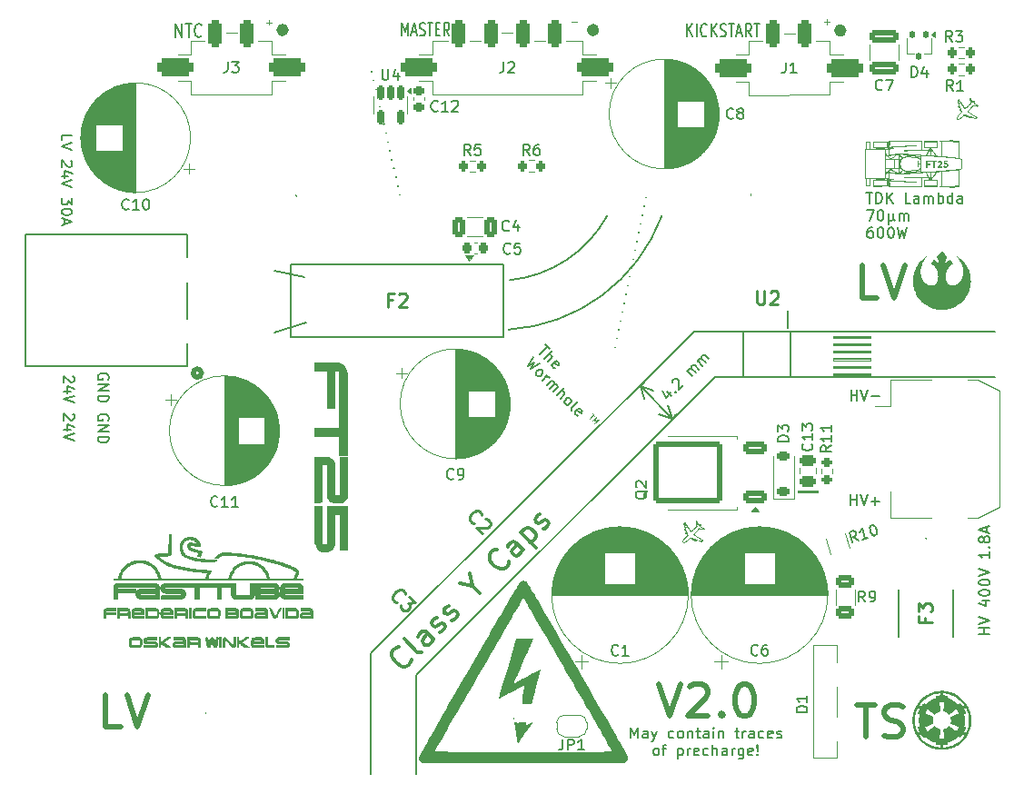
<source format=gbr>
%TF.GenerationSoftware,KiCad,Pcbnew,9.0.0*%
%TF.CreationDate,2025-03-29T15:41:40+01:00*%
%TF.ProjectId,TDK_DCDC_pcb,54444b5f-4443-4444-935f-7063622e6b69,rev?*%
%TF.SameCoordinates,Original*%
%TF.FileFunction,Legend,Top*%
%TF.FilePolarity,Positive*%
%FSLAX46Y46*%
G04 Gerber Fmt 4.6, Leading zero omitted, Abs format (unit mm)*
G04 Created by KiCad (PCBNEW 9.0.0) date 2025-03-29 15:41:40*
%MOMM*%
%LPD*%
G01*
G04 APERTURE LIST*
G04 Aperture macros list*
%AMRoundRect*
0 Rectangle with rounded corners*
0 $1 Rounding radius*
0 $2 $3 $4 $5 $6 $7 $8 $9 X,Y pos of 4 corners*
0 Add a 4 corners polygon primitive as box body*
4,1,4,$2,$3,$4,$5,$6,$7,$8,$9,$2,$3,0*
0 Add four circle primitives for the rounded corners*
1,1,$1+$1,$2,$3*
1,1,$1+$1,$4,$5*
1,1,$1+$1,$6,$7*
1,1,$1+$1,$8,$9*
0 Add four rect primitives between the rounded corners*
20,1,$1+$1,$2,$3,$4,$5,0*
20,1,$1+$1,$4,$5,$6,$7,0*
20,1,$1+$1,$6,$7,$8,$9,0*
20,1,$1+$1,$8,$9,$2,$3,0*%
%AMFreePoly0*
4,1,23,0.500000,-0.750000,0.000000,-0.750000,0.000000,-0.745722,-0.065263,-0.745722,-0.191342,-0.711940,-0.304381,-0.646677,-0.396677,-0.554381,-0.461940,-0.441342,-0.495722,-0.315263,-0.495722,-0.250000,-0.500000,-0.250000,-0.500000,0.250000,-0.495722,0.250000,-0.495722,0.315263,-0.461940,0.441342,-0.396677,0.554381,-0.304381,0.646677,-0.191342,0.711940,-0.065263,0.745722,0.000000,0.745722,
0.000000,0.750000,0.500000,0.750000,0.500000,-0.750000,0.500000,-0.750000,$1*%
%AMFreePoly1*
4,1,23,0.000000,0.745722,0.065263,0.745722,0.191342,0.711940,0.304381,0.646677,0.396677,0.554381,0.461940,0.441342,0.495722,0.315263,0.495722,0.250000,0.500000,0.250000,0.500000,-0.250000,0.495722,-0.250000,0.495722,-0.315263,0.461940,-0.441342,0.396677,-0.554381,0.304381,-0.646677,0.191342,-0.711940,0.065263,-0.745722,0.000000,-0.745722,0.000000,-0.750000,-0.500000,-0.750000,
-0.500000,0.750000,0.000000,0.750000,0.000000,0.745722,0.000000,0.745722,$1*%
G04 Aperture macros list end*
%ADD10C,0.100000*%
%ADD11C,0.200000*%
%ADD12C,0.500000*%
%ADD13C,0.150000*%
%ADD14C,0.300000*%
%ADD15C,0.254000*%
%ADD16C,0.120000*%
%ADD17C,0.000000*%
%ADD18C,0.560000*%
%ADD19C,0.010000*%
%ADD20C,0.152400*%
%ADD21C,0.508000*%
%ADD22RoundRect,0.250000X-1.100000X0.325000X-1.100000X-0.325000X1.100000X-0.325000X1.100000X0.325000X0*%
%ADD23RoundRect,0.200000X-0.200000X-0.275000X0.200000X-0.275000X0.200000X0.275000X-0.200000X0.275000X0*%
%ADD24RoundRect,0.250000X0.475000X-0.250000X0.475000X0.250000X-0.475000X0.250000X-0.475000X-0.250000X0*%
%ADD25C,1.500000*%
%ADD26RoundRect,0.317500X-0.317500X-0.952500X0.317500X-0.952500X0.317500X0.952500X-0.317500X0.952500X0*%
%ADD27RoundRect,0.412500X-1.302500X-0.412500X1.302500X-0.412500X1.302500X0.412500X-1.302500X0.412500X0*%
%ADD28R,2.400000X2.400000*%
%ADD29C,2.400000*%
%ADD30R,2.000000X2.000000*%
%ADD31C,2.000000*%
%ADD32C,7.400000*%
%ADD33RoundRect,0.250000X0.850000X0.350000X-0.850000X0.350000X-0.850000X-0.350000X0.850000X-0.350000X0*%
%ADD34RoundRect,0.249997X2.950003X2.650003X-2.950003X2.650003X-2.950003X-2.650003X2.950003X-2.650003X0*%
%ADD35R,5.800000X4.000000*%
%ADD36RoundRect,0.250000X-0.325000X-0.650000X0.325000X-0.650000X0.325000X0.650000X-0.325000X0.650000X0*%
%ADD37RoundRect,0.200000X0.200000X0.275000X-0.200000X0.275000X-0.200000X-0.275000X0.200000X-0.275000X0*%
%ADD38RoundRect,0.225000X-0.225000X-0.250000X0.225000X-0.250000X0.225000X0.250000X-0.225000X0.250000X0*%
%ADD39RoundRect,0.112500X0.112500X0.237500X-0.112500X0.237500X-0.112500X-0.237500X0.112500X-0.237500X0*%
%ADD40RoundRect,0.250000X0.689057X-0.116113X0.506324X0.481578X-0.689057X0.116113X-0.506324X-0.481578X0*%
%ADD41C,2.540000*%
%ADD42R,2.920000X1.270000*%
%ADD43RoundRect,0.250000X0.625000X-0.312500X0.625000X0.312500X-0.625000X0.312500X-0.625000X-0.312500X0*%
%ADD44R,0.700000X1.550000*%
%ADD45FreePoly0,180.000000*%
%ADD46FreePoly1,180.000000*%
%ADD47RoundRect,0.200000X0.275000X-0.200000X0.275000X0.200000X-0.275000X0.200000X-0.275000X-0.200000X0*%
%ADD48RoundRect,0.225000X0.250000X-0.225000X0.250000X0.225000X-0.250000X0.225000X-0.250000X-0.225000X0*%
%ADD49RoundRect,0.150000X-0.150000X0.512500X-0.150000X-0.512500X0.150000X-0.512500X0.150000X0.512500X0*%
%ADD50C,3.048000*%
%ADD51C,2.362200*%
%ADD52RoundRect,0.225000X0.375000X-0.225000X0.375000X0.225000X-0.375000X0.225000X-0.375000X-0.225000X0*%
%ADD53R,1.752600X1.752600*%
%ADD54R,2.768600X2.768600*%
G04 APERTURE END LIST*
D10*
X172900000Y-94750000D02*
X176300000Y-94750000D01*
X176300000Y-94850000D01*
X172900000Y-94850000D01*
X172900000Y-94750000D01*
D11*
X151800000Y-79984177D02*
G75*
G02*
X142717597Y-85966545I-10200000J5599977D01*
G01*
D10*
X172900000Y-91250000D02*
X176300000Y-91250000D01*
X176300000Y-91350000D01*
X172900000Y-91350000D01*
X172900000Y-91250000D01*
D11*
X134000000Y-132000000D02*
X134000000Y-122784177D01*
X129750000Y-120750000D02*
X129750000Y-132000000D01*
D10*
X172900000Y-94650000D02*
X176300000Y-94650000D01*
X176300000Y-94750000D01*
X172900000Y-94750000D01*
X172900000Y-94650000D01*
X172280000Y-61640000D02*
X172280000Y-62140000D01*
D11*
X123800000Y-89884177D02*
X120800000Y-90884177D01*
D10*
X172900000Y-93350000D02*
X176300000Y-93350000D01*
X176300000Y-93450000D01*
X172900000Y-93450000D01*
X172900000Y-93350000D01*
D11*
X159900000Y-90750000D02*
X129750000Y-120748746D01*
D10*
X172900000Y-91950000D02*
X176300000Y-91950000D01*
X176300000Y-92050000D01*
X172900000Y-92050000D01*
X172900000Y-91950000D01*
X172900000Y-93250000D02*
X176300000Y-93250000D01*
X176300000Y-93350000D01*
X172900000Y-93350000D01*
X172900000Y-93250000D01*
D11*
X152510000Y-92220000D02*
X152518230Y-92180856D01*
X152682839Y-91397974D02*
X152691070Y-91358830D01*
X152855679Y-90575948D02*
X152863909Y-90536804D01*
X153028518Y-89753922D02*
X153036749Y-89714778D01*
X153201358Y-88931897D02*
X153209588Y-88892752D01*
X153374197Y-88109871D02*
X153382428Y-88070727D01*
X153547037Y-87287845D02*
X153555267Y-87248701D01*
X153719876Y-86465819D02*
X153728107Y-86426675D01*
X153892716Y-85643793D02*
X153900946Y-85604649D01*
X154065555Y-84821767D02*
X154073786Y-84782623D01*
X154238395Y-83999741D02*
X154246625Y-83960597D01*
X154411234Y-83177716D02*
X154419465Y-83138571D01*
X154584074Y-82355690D02*
X154592304Y-82316546D01*
X154756913Y-81533664D02*
X154765144Y-81494520D01*
X154929753Y-80711638D02*
X154937983Y-80672494D01*
X155102592Y-79889612D02*
X155110823Y-79850468D01*
X155275432Y-79067586D02*
X155283662Y-79028442D01*
X155448271Y-78245560D02*
X155456502Y-78206416D01*
X123600000Y-85684177D02*
X120800000Y-85084177D01*
D10*
X172280000Y-61890000D02*
X172280000Y-61640000D01*
X120290000Y-61690000D02*
X120290000Y-62190000D01*
X172900000Y-94050000D02*
X176300000Y-94050000D01*
X176300000Y-94150000D01*
X172900000Y-94150000D01*
X172900000Y-94050000D01*
D11*
X187900000Y-90750000D02*
X159900000Y-90750000D01*
D10*
X120290000Y-61940000D02*
X120290000Y-61690000D01*
D11*
X156899999Y-79984177D02*
G75*
G02*
X142604569Y-90580516I-15299999J5700007D01*
G01*
X161900000Y-95000000D02*
X187900000Y-95000000D01*
D10*
X172900000Y-93950000D02*
X176300000Y-93950000D01*
X176300000Y-94050000D01*
X172900000Y-94050000D01*
X172900000Y-93950000D01*
X172900000Y-92650000D02*
X176300000Y-92650000D01*
X176300000Y-92750000D01*
X172900000Y-92750000D01*
X172900000Y-92650000D01*
D11*
X134000000Y-122784177D02*
X161900000Y-95000000D01*
D10*
X148500000Y-61920000D02*
X149000000Y-61920000D01*
X172030000Y-61890000D02*
X172530000Y-61890000D01*
X172900000Y-91850000D02*
X176300000Y-91850000D01*
X176300000Y-91950000D01*
X172900000Y-91950000D01*
X172900000Y-91850000D01*
X120540000Y-61940000D02*
X120290000Y-61940000D01*
D11*
X132500000Y-78000000D02*
X132491078Y-77961008D01*
X132312639Y-77181162D02*
X132303717Y-77142170D01*
X132125277Y-76362324D02*
X132116356Y-76323332D01*
X131937916Y-75543486D02*
X131928994Y-75504494D01*
X131750555Y-74724648D02*
X131741633Y-74685655D01*
X131563194Y-73905810D02*
X131554272Y-73866817D01*
X131375832Y-73086972D02*
X131366911Y-73047979D01*
X131188471Y-72268134D02*
X131179549Y-72229141D01*
X131001110Y-71449296D02*
X130992188Y-71410303D01*
X130813749Y-70630457D02*
X130804827Y-70591465D01*
X130626387Y-69811619D02*
X130617466Y-69772627D01*
X130439026Y-68992781D02*
X130430104Y-68953789D01*
X130251665Y-68173943D02*
X130242743Y-68134951D01*
X130064304Y-67355105D02*
X130055382Y-67316113D01*
X129876942Y-66536267D02*
X129868021Y-66497275D01*
D10*
X172900000Y-91150000D02*
X176300000Y-91150000D01*
X176300000Y-91250000D01*
X172900000Y-91250000D01*
X172900000Y-91150000D01*
X120040000Y-61940000D02*
X120540000Y-61940000D01*
X172900000Y-92550000D02*
X176300000Y-92550000D01*
X176300000Y-92650000D01*
X172900000Y-92650000D01*
X172900000Y-92550000D01*
D11*
X159255863Y-63272742D02*
X159255863Y-62072742D01*
X159770149Y-63272742D02*
X159384435Y-62587028D01*
X159770149Y-62072742D02*
X159255863Y-62758457D01*
X160155863Y-63272742D02*
X160155863Y-62072742D01*
X161098720Y-63158457D02*
X161055863Y-63215600D01*
X161055863Y-63215600D02*
X160927291Y-63272742D01*
X160927291Y-63272742D02*
X160841577Y-63272742D01*
X160841577Y-63272742D02*
X160713006Y-63215600D01*
X160713006Y-63215600D02*
X160627291Y-63101314D01*
X160627291Y-63101314D02*
X160584434Y-62987028D01*
X160584434Y-62987028D02*
X160541577Y-62758457D01*
X160541577Y-62758457D02*
X160541577Y-62587028D01*
X160541577Y-62587028D02*
X160584434Y-62358457D01*
X160584434Y-62358457D02*
X160627291Y-62244171D01*
X160627291Y-62244171D02*
X160713006Y-62129885D01*
X160713006Y-62129885D02*
X160841577Y-62072742D01*
X160841577Y-62072742D02*
X160927291Y-62072742D01*
X160927291Y-62072742D02*
X161055863Y-62129885D01*
X161055863Y-62129885D02*
X161098720Y-62187028D01*
X161484434Y-63272742D02*
X161484434Y-62072742D01*
X161998720Y-63272742D02*
X161613006Y-62587028D01*
X161998720Y-62072742D02*
X161484434Y-62758457D01*
X162341577Y-63215600D02*
X162470149Y-63272742D01*
X162470149Y-63272742D02*
X162684434Y-63272742D01*
X162684434Y-63272742D02*
X162770149Y-63215600D01*
X162770149Y-63215600D02*
X162813006Y-63158457D01*
X162813006Y-63158457D02*
X162855863Y-63044171D01*
X162855863Y-63044171D02*
X162855863Y-62929885D01*
X162855863Y-62929885D02*
X162813006Y-62815600D01*
X162813006Y-62815600D02*
X162770149Y-62758457D01*
X162770149Y-62758457D02*
X162684434Y-62701314D01*
X162684434Y-62701314D02*
X162513006Y-62644171D01*
X162513006Y-62644171D02*
X162427291Y-62587028D01*
X162427291Y-62587028D02*
X162384434Y-62529885D01*
X162384434Y-62529885D02*
X162341577Y-62415600D01*
X162341577Y-62415600D02*
X162341577Y-62301314D01*
X162341577Y-62301314D02*
X162384434Y-62187028D01*
X162384434Y-62187028D02*
X162427291Y-62129885D01*
X162427291Y-62129885D02*
X162513006Y-62072742D01*
X162513006Y-62072742D02*
X162727291Y-62072742D01*
X162727291Y-62072742D02*
X162855863Y-62129885D01*
X163113006Y-62072742D02*
X163627292Y-62072742D01*
X163370149Y-63272742D02*
X163370149Y-62072742D01*
X163884434Y-62929885D02*
X164313006Y-62929885D01*
X163798720Y-63272742D02*
X164098720Y-62072742D01*
X164098720Y-62072742D02*
X164398720Y-63272742D01*
X165213006Y-63272742D02*
X164913006Y-62701314D01*
X164698720Y-63272742D02*
X164698720Y-62072742D01*
X164698720Y-62072742D02*
X165041577Y-62072742D01*
X165041577Y-62072742D02*
X165127292Y-62129885D01*
X165127292Y-62129885D02*
X165170149Y-62187028D01*
X165170149Y-62187028D02*
X165213006Y-62301314D01*
X165213006Y-62301314D02*
X165213006Y-62472742D01*
X165213006Y-62472742D02*
X165170149Y-62587028D01*
X165170149Y-62587028D02*
X165127292Y-62644171D01*
X165127292Y-62644171D02*
X165041577Y-62701314D01*
X165041577Y-62701314D02*
X164698720Y-62701314D01*
X165470149Y-62072742D02*
X165984435Y-62072742D01*
X165727292Y-63272742D02*
X165727292Y-62072742D01*
D12*
X106471804Y-127606857D02*
X105043232Y-127606857D01*
X105043232Y-127606857D02*
X105043232Y-124606857D01*
X107043232Y-124606857D02*
X108043232Y-127606857D01*
X108043232Y-127606857D02*
X109043232Y-124606857D01*
D13*
X153999999Y-128649847D02*
X153999999Y-127649847D01*
X153999999Y-127649847D02*
X154333332Y-128364132D01*
X154333332Y-128364132D02*
X154666665Y-127649847D01*
X154666665Y-127649847D02*
X154666665Y-128649847D01*
X155571427Y-128649847D02*
X155571427Y-128126037D01*
X155571427Y-128126037D02*
X155523808Y-128030799D01*
X155523808Y-128030799D02*
X155428570Y-127983180D01*
X155428570Y-127983180D02*
X155238094Y-127983180D01*
X155238094Y-127983180D02*
X155142856Y-128030799D01*
X155571427Y-128602228D02*
X155476189Y-128649847D01*
X155476189Y-128649847D02*
X155238094Y-128649847D01*
X155238094Y-128649847D02*
X155142856Y-128602228D01*
X155142856Y-128602228D02*
X155095237Y-128506989D01*
X155095237Y-128506989D02*
X155095237Y-128411751D01*
X155095237Y-128411751D02*
X155142856Y-128316513D01*
X155142856Y-128316513D02*
X155238094Y-128268894D01*
X155238094Y-128268894D02*
X155476189Y-128268894D01*
X155476189Y-128268894D02*
X155571427Y-128221275D01*
X155952380Y-127983180D02*
X156190475Y-128649847D01*
X156428570Y-127983180D02*
X156190475Y-128649847D01*
X156190475Y-128649847D02*
X156095237Y-128887942D01*
X156095237Y-128887942D02*
X156047618Y-128935561D01*
X156047618Y-128935561D02*
X155952380Y-128983180D01*
X157999999Y-128602228D02*
X157904761Y-128649847D01*
X157904761Y-128649847D02*
X157714285Y-128649847D01*
X157714285Y-128649847D02*
X157619047Y-128602228D01*
X157619047Y-128602228D02*
X157571428Y-128554608D01*
X157571428Y-128554608D02*
X157523809Y-128459370D01*
X157523809Y-128459370D02*
X157523809Y-128173656D01*
X157523809Y-128173656D02*
X157571428Y-128078418D01*
X157571428Y-128078418D02*
X157619047Y-128030799D01*
X157619047Y-128030799D02*
X157714285Y-127983180D01*
X157714285Y-127983180D02*
X157904761Y-127983180D01*
X157904761Y-127983180D02*
X157999999Y-128030799D01*
X158571428Y-128649847D02*
X158476190Y-128602228D01*
X158476190Y-128602228D02*
X158428571Y-128554608D01*
X158428571Y-128554608D02*
X158380952Y-128459370D01*
X158380952Y-128459370D02*
X158380952Y-128173656D01*
X158380952Y-128173656D02*
X158428571Y-128078418D01*
X158428571Y-128078418D02*
X158476190Y-128030799D01*
X158476190Y-128030799D02*
X158571428Y-127983180D01*
X158571428Y-127983180D02*
X158714285Y-127983180D01*
X158714285Y-127983180D02*
X158809523Y-128030799D01*
X158809523Y-128030799D02*
X158857142Y-128078418D01*
X158857142Y-128078418D02*
X158904761Y-128173656D01*
X158904761Y-128173656D02*
X158904761Y-128459370D01*
X158904761Y-128459370D02*
X158857142Y-128554608D01*
X158857142Y-128554608D02*
X158809523Y-128602228D01*
X158809523Y-128602228D02*
X158714285Y-128649847D01*
X158714285Y-128649847D02*
X158571428Y-128649847D01*
X159333333Y-127983180D02*
X159333333Y-128649847D01*
X159333333Y-128078418D02*
X159380952Y-128030799D01*
X159380952Y-128030799D02*
X159476190Y-127983180D01*
X159476190Y-127983180D02*
X159619047Y-127983180D01*
X159619047Y-127983180D02*
X159714285Y-128030799D01*
X159714285Y-128030799D02*
X159761904Y-128126037D01*
X159761904Y-128126037D02*
X159761904Y-128649847D01*
X160095238Y-127983180D02*
X160476190Y-127983180D01*
X160238095Y-127649847D02*
X160238095Y-128506989D01*
X160238095Y-128506989D02*
X160285714Y-128602228D01*
X160285714Y-128602228D02*
X160380952Y-128649847D01*
X160380952Y-128649847D02*
X160476190Y-128649847D01*
X161238095Y-128649847D02*
X161238095Y-128126037D01*
X161238095Y-128126037D02*
X161190476Y-128030799D01*
X161190476Y-128030799D02*
X161095238Y-127983180D01*
X161095238Y-127983180D02*
X160904762Y-127983180D01*
X160904762Y-127983180D02*
X160809524Y-128030799D01*
X161238095Y-128602228D02*
X161142857Y-128649847D01*
X161142857Y-128649847D02*
X160904762Y-128649847D01*
X160904762Y-128649847D02*
X160809524Y-128602228D01*
X160809524Y-128602228D02*
X160761905Y-128506989D01*
X160761905Y-128506989D02*
X160761905Y-128411751D01*
X160761905Y-128411751D02*
X160809524Y-128316513D01*
X160809524Y-128316513D02*
X160904762Y-128268894D01*
X160904762Y-128268894D02*
X161142857Y-128268894D01*
X161142857Y-128268894D02*
X161238095Y-128221275D01*
X161714286Y-128649847D02*
X161714286Y-127983180D01*
X161714286Y-127649847D02*
X161666667Y-127697466D01*
X161666667Y-127697466D02*
X161714286Y-127745085D01*
X161714286Y-127745085D02*
X161761905Y-127697466D01*
X161761905Y-127697466D02*
X161714286Y-127649847D01*
X161714286Y-127649847D02*
X161714286Y-127745085D01*
X162190476Y-127983180D02*
X162190476Y-128649847D01*
X162190476Y-128078418D02*
X162238095Y-128030799D01*
X162238095Y-128030799D02*
X162333333Y-127983180D01*
X162333333Y-127983180D02*
X162476190Y-127983180D01*
X162476190Y-127983180D02*
X162571428Y-128030799D01*
X162571428Y-128030799D02*
X162619047Y-128126037D01*
X162619047Y-128126037D02*
X162619047Y-128649847D01*
X163714286Y-127983180D02*
X164095238Y-127983180D01*
X163857143Y-127649847D02*
X163857143Y-128506989D01*
X163857143Y-128506989D02*
X163904762Y-128602228D01*
X163904762Y-128602228D02*
X164000000Y-128649847D01*
X164000000Y-128649847D02*
X164095238Y-128649847D01*
X164428572Y-128649847D02*
X164428572Y-127983180D01*
X164428572Y-128173656D02*
X164476191Y-128078418D01*
X164476191Y-128078418D02*
X164523810Y-128030799D01*
X164523810Y-128030799D02*
X164619048Y-127983180D01*
X164619048Y-127983180D02*
X164714286Y-127983180D01*
X165476191Y-128649847D02*
X165476191Y-128126037D01*
X165476191Y-128126037D02*
X165428572Y-128030799D01*
X165428572Y-128030799D02*
X165333334Y-127983180D01*
X165333334Y-127983180D02*
X165142858Y-127983180D01*
X165142858Y-127983180D02*
X165047620Y-128030799D01*
X165476191Y-128602228D02*
X165380953Y-128649847D01*
X165380953Y-128649847D02*
X165142858Y-128649847D01*
X165142858Y-128649847D02*
X165047620Y-128602228D01*
X165047620Y-128602228D02*
X165000001Y-128506989D01*
X165000001Y-128506989D02*
X165000001Y-128411751D01*
X165000001Y-128411751D02*
X165047620Y-128316513D01*
X165047620Y-128316513D02*
X165142858Y-128268894D01*
X165142858Y-128268894D02*
X165380953Y-128268894D01*
X165380953Y-128268894D02*
X165476191Y-128221275D01*
X166380953Y-128602228D02*
X166285715Y-128649847D01*
X166285715Y-128649847D02*
X166095239Y-128649847D01*
X166095239Y-128649847D02*
X166000001Y-128602228D01*
X166000001Y-128602228D02*
X165952382Y-128554608D01*
X165952382Y-128554608D02*
X165904763Y-128459370D01*
X165904763Y-128459370D02*
X165904763Y-128173656D01*
X165904763Y-128173656D02*
X165952382Y-128078418D01*
X165952382Y-128078418D02*
X166000001Y-128030799D01*
X166000001Y-128030799D02*
X166095239Y-127983180D01*
X166095239Y-127983180D02*
X166285715Y-127983180D01*
X166285715Y-127983180D02*
X166380953Y-128030799D01*
X167190477Y-128602228D02*
X167095239Y-128649847D01*
X167095239Y-128649847D02*
X166904763Y-128649847D01*
X166904763Y-128649847D02*
X166809525Y-128602228D01*
X166809525Y-128602228D02*
X166761906Y-128506989D01*
X166761906Y-128506989D02*
X166761906Y-128126037D01*
X166761906Y-128126037D02*
X166809525Y-128030799D01*
X166809525Y-128030799D02*
X166904763Y-127983180D01*
X166904763Y-127983180D02*
X167095239Y-127983180D01*
X167095239Y-127983180D02*
X167190477Y-128030799D01*
X167190477Y-128030799D02*
X167238096Y-128126037D01*
X167238096Y-128126037D02*
X167238096Y-128221275D01*
X167238096Y-128221275D02*
X166761906Y-128316513D01*
X167619049Y-128602228D02*
X167714287Y-128649847D01*
X167714287Y-128649847D02*
X167904763Y-128649847D01*
X167904763Y-128649847D02*
X168000001Y-128602228D01*
X168000001Y-128602228D02*
X168047620Y-128506989D01*
X168047620Y-128506989D02*
X168047620Y-128459370D01*
X168047620Y-128459370D02*
X168000001Y-128364132D01*
X168000001Y-128364132D02*
X167904763Y-128316513D01*
X167904763Y-128316513D02*
X167761906Y-128316513D01*
X167761906Y-128316513D02*
X167666668Y-128268894D01*
X167666668Y-128268894D02*
X167619049Y-128173656D01*
X167619049Y-128173656D02*
X167619049Y-128126037D01*
X167619049Y-128126037D02*
X167666668Y-128030799D01*
X167666668Y-128030799D02*
X167761906Y-127983180D01*
X167761906Y-127983180D02*
X167904763Y-127983180D01*
X167904763Y-127983180D02*
X168000001Y-128030799D01*
X156309523Y-130259791D02*
X156214285Y-130212172D01*
X156214285Y-130212172D02*
X156166666Y-130164552D01*
X156166666Y-130164552D02*
X156119047Y-130069314D01*
X156119047Y-130069314D02*
X156119047Y-129783600D01*
X156119047Y-129783600D02*
X156166666Y-129688362D01*
X156166666Y-129688362D02*
X156214285Y-129640743D01*
X156214285Y-129640743D02*
X156309523Y-129593124D01*
X156309523Y-129593124D02*
X156452380Y-129593124D01*
X156452380Y-129593124D02*
X156547618Y-129640743D01*
X156547618Y-129640743D02*
X156595237Y-129688362D01*
X156595237Y-129688362D02*
X156642856Y-129783600D01*
X156642856Y-129783600D02*
X156642856Y-130069314D01*
X156642856Y-130069314D02*
X156595237Y-130164552D01*
X156595237Y-130164552D02*
X156547618Y-130212172D01*
X156547618Y-130212172D02*
X156452380Y-130259791D01*
X156452380Y-130259791D02*
X156309523Y-130259791D01*
X156928571Y-129593124D02*
X157309523Y-129593124D01*
X157071428Y-130259791D02*
X157071428Y-129402648D01*
X157071428Y-129402648D02*
X157119047Y-129307410D01*
X157119047Y-129307410D02*
X157214285Y-129259791D01*
X157214285Y-129259791D02*
X157309523Y-129259791D01*
X158404762Y-129593124D02*
X158404762Y-130593124D01*
X158404762Y-129640743D02*
X158500000Y-129593124D01*
X158500000Y-129593124D02*
X158690476Y-129593124D01*
X158690476Y-129593124D02*
X158785714Y-129640743D01*
X158785714Y-129640743D02*
X158833333Y-129688362D01*
X158833333Y-129688362D02*
X158880952Y-129783600D01*
X158880952Y-129783600D02*
X158880952Y-130069314D01*
X158880952Y-130069314D02*
X158833333Y-130164552D01*
X158833333Y-130164552D02*
X158785714Y-130212172D01*
X158785714Y-130212172D02*
X158690476Y-130259791D01*
X158690476Y-130259791D02*
X158500000Y-130259791D01*
X158500000Y-130259791D02*
X158404762Y-130212172D01*
X159309524Y-130259791D02*
X159309524Y-129593124D01*
X159309524Y-129783600D02*
X159357143Y-129688362D01*
X159357143Y-129688362D02*
X159404762Y-129640743D01*
X159404762Y-129640743D02*
X159500000Y-129593124D01*
X159500000Y-129593124D02*
X159595238Y-129593124D01*
X160309524Y-130212172D02*
X160214286Y-130259791D01*
X160214286Y-130259791D02*
X160023810Y-130259791D01*
X160023810Y-130259791D02*
X159928572Y-130212172D01*
X159928572Y-130212172D02*
X159880953Y-130116933D01*
X159880953Y-130116933D02*
X159880953Y-129735981D01*
X159880953Y-129735981D02*
X159928572Y-129640743D01*
X159928572Y-129640743D02*
X160023810Y-129593124D01*
X160023810Y-129593124D02*
X160214286Y-129593124D01*
X160214286Y-129593124D02*
X160309524Y-129640743D01*
X160309524Y-129640743D02*
X160357143Y-129735981D01*
X160357143Y-129735981D02*
X160357143Y-129831219D01*
X160357143Y-129831219D02*
X159880953Y-129926457D01*
X161214286Y-130212172D02*
X161119048Y-130259791D01*
X161119048Y-130259791D02*
X160928572Y-130259791D01*
X160928572Y-130259791D02*
X160833334Y-130212172D01*
X160833334Y-130212172D02*
X160785715Y-130164552D01*
X160785715Y-130164552D02*
X160738096Y-130069314D01*
X160738096Y-130069314D02*
X160738096Y-129783600D01*
X160738096Y-129783600D02*
X160785715Y-129688362D01*
X160785715Y-129688362D02*
X160833334Y-129640743D01*
X160833334Y-129640743D02*
X160928572Y-129593124D01*
X160928572Y-129593124D02*
X161119048Y-129593124D01*
X161119048Y-129593124D02*
X161214286Y-129640743D01*
X161642858Y-130259791D02*
X161642858Y-129259791D01*
X162071429Y-130259791D02*
X162071429Y-129735981D01*
X162071429Y-129735981D02*
X162023810Y-129640743D01*
X162023810Y-129640743D02*
X161928572Y-129593124D01*
X161928572Y-129593124D02*
X161785715Y-129593124D01*
X161785715Y-129593124D02*
X161690477Y-129640743D01*
X161690477Y-129640743D02*
X161642858Y-129688362D01*
X162976191Y-130259791D02*
X162976191Y-129735981D01*
X162976191Y-129735981D02*
X162928572Y-129640743D01*
X162928572Y-129640743D02*
X162833334Y-129593124D01*
X162833334Y-129593124D02*
X162642858Y-129593124D01*
X162642858Y-129593124D02*
X162547620Y-129640743D01*
X162976191Y-130212172D02*
X162880953Y-130259791D01*
X162880953Y-130259791D02*
X162642858Y-130259791D01*
X162642858Y-130259791D02*
X162547620Y-130212172D01*
X162547620Y-130212172D02*
X162500001Y-130116933D01*
X162500001Y-130116933D02*
X162500001Y-130021695D01*
X162500001Y-130021695D02*
X162547620Y-129926457D01*
X162547620Y-129926457D02*
X162642858Y-129878838D01*
X162642858Y-129878838D02*
X162880953Y-129878838D01*
X162880953Y-129878838D02*
X162976191Y-129831219D01*
X163452382Y-130259791D02*
X163452382Y-129593124D01*
X163452382Y-129783600D02*
X163500001Y-129688362D01*
X163500001Y-129688362D02*
X163547620Y-129640743D01*
X163547620Y-129640743D02*
X163642858Y-129593124D01*
X163642858Y-129593124D02*
X163738096Y-129593124D01*
X164500001Y-129593124D02*
X164500001Y-130402648D01*
X164500001Y-130402648D02*
X164452382Y-130497886D01*
X164452382Y-130497886D02*
X164404763Y-130545505D01*
X164404763Y-130545505D02*
X164309525Y-130593124D01*
X164309525Y-130593124D02*
X164166668Y-130593124D01*
X164166668Y-130593124D02*
X164071430Y-130545505D01*
X164500001Y-130212172D02*
X164404763Y-130259791D01*
X164404763Y-130259791D02*
X164214287Y-130259791D01*
X164214287Y-130259791D02*
X164119049Y-130212172D01*
X164119049Y-130212172D02*
X164071430Y-130164552D01*
X164071430Y-130164552D02*
X164023811Y-130069314D01*
X164023811Y-130069314D02*
X164023811Y-129783600D01*
X164023811Y-129783600D02*
X164071430Y-129688362D01*
X164071430Y-129688362D02*
X164119049Y-129640743D01*
X164119049Y-129640743D02*
X164214287Y-129593124D01*
X164214287Y-129593124D02*
X164404763Y-129593124D01*
X164404763Y-129593124D02*
X164500001Y-129640743D01*
X165357144Y-130212172D02*
X165261906Y-130259791D01*
X165261906Y-130259791D02*
X165071430Y-130259791D01*
X165071430Y-130259791D02*
X164976192Y-130212172D01*
X164976192Y-130212172D02*
X164928573Y-130116933D01*
X164928573Y-130116933D02*
X164928573Y-129735981D01*
X164928573Y-129735981D02*
X164976192Y-129640743D01*
X164976192Y-129640743D02*
X165071430Y-129593124D01*
X165071430Y-129593124D02*
X165261906Y-129593124D01*
X165261906Y-129593124D02*
X165357144Y-129640743D01*
X165357144Y-129640743D02*
X165404763Y-129735981D01*
X165404763Y-129735981D02*
X165404763Y-129831219D01*
X165404763Y-129831219D02*
X164928573Y-129926457D01*
X165833335Y-130164552D02*
X165880954Y-130212172D01*
X165880954Y-130212172D02*
X165833335Y-130259791D01*
X165833335Y-130259791D02*
X165785716Y-130212172D01*
X165785716Y-130212172D02*
X165833335Y-130164552D01*
X165833335Y-130164552D02*
X165833335Y-130259791D01*
X165833335Y-129878838D02*
X165785716Y-129307410D01*
X165785716Y-129307410D02*
X165833335Y-129259791D01*
X165833335Y-129259791D02*
X165880954Y-129307410D01*
X165880954Y-129307410D02*
X165833335Y-129878838D01*
X165833335Y-129878838D02*
X165833335Y-129259791D01*
X100945180Y-72941319D02*
X100945180Y-72465129D01*
X100945180Y-72465129D02*
X101945180Y-72465129D01*
X101945180Y-73131796D02*
X100945180Y-73465129D01*
X100945180Y-73465129D02*
X101945180Y-73798462D01*
X101849942Y-74846082D02*
X101897561Y-74893701D01*
X101897561Y-74893701D02*
X101945180Y-74988939D01*
X101945180Y-74988939D02*
X101945180Y-75227034D01*
X101945180Y-75227034D02*
X101897561Y-75322272D01*
X101897561Y-75322272D02*
X101849942Y-75369891D01*
X101849942Y-75369891D02*
X101754704Y-75417510D01*
X101754704Y-75417510D02*
X101659466Y-75417510D01*
X101659466Y-75417510D02*
X101516609Y-75369891D01*
X101516609Y-75369891D02*
X100945180Y-74798463D01*
X100945180Y-74798463D02*
X100945180Y-75417510D01*
X101611847Y-76274653D02*
X100945180Y-76274653D01*
X101992800Y-76036558D02*
X101278514Y-75798463D01*
X101278514Y-75798463D02*
X101278514Y-76417510D01*
X101945180Y-76655606D02*
X100945180Y-76988939D01*
X100945180Y-76988939D02*
X101945180Y-77322272D01*
X101945180Y-78322273D02*
X101945180Y-78941320D01*
X101945180Y-78941320D02*
X101564228Y-78607987D01*
X101564228Y-78607987D02*
X101564228Y-78750844D01*
X101564228Y-78750844D02*
X101516609Y-78846082D01*
X101516609Y-78846082D02*
X101468990Y-78893701D01*
X101468990Y-78893701D02*
X101373752Y-78941320D01*
X101373752Y-78941320D02*
X101135657Y-78941320D01*
X101135657Y-78941320D02*
X101040419Y-78893701D01*
X101040419Y-78893701D02*
X100992800Y-78846082D01*
X100992800Y-78846082D02*
X100945180Y-78750844D01*
X100945180Y-78750844D02*
X100945180Y-78465130D01*
X100945180Y-78465130D02*
X100992800Y-78369892D01*
X100992800Y-78369892D02*
X101040419Y-78322273D01*
X101945180Y-79560368D02*
X101945180Y-79655606D01*
X101945180Y-79655606D02*
X101897561Y-79750844D01*
X101897561Y-79750844D02*
X101849942Y-79798463D01*
X101849942Y-79798463D02*
X101754704Y-79846082D01*
X101754704Y-79846082D02*
X101564228Y-79893701D01*
X101564228Y-79893701D02*
X101326133Y-79893701D01*
X101326133Y-79893701D02*
X101135657Y-79846082D01*
X101135657Y-79846082D02*
X101040419Y-79798463D01*
X101040419Y-79798463D02*
X100992800Y-79750844D01*
X100992800Y-79750844D02*
X100945180Y-79655606D01*
X100945180Y-79655606D02*
X100945180Y-79560368D01*
X100945180Y-79560368D02*
X100992800Y-79465130D01*
X100992800Y-79465130D02*
X101040419Y-79417511D01*
X101040419Y-79417511D02*
X101135657Y-79369892D01*
X101135657Y-79369892D02*
X101326133Y-79322273D01*
X101326133Y-79322273D02*
X101564228Y-79322273D01*
X101564228Y-79322273D02*
X101754704Y-79369892D01*
X101754704Y-79369892D02*
X101849942Y-79417511D01*
X101849942Y-79417511D02*
X101897561Y-79465130D01*
X101897561Y-79465130D02*
X101945180Y-79560368D01*
X101230895Y-80274654D02*
X101230895Y-80750844D01*
X100945180Y-80179416D02*
X101945180Y-80512749D01*
X101945180Y-80512749D02*
X100945180Y-80846082D01*
D12*
X156614661Y-123606857D02*
X157614661Y-126606857D01*
X157614661Y-126606857D02*
X158614661Y-123606857D01*
X159471804Y-123892571D02*
X159614661Y-123749714D01*
X159614661Y-123749714D02*
X159900376Y-123606857D01*
X159900376Y-123606857D02*
X160614661Y-123606857D01*
X160614661Y-123606857D02*
X160900376Y-123749714D01*
X160900376Y-123749714D02*
X161043233Y-123892571D01*
X161043233Y-123892571D02*
X161186090Y-124178285D01*
X161186090Y-124178285D02*
X161186090Y-124464000D01*
X161186090Y-124464000D02*
X161043233Y-124892571D01*
X161043233Y-124892571D02*
X159328947Y-126606857D01*
X159328947Y-126606857D02*
X161186090Y-126606857D01*
X162471804Y-126321142D02*
X162614661Y-126464000D01*
X162614661Y-126464000D02*
X162471804Y-126606857D01*
X162471804Y-126606857D02*
X162328947Y-126464000D01*
X162328947Y-126464000D02*
X162471804Y-126321142D01*
X162471804Y-126321142D02*
X162471804Y-126606857D01*
X164471804Y-123606857D02*
X164757518Y-123606857D01*
X164757518Y-123606857D02*
X165043232Y-123749714D01*
X165043232Y-123749714D02*
X165186090Y-123892571D01*
X165186090Y-123892571D02*
X165328947Y-124178285D01*
X165328947Y-124178285D02*
X165471804Y-124749714D01*
X165471804Y-124749714D02*
X165471804Y-125464000D01*
X165471804Y-125464000D02*
X165328947Y-126035428D01*
X165328947Y-126035428D02*
X165186090Y-126321142D01*
X165186090Y-126321142D02*
X165043232Y-126464000D01*
X165043232Y-126464000D02*
X164757518Y-126606857D01*
X164757518Y-126606857D02*
X164471804Y-126606857D01*
X164471804Y-126606857D02*
X164186090Y-126464000D01*
X164186090Y-126464000D02*
X164043232Y-126321142D01*
X164043232Y-126321142D02*
X163900375Y-126035428D01*
X163900375Y-126035428D02*
X163757518Y-125464000D01*
X163757518Y-125464000D02*
X163757518Y-124749714D01*
X163757518Y-124749714D02*
X163900375Y-124178285D01*
X163900375Y-124178285D02*
X164043232Y-123892571D01*
X164043232Y-123892571D02*
X164186090Y-123749714D01*
X164186090Y-123749714D02*
X164471804Y-123606857D01*
D10*
X150440690Y-98409693D02*
X150642720Y-98611723D01*
X150188152Y-98864261D02*
X150541705Y-98510708D01*
X150407018Y-99083127D02*
X150760571Y-98729574D01*
X150760571Y-98729574D02*
X150625884Y-99099963D01*
X150625884Y-99099963D02*
X150996273Y-98965276D01*
X150996273Y-98965276D02*
X150642720Y-99318830D01*
D13*
X175943922Y-77809931D02*
X176515350Y-77809931D01*
X176229636Y-78809931D02*
X176229636Y-77809931D01*
X176848684Y-78809931D02*
X176848684Y-77809931D01*
X176848684Y-77809931D02*
X177086779Y-77809931D01*
X177086779Y-77809931D02*
X177229636Y-77857550D01*
X177229636Y-77857550D02*
X177324874Y-77952788D01*
X177324874Y-77952788D02*
X177372493Y-78048026D01*
X177372493Y-78048026D02*
X177420112Y-78238502D01*
X177420112Y-78238502D02*
X177420112Y-78381359D01*
X177420112Y-78381359D02*
X177372493Y-78571835D01*
X177372493Y-78571835D02*
X177324874Y-78667073D01*
X177324874Y-78667073D02*
X177229636Y-78762312D01*
X177229636Y-78762312D02*
X177086779Y-78809931D01*
X177086779Y-78809931D02*
X176848684Y-78809931D01*
X177848684Y-78809931D02*
X177848684Y-77809931D01*
X178420112Y-78809931D02*
X177991541Y-78238502D01*
X178420112Y-77809931D02*
X177848684Y-78381359D01*
X180086779Y-78809931D02*
X179610589Y-78809931D01*
X179610589Y-78809931D02*
X179610589Y-77809931D01*
X180848684Y-78809931D02*
X180848684Y-78286121D01*
X180848684Y-78286121D02*
X180801065Y-78190883D01*
X180801065Y-78190883D02*
X180705827Y-78143264D01*
X180705827Y-78143264D02*
X180515351Y-78143264D01*
X180515351Y-78143264D02*
X180420113Y-78190883D01*
X180848684Y-78762312D02*
X180753446Y-78809931D01*
X180753446Y-78809931D02*
X180515351Y-78809931D01*
X180515351Y-78809931D02*
X180420113Y-78762312D01*
X180420113Y-78762312D02*
X180372494Y-78667073D01*
X180372494Y-78667073D02*
X180372494Y-78571835D01*
X180372494Y-78571835D02*
X180420113Y-78476597D01*
X180420113Y-78476597D02*
X180515351Y-78428978D01*
X180515351Y-78428978D02*
X180753446Y-78428978D01*
X180753446Y-78428978D02*
X180848684Y-78381359D01*
X181324875Y-78809931D02*
X181324875Y-78143264D01*
X181324875Y-78238502D02*
X181372494Y-78190883D01*
X181372494Y-78190883D02*
X181467732Y-78143264D01*
X181467732Y-78143264D02*
X181610589Y-78143264D01*
X181610589Y-78143264D02*
X181705827Y-78190883D01*
X181705827Y-78190883D02*
X181753446Y-78286121D01*
X181753446Y-78286121D02*
X181753446Y-78809931D01*
X181753446Y-78286121D02*
X181801065Y-78190883D01*
X181801065Y-78190883D02*
X181896303Y-78143264D01*
X181896303Y-78143264D02*
X182039160Y-78143264D01*
X182039160Y-78143264D02*
X182134399Y-78190883D01*
X182134399Y-78190883D02*
X182182018Y-78286121D01*
X182182018Y-78286121D02*
X182182018Y-78809931D01*
X182658208Y-78809931D02*
X182658208Y-77809931D01*
X182658208Y-78190883D02*
X182753446Y-78143264D01*
X182753446Y-78143264D02*
X182943922Y-78143264D01*
X182943922Y-78143264D02*
X183039160Y-78190883D01*
X183039160Y-78190883D02*
X183086779Y-78238502D01*
X183086779Y-78238502D02*
X183134398Y-78333740D01*
X183134398Y-78333740D02*
X183134398Y-78619454D01*
X183134398Y-78619454D02*
X183086779Y-78714692D01*
X183086779Y-78714692D02*
X183039160Y-78762312D01*
X183039160Y-78762312D02*
X182943922Y-78809931D01*
X182943922Y-78809931D02*
X182753446Y-78809931D01*
X182753446Y-78809931D02*
X182658208Y-78762312D01*
X183991541Y-78809931D02*
X183991541Y-77809931D01*
X183991541Y-78762312D02*
X183896303Y-78809931D01*
X183896303Y-78809931D02*
X183705827Y-78809931D01*
X183705827Y-78809931D02*
X183610589Y-78762312D01*
X183610589Y-78762312D02*
X183562970Y-78714692D01*
X183562970Y-78714692D02*
X183515351Y-78619454D01*
X183515351Y-78619454D02*
X183515351Y-78333740D01*
X183515351Y-78333740D02*
X183562970Y-78238502D01*
X183562970Y-78238502D02*
X183610589Y-78190883D01*
X183610589Y-78190883D02*
X183705827Y-78143264D01*
X183705827Y-78143264D02*
X183896303Y-78143264D01*
X183896303Y-78143264D02*
X183991541Y-78190883D01*
X184896303Y-78809931D02*
X184896303Y-78286121D01*
X184896303Y-78286121D02*
X184848684Y-78190883D01*
X184848684Y-78190883D02*
X184753446Y-78143264D01*
X184753446Y-78143264D02*
X184562970Y-78143264D01*
X184562970Y-78143264D02*
X184467732Y-78190883D01*
X184896303Y-78762312D02*
X184801065Y-78809931D01*
X184801065Y-78809931D02*
X184562970Y-78809931D01*
X184562970Y-78809931D02*
X184467732Y-78762312D01*
X184467732Y-78762312D02*
X184420113Y-78667073D01*
X184420113Y-78667073D02*
X184420113Y-78571835D01*
X184420113Y-78571835D02*
X184467732Y-78476597D01*
X184467732Y-78476597D02*
X184562970Y-78428978D01*
X184562970Y-78428978D02*
X184801065Y-78428978D01*
X184801065Y-78428978D02*
X184896303Y-78381359D01*
X175991541Y-79419875D02*
X176658207Y-79419875D01*
X176658207Y-79419875D02*
X176229636Y-80419875D01*
X177229636Y-79419875D02*
X177324874Y-79419875D01*
X177324874Y-79419875D02*
X177420112Y-79467494D01*
X177420112Y-79467494D02*
X177467731Y-79515113D01*
X177467731Y-79515113D02*
X177515350Y-79610351D01*
X177515350Y-79610351D02*
X177562969Y-79800827D01*
X177562969Y-79800827D02*
X177562969Y-80038922D01*
X177562969Y-80038922D02*
X177515350Y-80229398D01*
X177515350Y-80229398D02*
X177467731Y-80324636D01*
X177467731Y-80324636D02*
X177420112Y-80372256D01*
X177420112Y-80372256D02*
X177324874Y-80419875D01*
X177324874Y-80419875D02*
X177229636Y-80419875D01*
X177229636Y-80419875D02*
X177134398Y-80372256D01*
X177134398Y-80372256D02*
X177086779Y-80324636D01*
X177086779Y-80324636D02*
X177039160Y-80229398D01*
X177039160Y-80229398D02*
X176991541Y-80038922D01*
X176991541Y-80038922D02*
X176991541Y-79800827D01*
X176991541Y-79800827D02*
X177039160Y-79610351D01*
X177039160Y-79610351D02*
X177086779Y-79515113D01*
X177086779Y-79515113D02*
X177134398Y-79467494D01*
X177134398Y-79467494D02*
X177229636Y-79419875D01*
X177991541Y-79753208D02*
X177991541Y-80753208D01*
X178467731Y-80277017D02*
X178515350Y-80372256D01*
X178515350Y-80372256D02*
X178610588Y-80419875D01*
X177991541Y-80277017D02*
X178039160Y-80372256D01*
X178039160Y-80372256D02*
X178134398Y-80419875D01*
X178134398Y-80419875D02*
X178324874Y-80419875D01*
X178324874Y-80419875D02*
X178420112Y-80372256D01*
X178420112Y-80372256D02*
X178467731Y-80277017D01*
X178467731Y-80277017D02*
X178467731Y-79753208D01*
X179039160Y-80419875D02*
X179039160Y-79753208D01*
X179039160Y-79848446D02*
X179086779Y-79800827D01*
X179086779Y-79800827D02*
X179182017Y-79753208D01*
X179182017Y-79753208D02*
X179324874Y-79753208D01*
X179324874Y-79753208D02*
X179420112Y-79800827D01*
X179420112Y-79800827D02*
X179467731Y-79896065D01*
X179467731Y-79896065D02*
X179467731Y-80419875D01*
X179467731Y-79896065D02*
X179515350Y-79800827D01*
X179515350Y-79800827D02*
X179610588Y-79753208D01*
X179610588Y-79753208D02*
X179753445Y-79753208D01*
X179753445Y-79753208D02*
X179848684Y-79800827D01*
X179848684Y-79800827D02*
X179896303Y-79896065D01*
X179896303Y-79896065D02*
X179896303Y-80419875D01*
X176515350Y-81029819D02*
X176324874Y-81029819D01*
X176324874Y-81029819D02*
X176229636Y-81077438D01*
X176229636Y-81077438D02*
X176182017Y-81125057D01*
X176182017Y-81125057D02*
X176086779Y-81267914D01*
X176086779Y-81267914D02*
X176039160Y-81458390D01*
X176039160Y-81458390D02*
X176039160Y-81839342D01*
X176039160Y-81839342D02*
X176086779Y-81934580D01*
X176086779Y-81934580D02*
X176134398Y-81982200D01*
X176134398Y-81982200D02*
X176229636Y-82029819D01*
X176229636Y-82029819D02*
X176420112Y-82029819D01*
X176420112Y-82029819D02*
X176515350Y-81982200D01*
X176515350Y-81982200D02*
X176562969Y-81934580D01*
X176562969Y-81934580D02*
X176610588Y-81839342D01*
X176610588Y-81839342D02*
X176610588Y-81601247D01*
X176610588Y-81601247D02*
X176562969Y-81506009D01*
X176562969Y-81506009D02*
X176515350Y-81458390D01*
X176515350Y-81458390D02*
X176420112Y-81410771D01*
X176420112Y-81410771D02*
X176229636Y-81410771D01*
X176229636Y-81410771D02*
X176134398Y-81458390D01*
X176134398Y-81458390D02*
X176086779Y-81506009D01*
X176086779Y-81506009D02*
X176039160Y-81601247D01*
X177229636Y-81029819D02*
X177324874Y-81029819D01*
X177324874Y-81029819D02*
X177420112Y-81077438D01*
X177420112Y-81077438D02*
X177467731Y-81125057D01*
X177467731Y-81125057D02*
X177515350Y-81220295D01*
X177515350Y-81220295D02*
X177562969Y-81410771D01*
X177562969Y-81410771D02*
X177562969Y-81648866D01*
X177562969Y-81648866D02*
X177515350Y-81839342D01*
X177515350Y-81839342D02*
X177467731Y-81934580D01*
X177467731Y-81934580D02*
X177420112Y-81982200D01*
X177420112Y-81982200D02*
X177324874Y-82029819D01*
X177324874Y-82029819D02*
X177229636Y-82029819D01*
X177229636Y-82029819D02*
X177134398Y-81982200D01*
X177134398Y-81982200D02*
X177086779Y-81934580D01*
X177086779Y-81934580D02*
X177039160Y-81839342D01*
X177039160Y-81839342D02*
X176991541Y-81648866D01*
X176991541Y-81648866D02*
X176991541Y-81410771D01*
X176991541Y-81410771D02*
X177039160Y-81220295D01*
X177039160Y-81220295D02*
X177086779Y-81125057D01*
X177086779Y-81125057D02*
X177134398Y-81077438D01*
X177134398Y-81077438D02*
X177229636Y-81029819D01*
X178182017Y-81029819D02*
X178277255Y-81029819D01*
X178277255Y-81029819D02*
X178372493Y-81077438D01*
X178372493Y-81077438D02*
X178420112Y-81125057D01*
X178420112Y-81125057D02*
X178467731Y-81220295D01*
X178467731Y-81220295D02*
X178515350Y-81410771D01*
X178515350Y-81410771D02*
X178515350Y-81648866D01*
X178515350Y-81648866D02*
X178467731Y-81839342D01*
X178467731Y-81839342D02*
X178420112Y-81934580D01*
X178420112Y-81934580D02*
X178372493Y-81982200D01*
X178372493Y-81982200D02*
X178277255Y-82029819D01*
X178277255Y-82029819D02*
X178182017Y-82029819D01*
X178182017Y-82029819D02*
X178086779Y-81982200D01*
X178086779Y-81982200D02*
X178039160Y-81934580D01*
X178039160Y-81934580D02*
X177991541Y-81839342D01*
X177991541Y-81839342D02*
X177943922Y-81648866D01*
X177943922Y-81648866D02*
X177943922Y-81410771D01*
X177943922Y-81410771D02*
X177991541Y-81220295D01*
X177991541Y-81220295D02*
X178039160Y-81125057D01*
X178039160Y-81125057D02*
X178086779Y-81077438D01*
X178086779Y-81077438D02*
X178182017Y-81029819D01*
X178848684Y-81029819D02*
X179086779Y-82029819D01*
X179086779Y-82029819D02*
X179277255Y-81315533D01*
X179277255Y-81315533D02*
X179467731Y-82029819D01*
X179467731Y-82029819D02*
X179705827Y-81029819D01*
D12*
X175074661Y-125556857D02*
X176788947Y-125556857D01*
X175931804Y-128556857D02*
X175931804Y-125556857D01*
X177646089Y-128414000D02*
X178074661Y-128556857D01*
X178074661Y-128556857D02*
X178788946Y-128556857D01*
X178788946Y-128556857D02*
X179074661Y-128414000D01*
X179074661Y-128414000D02*
X179217518Y-128271142D01*
X179217518Y-128271142D02*
X179360375Y-127985428D01*
X179360375Y-127985428D02*
X179360375Y-127699714D01*
X179360375Y-127699714D02*
X179217518Y-127414000D01*
X179217518Y-127414000D02*
X179074661Y-127271142D01*
X179074661Y-127271142D02*
X178788946Y-127128285D01*
X178788946Y-127128285D02*
X178217518Y-126985428D01*
X178217518Y-126985428D02*
X177931803Y-126842571D01*
X177931803Y-126842571D02*
X177788946Y-126699714D01*
X177788946Y-126699714D02*
X177646089Y-126414000D01*
X177646089Y-126414000D02*
X177646089Y-126128285D01*
X177646089Y-126128285D02*
X177788946Y-125842571D01*
X177788946Y-125842571D02*
X177931803Y-125699714D01*
X177931803Y-125699714D02*
X178217518Y-125556857D01*
X178217518Y-125556857D02*
X178931803Y-125556857D01*
X178931803Y-125556857D02*
X179360375Y-125699714D01*
D13*
X174526667Y-97194819D02*
X174526667Y-96194819D01*
X174526667Y-96671009D02*
X175098095Y-96671009D01*
X175098095Y-97194819D02*
X175098095Y-96194819D01*
X175431429Y-96194819D02*
X175764762Y-97194819D01*
X175764762Y-97194819D02*
X176098095Y-96194819D01*
X176431429Y-96813866D02*
X177193334Y-96813866D01*
X187454819Y-118952380D02*
X186454819Y-118952380D01*
X186931009Y-118952380D02*
X186931009Y-118380952D01*
X187454819Y-118380952D02*
X186454819Y-118380952D01*
X186454819Y-118047618D02*
X187454819Y-117714285D01*
X187454819Y-117714285D02*
X186454819Y-117380952D01*
X186788152Y-115857142D02*
X187454819Y-115857142D01*
X186407200Y-116095237D02*
X187121485Y-116333332D01*
X187121485Y-116333332D02*
X187121485Y-115714285D01*
X186454819Y-115142856D02*
X186454819Y-115047618D01*
X186454819Y-115047618D02*
X186502438Y-114952380D01*
X186502438Y-114952380D02*
X186550057Y-114904761D01*
X186550057Y-114904761D02*
X186645295Y-114857142D01*
X186645295Y-114857142D02*
X186835771Y-114809523D01*
X186835771Y-114809523D02*
X187073866Y-114809523D01*
X187073866Y-114809523D02*
X187264342Y-114857142D01*
X187264342Y-114857142D02*
X187359580Y-114904761D01*
X187359580Y-114904761D02*
X187407200Y-114952380D01*
X187407200Y-114952380D02*
X187454819Y-115047618D01*
X187454819Y-115047618D02*
X187454819Y-115142856D01*
X187454819Y-115142856D02*
X187407200Y-115238094D01*
X187407200Y-115238094D02*
X187359580Y-115285713D01*
X187359580Y-115285713D02*
X187264342Y-115333332D01*
X187264342Y-115333332D02*
X187073866Y-115380951D01*
X187073866Y-115380951D02*
X186835771Y-115380951D01*
X186835771Y-115380951D02*
X186645295Y-115333332D01*
X186645295Y-115333332D02*
X186550057Y-115285713D01*
X186550057Y-115285713D02*
X186502438Y-115238094D01*
X186502438Y-115238094D02*
X186454819Y-115142856D01*
X186454819Y-114190475D02*
X186454819Y-114095237D01*
X186454819Y-114095237D02*
X186502438Y-113999999D01*
X186502438Y-113999999D02*
X186550057Y-113952380D01*
X186550057Y-113952380D02*
X186645295Y-113904761D01*
X186645295Y-113904761D02*
X186835771Y-113857142D01*
X186835771Y-113857142D02*
X187073866Y-113857142D01*
X187073866Y-113857142D02*
X187264342Y-113904761D01*
X187264342Y-113904761D02*
X187359580Y-113952380D01*
X187359580Y-113952380D02*
X187407200Y-113999999D01*
X187407200Y-113999999D02*
X187454819Y-114095237D01*
X187454819Y-114095237D02*
X187454819Y-114190475D01*
X187454819Y-114190475D02*
X187407200Y-114285713D01*
X187407200Y-114285713D02*
X187359580Y-114333332D01*
X187359580Y-114333332D02*
X187264342Y-114380951D01*
X187264342Y-114380951D02*
X187073866Y-114428570D01*
X187073866Y-114428570D02*
X186835771Y-114428570D01*
X186835771Y-114428570D02*
X186645295Y-114380951D01*
X186645295Y-114380951D02*
X186550057Y-114333332D01*
X186550057Y-114333332D02*
X186502438Y-114285713D01*
X186502438Y-114285713D02*
X186454819Y-114190475D01*
X186454819Y-113571427D02*
X187454819Y-113238094D01*
X187454819Y-113238094D02*
X186454819Y-112904761D01*
X187454819Y-111285713D02*
X187454819Y-111857141D01*
X187454819Y-111571427D02*
X186454819Y-111571427D01*
X186454819Y-111571427D02*
X186597676Y-111666665D01*
X186597676Y-111666665D02*
X186692914Y-111761903D01*
X186692914Y-111761903D02*
X186740533Y-111857141D01*
X187359580Y-110857141D02*
X187407200Y-110809522D01*
X187407200Y-110809522D02*
X187454819Y-110857141D01*
X187454819Y-110857141D02*
X187407200Y-110904760D01*
X187407200Y-110904760D02*
X187359580Y-110857141D01*
X187359580Y-110857141D02*
X187454819Y-110857141D01*
X186883390Y-110238094D02*
X186835771Y-110333332D01*
X186835771Y-110333332D02*
X186788152Y-110380951D01*
X186788152Y-110380951D02*
X186692914Y-110428570D01*
X186692914Y-110428570D02*
X186645295Y-110428570D01*
X186645295Y-110428570D02*
X186550057Y-110380951D01*
X186550057Y-110380951D02*
X186502438Y-110333332D01*
X186502438Y-110333332D02*
X186454819Y-110238094D01*
X186454819Y-110238094D02*
X186454819Y-110047618D01*
X186454819Y-110047618D02*
X186502438Y-109952380D01*
X186502438Y-109952380D02*
X186550057Y-109904761D01*
X186550057Y-109904761D02*
X186645295Y-109857142D01*
X186645295Y-109857142D02*
X186692914Y-109857142D01*
X186692914Y-109857142D02*
X186788152Y-109904761D01*
X186788152Y-109904761D02*
X186835771Y-109952380D01*
X186835771Y-109952380D02*
X186883390Y-110047618D01*
X186883390Y-110047618D02*
X186883390Y-110238094D01*
X186883390Y-110238094D02*
X186931009Y-110333332D01*
X186931009Y-110333332D02*
X186978628Y-110380951D01*
X186978628Y-110380951D02*
X187073866Y-110428570D01*
X187073866Y-110428570D02*
X187264342Y-110428570D01*
X187264342Y-110428570D02*
X187359580Y-110380951D01*
X187359580Y-110380951D02*
X187407200Y-110333332D01*
X187407200Y-110333332D02*
X187454819Y-110238094D01*
X187454819Y-110238094D02*
X187454819Y-110047618D01*
X187454819Y-110047618D02*
X187407200Y-109952380D01*
X187407200Y-109952380D02*
X187359580Y-109904761D01*
X187359580Y-109904761D02*
X187264342Y-109857142D01*
X187264342Y-109857142D02*
X187073866Y-109857142D01*
X187073866Y-109857142D02*
X186978628Y-109904761D01*
X186978628Y-109904761D02*
X186931009Y-109952380D01*
X186931009Y-109952380D02*
X186883390Y-110047618D01*
X187169104Y-109476189D02*
X187169104Y-108999999D01*
X187454819Y-109571427D02*
X186454819Y-109238094D01*
X186454819Y-109238094D02*
X187454819Y-108904761D01*
D12*
X176971804Y-87606857D02*
X175543232Y-87606857D01*
X175543232Y-87606857D02*
X175543232Y-84606857D01*
X177543232Y-84606857D02*
X178543232Y-87606857D01*
X178543232Y-87606857D02*
X179543232Y-84606857D01*
D13*
X105307505Y-95217510D02*
X105355124Y-95122272D01*
X105355124Y-95122272D02*
X105355124Y-94979415D01*
X105355124Y-94979415D02*
X105307505Y-94836558D01*
X105307505Y-94836558D02*
X105212267Y-94741320D01*
X105212267Y-94741320D02*
X105117029Y-94693701D01*
X105117029Y-94693701D02*
X104926553Y-94646082D01*
X104926553Y-94646082D02*
X104783696Y-94646082D01*
X104783696Y-94646082D02*
X104593220Y-94693701D01*
X104593220Y-94693701D02*
X104497982Y-94741320D01*
X104497982Y-94741320D02*
X104402744Y-94836558D01*
X104402744Y-94836558D02*
X104355124Y-94979415D01*
X104355124Y-94979415D02*
X104355124Y-95074653D01*
X104355124Y-95074653D02*
X104402744Y-95217510D01*
X104402744Y-95217510D02*
X104450363Y-95265129D01*
X104450363Y-95265129D02*
X104783696Y-95265129D01*
X104783696Y-95265129D02*
X104783696Y-95074653D01*
X104355124Y-95693701D02*
X105355124Y-95693701D01*
X105355124Y-95693701D02*
X104355124Y-96265129D01*
X104355124Y-96265129D02*
X105355124Y-96265129D01*
X104355124Y-96741320D02*
X105355124Y-96741320D01*
X105355124Y-96741320D02*
X105355124Y-96979415D01*
X105355124Y-96979415D02*
X105307505Y-97122272D01*
X105307505Y-97122272D02*
X105212267Y-97217510D01*
X105212267Y-97217510D02*
X105117029Y-97265129D01*
X105117029Y-97265129D02*
X104926553Y-97312748D01*
X104926553Y-97312748D02*
X104783696Y-97312748D01*
X104783696Y-97312748D02*
X104593220Y-97265129D01*
X104593220Y-97265129D02*
X104497982Y-97217510D01*
X104497982Y-97217510D02*
X104402744Y-97122272D01*
X104402744Y-97122272D02*
X104355124Y-96979415D01*
X104355124Y-96979415D02*
X104355124Y-96741320D01*
X105307505Y-99027034D02*
X105355124Y-98931796D01*
X105355124Y-98931796D02*
X105355124Y-98788939D01*
X105355124Y-98788939D02*
X105307505Y-98646082D01*
X105307505Y-98646082D02*
X105212267Y-98550844D01*
X105212267Y-98550844D02*
X105117029Y-98503225D01*
X105117029Y-98503225D02*
X104926553Y-98455606D01*
X104926553Y-98455606D02*
X104783696Y-98455606D01*
X104783696Y-98455606D02*
X104593220Y-98503225D01*
X104593220Y-98503225D02*
X104497982Y-98550844D01*
X104497982Y-98550844D02*
X104402744Y-98646082D01*
X104402744Y-98646082D02*
X104355124Y-98788939D01*
X104355124Y-98788939D02*
X104355124Y-98884177D01*
X104355124Y-98884177D02*
X104402744Y-99027034D01*
X104402744Y-99027034D02*
X104450363Y-99074653D01*
X104450363Y-99074653D02*
X104783696Y-99074653D01*
X104783696Y-99074653D02*
X104783696Y-98884177D01*
X104355124Y-99503225D02*
X105355124Y-99503225D01*
X105355124Y-99503225D02*
X104355124Y-100074653D01*
X104355124Y-100074653D02*
X105355124Y-100074653D01*
X104355124Y-100550844D02*
X105355124Y-100550844D01*
X105355124Y-100550844D02*
X105355124Y-100788939D01*
X105355124Y-100788939D02*
X105307505Y-100931796D01*
X105307505Y-100931796D02*
X105212267Y-101027034D01*
X105212267Y-101027034D02*
X105117029Y-101074653D01*
X105117029Y-101074653D02*
X104926553Y-101122272D01*
X104926553Y-101122272D02*
X104783696Y-101122272D01*
X104783696Y-101122272D02*
X104593220Y-101074653D01*
X104593220Y-101074653D02*
X104497982Y-101027034D01*
X104497982Y-101027034D02*
X104402744Y-100931796D01*
X104402744Y-100931796D02*
X104355124Y-100788939D01*
X104355124Y-100788939D02*
X104355124Y-100550844D01*
X102039998Y-94931796D02*
X102087617Y-94979415D01*
X102087617Y-94979415D02*
X102135236Y-95074653D01*
X102135236Y-95074653D02*
X102135236Y-95312748D01*
X102135236Y-95312748D02*
X102087617Y-95407986D01*
X102087617Y-95407986D02*
X102039998Y-95455605D01*
X102039998Y-95455605D02*
X101944760Y-95503224D01*
X101944760Y-95503224D02*
X101849522Y-95503224D01*
X101849522Y-95503224D02*
X101706665Y-95455605D01*
X101706665Y-95455605D02*
X101135236Y-94884177D01*
X101135236Y-94884177D02*
X101135236Y-95503224D01*
X101801903Y-96360367D02*
X101135236Y-96360367D01*
X102182856Y-96122272D02*
X101468570Y-95884177D01*
X101468570Y-95884177D02*
X101468570Y-96503224D01*
X102135236Y-96741320D02*
X101135236Y-97074653D01*
X101135236Y-97074653D02*
X102135236Y-97407986D01*
X102039998Y-98455606D02*
X102087617Y-98503225D01*
X102087617Y-98503225D02*
X102135236Y-98598463D01*
X102135236Y-98598463D02*
X102135236Y-98836558D01*
X102135236Y-98836558D02*
X102087617Y-98931796D01*
X102087617Y-98931796D02*
X102039998Y-98979415D01*
X102039998Y-98979415D02*
X101944760Y-99027034D01*
X101944760Y-99027034D02*
X101849522Y-99027034D01*
X101849522Y-99027034D02*
X101706665Y-98979415D01*
X101706665Y-98979415D02*
X101135236Y-98407987D01*
X101135236Y-98407987D02*
X101135236Y-99027034D01*
X101801903Y-99884177D02*
X101135236Y-99884177D01*
X102182856Y-99646082D02*
X101468570Y-99407987D01*
X101468570Y-99407987D02*
X101468570Y-100027034D01*
X102135236Y-100265130D02*
X101135236Y-100598463D01*
X101135236Y-100598463D02*
X102135236Y-100931796D01*
X146044684Y-91939563D02*
X146448745Y-92343624D01*
X145539607Y-92848700D02*
X146246714Y-92141593D01*
X145977340Y-93286433D02*
X146684447Y-92579326D01*
X146280386Y-93589479D02*
X146650775Y-93219089D01*
X146650775Y-93219089D02*
X146684447Y-93118074D01*
X146684447Y-93118074D02*
X146650775Y-93017059D01*
X146650775Y-93017059D02*
X146549760Y-92916043D01*
X146549760Y-92916043D02*
X146448745Y-92882372D01*
X146448745Y-92882372D02*
X146381401Y-92882372D01*
X146920150Y-94161898D02*
X146819134Y-94128227D01*
X146819134Y-94128227D02*
X146684447Y-93993540D01*
X146684447Y-93993540D02*
X146650776Y-93892524D01*
X146650776Y-93892524D02*
X146684447Y-93791509D01*
X146684447Y-93791509D02*
X146953821Y-93522135D01*
X146953821Y-93522135D02*
X147054837Y-93488463D01*
X147054837Y-93488463D02*
X147155852Y-93522135D01*
X147155852Y-93522135D02*
X147290539Y-93656822D01*
X147290539Y-93656822D02*
X147324211Y-93757837D01*
X147324211Y-93757837D02*
X147290539Y-93858853D01*
X147290539Y-93858853D02*
X147223195Y-93926196D01*
X147223195Y-93926196D02*
X146819134Y-93656822D01*
X144939953Y-93111636D02*
X144401205Y-93987102D01*
X144401205Y-93987102D02*
X145040969Y-93616713D01*
X145040969Y-93616713D02*
X144670579Y-94256476D01*
X144670579Y-94256476D02*
X145546045Y-93717728D01*
X145209327Y-94795224D02*
X145175656Y-94694208D01*
X145175656Y-94694208D02*
X145175656Y-94626865D01*
X145175656Y-94626865D02*
X145209327Y-94525850D01*
X145209327Y-94525850D02*
X145411358Y-94323819D01*
X145411358Y-94323819D02*
X145512373Y-94290147D01*
X145512373Y-94290147D02*
X145579717Y-94290147D01*
X145579717Y-94290147D02*
X145680732Y-94323819D01*
X145680732Y-94323819D02*
X145781747Y-94424834D01*
X145781747Y-94424834D02*
X145815419Y-94525850D01*
X145815419Y-94525850D02*
X145815419Y-94593193D01*
X145815419Y-94593193D02*
X145781747Y-94694208D01*
X145781747Y-94694208D02*
X145579717Y-94896239D01*
X145579717Y-94896239D02*
X145478701Y-94929911D01*
X145478701Y-94929911D02*
X145411358Y-94929911D01*
X145411358Y-94929911D02*
X145310343Y-94896239D01*
X145310343Y-94896239D02*
X145209327Y-94795224D01*
X145748075Y-95333972D02*
X146219480Y-94862567D01*
X146084793Y-94997254D02*
X146185808Y-94963583D01*
X146185808Y-94963583D02*
X146253152Y-94963583D01*
X146253152Y-94963583D02*
X146354167Y-94997254D01*
X146354167Y-94997254D02*
X146421511Y-95064598D01*
X146185809Y-95771705D02*
X146657213Y-95300300D01*
X146589870Y-95367644D02*
X146657213Y-95367644D01*
X146657213Y-95367644D02*
X146758228Y-95401316D01*
X146758228Y-95401316D02*
X146859244Y-95502331D01*
X146859244Y-95502331D02*
X146892915Y-95603346D01*
X146892915Y-95603346D02*
X146859244Y-95704361D01*
X146859244Y-95704361D02*
X146488854Y-96074751D01*
X146859244Y-95704361D02*
X146960259Y-95670690D01*
X146960259Y-95670690D02*
X147061274Y-95704361D01*
X147061274Y-95704361D02*
X147162289Y-95805377D01*
X147162289Y-95805377D02*
X147195961Y-95906392D01*
X147195961Y-95906392D02*
X147162289Y-96007407D01*
X147162289Y-96007407D02*
X146791900Y-96377796D01*
X147128617Y-96714514D02*
X147835724Y-96007407D01*
X147431663Y-97017559D02*
X147802052Y-96647170D01*
X147802052Y-96647170D02*
X147835724Y-96546155D01*
X147835724Y-96546155D02*
X147802052Y-96445140D01*
X147802052Y-96445140D02*
X147701037Y-96344124D01*
X147701037Y-96344124D02*
X147600022Y-96310453D01*
X147600022Y-96310453D02*
X147532678Y-96310453D01*
X147869396Y-97455292D02*
X147835724Y-97354277D01*
X147835724Y-97354277D02*
X147835724Y-97286934D01*
X147835724Y-97286934D02*
X147869396Y-97185918D01*
X147869396Y-97185918D02*
X148071426Y-96983888D01*
X148071426Y-96983888D02*
X148172442Y-96950216D01*
X148172442Y-96950216D02*
X148239785Y-96950216D01*
X148239785Y-96950216D02*
X148340800Y-96983888D01*
X148340800Y-96983888D02*
X148441816Y-97084903D01*
X148441816Y-97084903D02*
X148475487Y-97185918D01*
X148475487Y-97185918D02*
X148475487Y-97253262D01*
X148475487Y-97253262D02*
X148441816Y-97354277D01*
X148441816Y-97354277D02*
X148239785Y-97556308D01*
X148239785Y-97556308D02*
X148138770Y-97589979D01*
X148138770Y-97589979D02*
X148071426Y-97589979D01*
X148071426Y-97589979D02*
X147970411Y-97556308D01*
X147970411Y-97556308D02*
X147869396Y-97455292D01*
X148509159Y-98095056D02*
X148475488Y-97994040D01*
X148475488Y-97994040D02*
X148509159Y-97893025D01*
X148509159Y-97893025D02*
X149115251Y-97286934D01*
X149081579Y-98600132D02*
X148980564Y-98566460D01*
X148980564Y-98566460D02*
X148845877Y-98431773D01*
X148845877Y-98431773D02*
X148812205Y-98330758D01*
X148812205Y-98330758D02*
X148845877Y-98229743D01*
X148845877Y-98229743D02*
X149115251Y-97960369D01*
X149115251Y-97960369D02*
X149216266Y-97926697D01*
X149216266Y-97926697D02*
X149317282Y-97960369D01*
X149317282Y-97960369D02*
X149451969Y-98095056D01*
X149451969Y-98095056D02*
X149485640Y-98196071D01*
X149485640Y-98196071D02*
X149451969Y-98297086D01*
X149451969Y-98297086D02*
X149384625Y-98364430D01*
X149384625Y-98364430D02*
X148980564Y-98095056D01*
D14*
X133565609Y-121296809D02*
X133565609Y-121431496D01*
X133565609Y-121431496D02*
X133430922Y-121700870D01*
X133430922Y-121700870D02*
X133296235Y-121835557D01*
X133296235Y-121835557D02*
X133026861Y-121970244D01*
X133026861Y-121970244D02*
X132757487Y-121970244D01*
X132757487Y-121970244D02*
X132555456Y-121902901D01*
X132555456Y-121902901D02*
X132218739Y-121700870D01*
X132218739Y-121700870D02*
X132016708Y-121498840D01*
X132016708Y-121498840D02*
X131814678Y-121162122D01*
X131814678Y-121162122D02*
X131747334Y-120960092D01*
X131747334Y-120960092D02*
X131747334Y-120690717D01*
X131747334Y-120690717D02*
X131882021Y-120421343D01*
X131882021Y-120421343D02*
X132016708Y-120286656D01*
X132016708Y-120286656D02*
X132286082Y-120151969D01*
X132286082Y-120151969D02*
X132420769Y-120151969D01*
X134508418Y-120623374D02*
X134306387Y-120690717D01*
X134306387Y-120690717D02*
X134104357Y-120623374D01*
X134104357Y-120623374D02*
X132892174Y-119411191D01*
X135653257Y-119478534D02*
X134912479Y-118737756D01*
X134912479Y-118737756D02*
X134710448Y-118670412D01*
X134710448Y-118670412D02*
X134508418Y-118737756D01*
X134508418Y-118737756D02*
X134239044Y-119007130D01*
X134239044Y-119007130D02*
X134171700Y-119209160D01*
X135585914Y-119411191D02*
X135518570Y-119613221D01*
X135518570Y-119613221D02*
X135181853Y-119949939D01*
X135181853Y-119949939D02*
X134979822Y-120017283D01*
X134979822Y-120017283D02*
X134777792Y-119949939D01*
X134777792Y-119949939D02*
X134643105Y-119815252D01*
X134643105Y-119815252D02*
X134575761Y-119613221D01*
X134575761Y-119613221D02*
X134643105Y-119411191D01*
X134643105Y-119411191D02*
X134979822Y-119074473D01*
X134979822Y-119074473D02*
X135047166Y-118872443D01*
X136192005Y-118805099D02*
X136394036Y-118737756D01*
X136394036Y-118737756D02*
X136663410Y-118468382D01*
X136663410Y-118468382D02*
X136730753Y-118266351D01*
X136730753Y-118266351D02*
X136663410Y-118064321D01*
X136663410Y-118064321D02*
X136596066Y-117996977D01*
X136596066Y-117996977D02*
X136394036Y-117929634D01*
X136394036Y-117929634D02*
X136192005Y-117996977D01*
X136192005Y-117996977D02*
X135989975Y-118199008D01*
X135989975Y-118199008D02*
X135787944Y-118266351D01*
X135787944Y-118266351D02*
X135585914Y-118199008D01*
X135585914Y-118199008D02*
X135518570Y-118131664D01*
X135518570Y-118131664D02*
X135451227Y-117929634D01*
X135451227Y-117929634D02*
X135518570Y-117727603D01*
X135518570Y-117727603D02*
X135720601Y-117525573D01*
X135720601Y-117525573D02*
X135922631Y-117458229D01*
X137336845Y-117660259D02*
X137538876Y-117592916D01*
X137538876Y-117592916D02*
X137808250Y-117323542D01*
X137808250Y-117323542D02*
X137875593Y-117121511D01*
X137875593Y-117121511D02*
X137808250Y-116919481D01*
X137808250Y-116919481D02*
X137740906Y-116852137D01*
X137740906Y-116852137D02*
X137538876Y-116784794D01*
X137538876Y-116784794D02*
X137336845Y-116852137D01*
X137336845Y-116852137D02*
X137134815Y-117054168D01*
X137134815Y-117054168D02*
X136932784Y-117121511D01*
X136932784Y-117121511D02*
X136730754Y-117054168D01*
X136730754Y-117054168D02*
X136663410Y-116986824D01*
X136663410Y-116986824D02*
X136596067Y-116784794D01*
X136596067Y-116784794D02*
X136663410Y-116582763D01*
X136663410Y-116582763D02*
X136865441Y-116380733D01*
X136865441Y-116380733D02*
X137067471Y-116313389D01*
X139289807Y-114495114D02*
X139963242Y-115168549D01*
X138077624Y-114225740D02*
X139289807Y-114495114D01*
X139289807Y-114495114D02*
X139020433Y-113282931D01*
X142656983Y-112205435D02*
X142656983Y-112340122D01*
X142656983Y-112340122D02*
X142522296Y-112609496D01*
X142522296Y-112609496D02*
X142387609Y-112744183D01*
X142387609Y-112744183D02*
X142118235Y-112878870D01*
X142118235Y-112878870D02*
X141848861Y-112878870D01*
X141848861Y-112878870D02*
X141646830Y-112811526D01*
X141646830Y-112811526D02*
X141310113Y-112609496D01*
X141310113Y-112609496D02*
X141108082Y-112407465D01*
X141108082Y-112407465D02*
X140906052Y-112070748D01*
X140906052Y-112070748D02*
X140838708Y-111868717D01*
X140838708Y-111868717D02*
X140838708Y-111599343D01*
X140838708Y-111599343D02*
X140973395Y-111329969D01*
X140973395Y-111329969D02*
X141108082Y-111195282D01*
X141108082Y-111195282D02*
X141377456Y-111060595D01*
X141377456Y-111060595D02*
X141512143Y-111060595D01*
X144003853Y-111127939D02*
X143263075Y-110387160D01*
X143263075Y-110387160D02*
X143061044Y-110319817D01*
X143061044Y-110319817D02*
X142859014Y-110387160D01*
X142859014Y-110387160D02*
X142589640Y-110656534D01*
X142589640Y-110656534D02*
X142522296Y-110858565D01*
X143936510Y-111060595D02*
X143869166Y-111262626D01*
X143869166Y-111262626D02*
X143532449Y-111599343D01*
X143532449Y-111599343D02*
X143330418Y-111666687D01*
X143330418Y-111666687D02*
X143128388Y-111599343D01*
X143128388Y-111599343D02*
X142993701Y-111464656D01*
X142993701Y-111464656D02*
X142926357Y-111262626D01*
X142926357Y-111262626D02*
X142993701Y-111060595D01*
X142993701Y-111060595D02*
X143330418Y-110723878D01*
X143330418Y-110723878D02*
X143397762Y-110521847D01*
X143734479Y-109511694D02*
X145148693Y-110925908D01*
X143801823Y-109579038D02*
X143869166Y-109377007D01*
X143869166Y-109377007D02*
X144138540Y-109107633D01*
X144138540Y-109107633D02*
X144340571Y-109040290D01*
X144340571Y-109040290D02*
X144475258Y-109040290D01*
X144475258Y-109040290D02*
X144677288Y-109107633D01*
X144677288Y-109107633D02*
X145081349Y-109511694D01*
X145081349Y-109511694D02*
X145148693Y-109713725D01*
X145148693Y-109713725D02*
X145148693Y-109848412D01*
X145148693Y-109848412D02*
X145081349Y-110050442D01*
X145081349Y-110050442D02*
X144811975Y-110319816D01*
X144811975Y-110319816D02*
X144609945Y-110387160D01*
X145822128Y-109174977D02*
X146024158Y-109107633D01*
X146024158Y-109107633D02*
X146293532Y-108838259D01*
X146293532Y-108838259D02*
X146360876Y-108636229D01*
X146360876Y-108636229D02*
X146293532Y-108434198D01*
X146293532Y-108434198D02*
X146226189Y-108366855D01*
X146226189Y-108366855D02*
X146024158Y-108299511D01*
X146024158Y-108299511D02*
X145822128Y-108366855D01*
X145822128Y-108366855D02*
X145620097Y-108568885D01*
X145620097Y-108568885D02*
X145418067Y-108636229D01*
X145418067Y-108636229D02*
X145216036Y-108568885D01*
X145216036Y-108568885D02*
X145148693Y-108501542D01*
X145148693Y-108501542D02*
X145081349Y-108299511D01*
X145081349Y-108299511D02*
X145148693Y-108097481D01*
X145148693Y-108097481D02*
X145350723Y-107895450D01*
X145350723Y-107895450D02*
X145552754Y-107828107D01*
D11*
X132683958Y-63192742D02*
X132683958Y-61992742D01*
X132683958Y-61992742D02*
X132967292Y-62849885D01*
X132967292Y-62849885D02*
X133250625Y-61992742D01*
X133250625Y-61992742D02*
X133250625Y-63192742D01*
X133614911Y-62849885D02*
X134019673Y-62849885D01*
X133533959Y-63192742D02*
X133817292Y-61992742D01*
X133817292Y-61992742D02*
X134100626Y-63192742D01*
X134343482Y-63135600D02*
X134464911Y-63192742D01*
X134464911Y-63192742D02*
X134667292Y-63192742D01*
X134667292Y-63192742D02*
X134748244Y-63135600D01*
X134748244Y-63135600D02*
X134788720Y-63078457D01*
X134788720Y-63078457D02*
X134829197Y-62964171D01*
X134829197Y-62964171D02*
X134829197Y-62849885D01*
X134829197Y-62849885D02*
X134788720Y-62735600D01*
X134788720Y-62735600D02*
X134748244Y-62678457D01*
X134748244Y-62678457D02*
X134667292Y-62621314D01*
X134667292Y-62621314D02*
X134505387Y-62564171D01*
X134505387Y-62564171D02*
X134424435Y-62507028D01*
X134424435Y-62507028D02*
X134383958Y-62449885D01*
X134383958Y-62449885D02*
X134343482Y-62335600D01*
X134343482Y-62335600D02*
X134343482Y-62221314D01*
X134343482Y-62221314D02*
X134383958Y-62107028D01*
X134383958Y-62107028D02*
X134424435Y-62049885D01*
X134424435Y-62049885D02*
X134505387Y-61992742D01*
X134505387Y-61992742D02*
X134707768Y-61992742D01*
X134707768Y-61992742D02*
X134829197Y-62049885D01*
X135072054Y-61992742D02*
X135557768Y-61992742D01*
X135314911Y-63192742D02*
X135314911Y-61992742D01*
X135841101Y-62564171D02*
X136124435Y-62564171D01*
X136245863Y-63192742D02*
X135841101Y-63192742D01*
X135841101Y-63192742D02*
X135841101Y-61992742D01*
X135841101Y-61992742D02*
X136245863Y-61992742D01*
X137095864Y-63192742D02*
X136812530Y-62621314D01*
X136610149Y-63192742D02*
X136610149Y-61992742D01*
X136610149Y-61992742D02*
X136933959Y-61992742D01*
X136933959Y-61992742D02*
X137014911Y-62049885D01*
X137014911Y-62049885D02*
X137055388Y-62107028D01*
X137055388Y-62107028D02*
X137095864Y-62221314D01*
X137095864Y-62221314D02*
X137095864Y-62392742D01*
X137095864Y-62392742D02*
X137055388Y-62507028D01*
X137055388Y-62507028D02*
X137014911Y-62564171D01*
X137014911Y-62564171D02*
X136933959Y-62621314D01*
X136933959Y-62621314D02*
X136610149Y-62621314D01*
D13*
X174516667Y-106944819D02*
X174516667Y-105944819D01*
X174516667Y-106421009D02*
X175088095Y-106421009D01*
X175088095Y-106944819D02*
X175088095Y-105944819D01*
X175421429Y-105944819D02*
X175754762Y-106944819D01*
X175754762Y-106944819D02*
X176088095Y-105944819D01*
X176421429Y-106563866D02*
X177183334Y-106563866D01*
X176802381Y-106944819D02*
X176802381Y-106182914D01*
D11*
X111609673Y-63302742D02*
X111609673Y-62102742D01*
X111609673Y-62102742D02*
X112181101Y-63302742D01*
X112181101Y-63302742D02*
X112181101Y-62102742D01*
X112514435Y-62102742D02*
X113085863Y-62102742D01*
X112800149Y-63302742D02*
X112800149Y-62102742D01*
X113990625Y-63188457D02*
X113943006Y-63245600D01*
X113943006Y-63245600D02*
X113800149Y-63302742D01*
X113800149Y-63302742D02*
X113704911Y-63302742D01*
X113704911Y-63302742D02*
X113562054Y-63245600D01*
X113562054Y-63245600D02*
X113466816Y-63131314D01*
X113466816Y-63131314D02*
X113419197Y-63017028D01*
X113419197Y-63017028D02*
X113371578Y-62788457D01*
X113371578Y-62788457D02*
X113371578Y-62617028D01*
X113371578Y-62617028D02*
X113419197Y-62388457D01*
X113419197Y-62388457D02*
X113466816Y-62274171D01*
X113466816Y-62274171D02*
X113562054Y-62159885D01*
X113562054Y-62159885D02*
X113704911Y-62102742D01*
X113704911Y-62102742D02*
X113800149Y-62102742D01*
X113800149Y-62102742D02*
X113943006Y-62159885D01*
X113943006Y-62159885D02*
X113990625Y-62217028D01*
X157356263Y-96343474D02*
X157827668Y-96814878D01*
X156918531Y-96242459D02*
X157255248Y-96915894D01*
X157255248Y-96915894D02*
X157692981Y-96478161D01*
X158130714Y-96377146D02*
X158198057Y-96377146D01*
X158198057Y-96377146D02*
X158198057Y-96444489D01*
X158198057Y-96444489D02*
X158130714Y-96444489D01*
X158130714Y-96444489D02*
X158130714Y-96377146D01*
X158130714Y-96377146D02*
X158198057Y-96444489D01*
X157861339Y-95501680D02*
X157861339Y-95434337D01*
X157861339Y-95434337D02*
X157895011Y-95333322D01*
X157895011Y-95333322D02*
X158063370Y-95164963D01*
X158063370Y-95164963D02*
X158164385Y-95131291D01*
X158164385Y-95131291D02*
X158231729Y-95131291D01*
X158231729Y-95131291D02*
X158332744Y-95164963D01*
X158332744Y-95164963D02*
X158400087Y-95232306D01*
X158400087Y-95232306D02*
X158467431Y-95366993D01*
X158467431Y-95366993D02*
X158467431Y-96175115D01*
X158467431Y-96175115D02*
X158905164Y-95737383D01*
X159746958Y-94895589D02*
X159275553Y-94424184D01*
X159342897Y-94491528D02*
X159342897Y-94424184D01*
X159342897Y-94424184D02*
X159376568Y-94323169D01*
X159376568Y-94323169D02*
X159477584Y-94222154D01*
X159477584Y-94222154D02*
X159578599Y-94188482D01*
X159578599Y-94188482D02*
X159679614Y-94222154D01*
X159679614Y-94222154D02*
X160050003Y-94592543D01*
X159679614Y-94222154D02*
X159645942Y-94121138D01*
X159645942Y-94121138D02*
X159679614Y-94020123D01*
X159679614Y-94020123D02*
X159780629Y-93919108D01*
X159780629Y-93919108D02*
X159881645Y-93885436D01*
X159881645Y-93885436D02*
X159982660Y-93919108D01*
X159982660Y-93919108D02*
X160353049Y-94289497D01*
X160689767Y-93952780D02*
X160218362Y-93481375D01*
X160285705Y-93548719D02*
X160285705Y-93481375D01*
X160285705Y-93481375D02*
X160319377Y-93380360D01*
X160319377Y-93380360D02*
X160420393Y-93279345D01*
X160420393Y-93279345D02*
X160521408Y-93245673D01*
X160521408Y-93245673D02*
X160622423Y-93279345D01*
X160622423Y-93279345D02*
X160992812Y-93649734D01*
X160622423Y-93279345D02*
X160588751Y-93178330D01*
X160588751Y-93178330D02*
X160622423Y-93077314D01*
X160622423Y-93077314D02*
X160723438Y-92976299D01*
X160723438Y-92976299D02*
X160824454Y-92942627D01*
X160824454Y-92942627D02*
X160925469Y-92976299D01*
X160925469Y-92976299D02*
X161295858Y-93346688D01*
X155106371Y-95649287D02*
X155315335Y-95443641D01*
X158058734Y-98649287D02*
X158267698Y-98443641D01*
X154897369Y-95854971D02*
X157849732Y-98854971D01*
X154897369Y-95854971D02*
X157849732Y-98854971D01*
X154897369Y-95854971D02*
X156105495Y-96246548D01*
X154897369Y-95854971D02*
X155269560Y-97069209D01*
X157849732Y-98854971D02*
X156641606Y-98463394D01*
X157849732Y-98854971D02*
X157477541Y-97640733D01*
X154897369Y-95854971D02*
X157849732Y-98854971D01*
X154897369Y-95854971D02*
X157849732Y-98854971D01*
X154897369Y-95854971D02*
X156105495Y-96246548D01*
X154897369Y-95854971D02*
X155269560Y-97069209D01*
X157849732Y-98854971D02*
X156641606Y-98463394D01*
X157849732Y-98854971D02*
X157477541Y-97640733D01*
D13*
X177433333Y-68180581D02*
X177385714Y-68228201D01*
X177385714Y-68228201D02*
X177242857Y-68275820D01*
X177242857Y-68275820D02*
X177147619Y-68275820D01*
X177147619Y-68275820D02*
X177004762Y-68228201D01*
X177004762Y-68228201D02*
X176909524Y-68132962D01*
X176909524Y-68132962D02*
X176861905Y-68037724D01*
X176861905Y-68037724D02*
X176814286Y-67847248D01*
X176814286Y-67847248D02*
X176814286Y-67704391D01*
X176814286Y-67704391D02*
X176861905Y-67513915D01*
X176861905Y-67513915D02*
X176909524Y-67418677D01*
X176909524Y-67418677D02*
X177004762Y-67323439D01*
X177004762Y-67323439D02*
X177147619Y-67275820D01*
X177147619Y-67275820D02*
X177242857Y-67275820D01*
X177242857Y-67275820D02*
X177385714Y-67323439D01*
X177385714Y-67323439D02*
X177433333Y-67371058D01*
X177766667Y-67275820D02*
X178433333Y-67275820D01*
X178433333Y-67275820D02*
X178004762Y-68275820D01*
X183953333Y-63744819D02*
X183620000Y-63268628D01*
X183381905Y-63744819D02*
X183381905Y-62744819D01*
X183381905Y-62744819D02*
X183762857Y-62744819D01*
X183762857Y-62744819D02*
X183858095Y-62792438D01*
X183858095Y-62792438D02*
X183905714Y-62840057D01*
X183905714Y-62840057D02*
X183953333Y-62935295D01*
X183953333Y-62935295D02*
X183953333Y-63078152D01*
X183953333Y-63078152D02*
X183905714Y-63173390D01*
X183905714Y-63173390D02*
X183858095Y-63221009D01*
X183858095Y-63221009D02*
X183762857Y-63268628D01*
X183762857Y-63268628D02*
X183381905Y-63268628D01*
X184286667Y-62744819D02*
X184905714Y-62744819D01*
X184905714Y-62744819D02*
X184572381Y-63125771D01*
X184572381Y-63125771D02*
X184715238Y-63125771D01*
X184715238Y-63125771D02*
X184810476Y-63173390D01*
X184810476Y-63173390D02*
X184858095Y-63221009D01*
X184858095Y-63221009D02*
X184905714Y-63316247D01*
X184905714Y-63316247D02*
X184905714Y-63554342D01*
X184905714Y-63554342D02*
X184858095Y-63649580D01*
X184858095Y-63649580D02*
X184810476Y-63697200D01*
X184810476Y-63697200D02*
X184715238Y-63744819D01*
X184715238Y-63744819D02*
X184429524Y-63744819D01*
X184429524Y-63744819D02*
X184334286Y-63697200D01*
X184334286Y-63697200D02*
X184286667Y-63649580D01*
X170859580Y-101245357D02*
X170907200Y-101292976D01*
X170907200Y-101292976D02*
X170954819Y-101435833D01*
X170954819Y-101435833D02*
X170954819Y-101531071D01*
X170954819Y-101531071D02*
X170907200Y-101673928D01*
X170907200Y-101673928D02*
X170811961Y-101769166D01*
X170811961Y-101769166D02*
X170716723Y-101816785D01*
X170716723Y-101816785D02*
X170526247Y-101864404D01*
X170526247Y-101864404D02*
X170383390Y-101864404D01*
X170383390Y-101864404D02*
X170192914Y-101816785D01*
X170192914Y-101816785D02*
X170097676Y-101769166D01*
X170097676Y-101769166D02*
X170002438Y-101673928D01*
X170002438Y-101673928D02*
X169954819Y-101531071D01*
X169954819Y-101531071D02*
X169954819Y-101435833D01*
X169954819Y-101435833D02*
X170002438Y-101292976D01*
X170002438Y-101292976D02*
X170050057Y-101245357D01*
X170954819Y-100292976D02*
X170954819Y-100864404D01*
X170954819Y-100578690D02*
X169954819Y-100578690D01*
X169954819Y-100578690D02*
X170097676Y-100673928D01*
X170097676Y-100673928D02*
X170192914Y-100769166D01*
X170192914Y-100769166D02*
X170240533Y-100864404D01*
X169954819Y-99959642D02*
X169954819Y-99340595D01*
X169954819Y-99340595D02*
X170335771Y-99673928D01*
X170335771Y-99673928D02*
X170335771Y-99531071D01*
X170335771Y-99531071D02*
X170383390Y-99435833D01*
X170383390Y-99435833D02*
X170431009Y-99388214D01*
X170431009Y-99388214D02*
X170526247Y-99340595D01*
X170526247Y-99340595D02*
X170764342Y-99340595D01*
X170764342Y-99340595D02*
X170859580Y-99388214D01*
X170859580Y-99388214D02*
X170907200Y-99435833D01*
X170907200Y-99435833D02*
X170954819Y-99531071D01*
X170954819Y-99531071D02*
X170954819Y-99816785D01*
X170954819Y-99816785D02*
X170907200Y-99912023D01*
X170907200Y-99912023D02*
X170859580Y-99959642D01*
D15*
X132232933Y-115967726D02*
X132147407Y-115967726D01*
X132147407Y-115967726D02*
X131976355Y-115882199D01*
X131976355Y-115882199D02*
X131890828Y-115796673D01*
X131890828Y-115796673D02*
X131805302Y-115625621D01*
X131805302Y-115625621D02*
X131805302Y-115454568D01*
X131805302Y-115454568D02*
X131848065Y-115326279D01*
X131848065Y-115326279D02*
X131976355Y-115112463D01*
X131976355Y-115112463D02*
X132104644Y-114984174D01*
X132104644Y-114984174D02*
X132318460Y-114855884D01*
X132318460Y-114855884D02*
X132446749Y-114813121D01*
X132446749Y-114813121D02*
X132617802Y-114813121D01*
X132617802Y-114813121D02*
X132788854Y-114898647D01*
X132788854Y-114898647D02*
X132874380Y-114984174D01*
X132874380Y-114984174D02*
X132959907Y-115155226D01*
X132959907Y-115155226D02*
X132959907Y-115240752D01*
X133344775Y-115454568D02*
X133900695Y-116010489D01*
X133900695Y-116010489D02*
X133259248Y-116053252D01*
X133259248Y-116053252D02*
X133387538Y-116181541D01*
X133387538Y-116181541D02*
X133430301Y-116309831D01*
X133430301Y-116309831D02*
X133430301Y-116395357D01*
X133430301Y-116395357D02*
X133387538Y-116523646D01*
X133387538Y-116523646D02*
X133173722Y-116737462D01*
X133173722Y-116737462D02*
X133045433Y-116780225D01*
X133045433Y-116780225D02*
X132959907Y-116780225D01*
X132959907Y-116780225D02*
X132831617Y-116737462D01*
X132831617Y-116737462D02*
X132575038Y-116480883D01*
X132575038Y-116480883D02*
X132532275Y-116352594D01*
X132532275Y-116352594D02*
X132532275Y-116267067D01*
D13*
X168449666Y-65664819D02*
X168449666Y-66379104D01*
X168449666Y-66379104D02*
X168402047Y-66521961D01*
X168402047Y-66521961D02*
X168306809Y-66617200D01*
X168306809Y-66617200D02*
X168163952Y-66664819D01*
X168163952Y-66664819D02*
X168068714Y-66664819D01*
X169449666Y-66664819D02*
X168878238Y-66664819D01*
X169163952Y-66664819D02*
X169163952Y-65664819D01*
X169163952Y-65664819D02*
X169068714Y-65807676D01*
X169068714Y-65807676D02*
X168973476Y-65902914D01*
X168973476Y-65902914D02*
X168878238Y-65950533D01*
X152833333Y-120859580D02*
X152785714Y-120907200D01*
X152785714Y-120907200D02*
X152642857Y-120954819D01*
X152642857Y-120954819D02*
X152547619Y-120954819D01*
X152547619Y-120954819D02*
X152404762Y-120907200D01*
X152404762Y-120907200D02*
X152309524Y-120811961D01*
X152309524Y-120811961D02*
X152261905Y-120716723D01*
X152261905Y-120716723D02*
X152214286Y-120526247D01*
X152214286Y-120526247D02*
X152214286Y-120383390D01*
X152214286Y-120383390D02*
X152261905Y-120192914D01*
X152261905Y-120192914D02*
X152309524Y-120097676D01*
X152309524Y-120097676D02*
X152404762Y-120002438D01*
X152404762Y-120002438D02*
X152547619Y-119954819D01*
X152547619Y-119954819D02*
X152642857Y-119954819D01*
X152642857Y-119954819D02*
X152785714Y-120002438D01*
X152785714Y-120002438D02*
X152833333Y-120050057D01*
X153785714Y-120954819D02*
X153214286Y-120954819D01*
X153500000Y-120954819D02*
X153500000Y-119954819D01*
X153500000Y-119954819D02*
X153404762Y-120097676D01*
X153404762Y-120097676D02*
X153309524Y-120192914D01*
X153309524Y-120192914D02*
X153214286Y-120240533D01*
X107224820Y-79309579D02*
X107177201Y-79357199D01*
X107177201Y-79357199D02*
X107034344Y-79404818D01*
X107034344Y-79404818D02*
X106939106Y-79404818D01*
X106939106Y-79404818D02*
X106796249Y-79357199D01*
X106796249Y-79357199D02*
X106701011Y-79261960D01*
X106701011Y-79261960D02*
X106653392Y-79166722D01*
X106653392Y-79166722D02*
X106605773Y-78976246D01*
X106605773Y-78976246D02*
X106605773Y-78833389D01*
X106605773Y-78833389D02*
X106653392Y-78642913D01*
X106653392Y-78642913D02*
X106701011Y-78547675D01*
X106701011Y-78547675D02*
X106796249Y-78452437D01*
X106796249Y-78452437D02*
X106939106Y-78404818D01*
X106939106Y-78404818D02*
X107034344Y-78404818D01*
X107034344Y-78404818D02*
X107177201Y-78452437D01*
X107177201Y-78452437D02*
X107224820Y-78500056D01*
X108177201Y-79404818D02*
X107605773Y-79404818D01*
X107891487Y-79404818D02*
X107891487Y-78404818D01*
X107891487Y-78404818D02*
X107796249Y-78547675D01*
X107796249Y-78547675D02*
X107701011Y-78642913D01*
X107701011Y-78642913D02*
X107605773Y-78690532D01*
X108796249Y-78404818D02*
X108891487Y-78404818D01*
X108891487Y-78404818D02*
X108986725Y-78452437D01*
X108986725Y-78452437D02*
X109034344Y-78500056D01*
X109034344Y-78500056D02*
X109081963Y-78595294D01*
X109081963Y-78595294D02*
X109129582Y-78785770D01*
X109129582Y-78785770D02*
X109129582Y-79023865D01*
X109129582Y-79023865D02*
X109081963Y-79214341D01*
X109081963Y-79214341D02*
X109034344Y-79309579D01*
X109034344Y-79309579D02*
X108986725Y-79357199D01*
X108986725Y-79357199D02*
X108891487Y-79404818D01*
X108891487Y-79404818D02*
X108796249Y-79404818D01*
X108796249Y-79404818D02*
X108701011Y-79357199D01*
X108701011Y-79357199D02*
X108653392Y-79309579D01*
X108653392Y-79309579D02*
X108605773Y-79214341D01*
X108605773Y-79214341D02*
X108558154Y-79023865D01*
X108558154Y-79023865D02*
X108558154Y-78785770D01*
X108558154Y-78785770D02*
X108605773Y-78595294D01*
X108605773Y-78595294D02*
X108653392Y-78500056D01*
X108653392Y-78500056D02*
X108701011Y-78452437D01*
X108701011Y-78452437D02*
X108796249Y-78404818D01*
D15*
X117622380Y-77334318D02*
X117622380Y-78362413D01*
X117622380Y-78362413D02*
X117682857Y-78483365D01*
X117682857Y-78483365D02*
X117743333Y-78543842D01*
X117743333Y-78543842D02*
X117864285Y-78604318D01*
X117864285Y-78604318D02*
X118106190Y-78604318D01*
X118106190Y-78604318D02*
X118227142Y-78543842D01*
X118227142Y-78543842D02*
X118287619Y-78483365D01*
X118287619Y-78483365D02*
X118348095Y-78362413D01*
X118348095Y-78362413D02*
X118348095Y-77334318D01*
X119497142Y-77334318D02*
X119255237Y-77334318D01*
X119255237Y-77334318D02*
X119134285Y-77394794D01*
X119134285Y-77394794D02*
X119073809Y-77455270D01*
X119073809Y-77455270D02*
X118952856Y-77636699D01*
X118952856Y-77636699D02*
X118892380Y-77878603D01*
X118892380Y-77878603D02*
X118892380Y-78362413D01*
X118892380Y-78362413D02*
X118952856Y-78483365D01*
X118952856Y-78483365D02*
X119013333Y-78543842D01*
X119013333Y-78543842D02*
X119134285Y-78604318D01*
X119134285Y-78604318D02*
X119376190Y-78604318D01*
X119376190Y-78604318D02*
X119497142Y-78543842D01*
X119497142Y-78543842D02*
X119557618Y-78483365D01*
X119557618Y-78483365D02*
X119618095Y-78362413D01*
X119618095Y-78362413D02*
X119618095Y-78060032D01*
X119618095Y-78060032D02*
X119557618Y-77939080D01*
X119557618Y-77939080D02*
X119497142Y-77878603D01*
X119497142Y-77878603D02*
X119376190Y-77818127D01*
X119376190Y-77818127D02*
X119134285Y-77818127D01*
X119134285Y-77818127D02*
X119013333Y-77878603D01*
X119013333Y-77878603D02*
X118952856Y-77939080D01*
X118952856Y-77939080D02*
X118892380Y-78060032D01*
D13*
X155550057Y-105595238D02*
X155502438Y-105690476D01*
X155502438Y-105690476D02*
X155407200Y-105785714D01*
X155407200Y-105785714D02*
X155264342Y-105928571D01*
X155264342Y-105928571D02*
X155216723Y-106023809D01*
X155216723Y-106023809D02*
X155216723Y-106119047D01*
X155454819Y-106071428D02*
X155407200Y-106166666D01*
X155407200Y-106166666D02*
X155311961Y-106261904D01*
X155311961Y-106261904D02*
X155121485Y-106309523D01*
X155121485Y-106309523D02*
X154788152Y-106309523D01*
X154788152Y-106309523D02*
X154597676Y-106261904D01*
X154597676Y-106261904D02*
X154502438Y-106166666D01*
X154502438Y-106166666D02*
X154454819Y-106071428D01*
X154454819Y-106071428D02*
X154454819Y-105880952D01*
X154454819Y-105880952D02*
X154502438Y-105785714D01*
X154502438Y-105785714D02*
X154597676Y-105690476D01*
X154597676Y-105690476D02*
X154788152Y-105642857D01*
X154788152Y-105642857D02*
X155121485Y-105642857D01*
X155121485Y-105642857D02*
X155311961Y-105690476D01*
X155311961Y-105690476D02*
X155407200Y-105785714D01*
X155407200Y-105785714D02*
X155454819Y-105880952D01*
X155454819Y-105880952D02*
X155454819Y-106071428D01*
X154550057Y-105261904D02*
X154502438Y-105214285D01*
X154502438Y-105214285D02*
X154454819Y-105119047D01*
X154454819Y-105119047D02*
X154454819Y-104880952D01*
X154454819Y-104880952D02*
X154502438Y-104785714D01*
X154502438Y-104785714D02*
X154550057Y-104738095D01*
X154550057Y-104738095D02*
X154645295Y-104690476D01*
X154645295Y-104690476D02*
X154740533Y-104690476D01*
X154740533Y-104690476D02*
X154883390Y-104738095D01*
X154883390Y-104738095D02*
X155454819Y-105309523D01*
X155454819Y-105309523D02*
X155454819Y-104690476D01*
D15*
X181409080Y-117423332D02*
X181409080Y-117846666D01*
X182074318Y-117846666D02*
X180804318Y-117846666D01*
X180804318Y-117846666D02*
X180804318Y-117241904D01*
X180804318Y-116879047D02*
X180804318Y-116092856D01*
X180804318Y-116092856D02*
X181288127Y-116516190D01*
X181288127Y-116516190D02*
X181288127Y-116334761D01*
X181288127Y-116334761D02*
X181348603Y-116213809D01*
X181348603Y-116213809D02*
X181409080Y-116153333D01*
X181409080Y-116153333D02*
X181530032Y-116092856D01*
X181530032Y-116092856D02*
X181832413Y-116092856D01*
X181832413Y-116092856D02*
X181953365Y-116153333D01*
X181953365Y-116153333D02*
X182013842Y-116213809D01*
X182013842Y-116213809D02*
X182074318Y-116334761D01*
X182074318Y-116334761D02*
X182074318Y-116697618D01*
X182074318Y-116697618D02*
X182013842Y-116818571D01*
X182013842Y-116818571D02*
X181953365Y-116879047D01*
D13*
X165833333Y-120859580D02*
X165785714Y-120907200D01*
X165785714Y-120907200D02*
X165642857Y-120954819D01*
X165642857Y-120954819D02*
X165547619Y-120954819D01*
X165547619Y-120954819D02*
X165404762Y-120907200D01*
X165404762Y-120907200D02*
X165309524Y-120811961D01*
X165309524Y-120811961D02*
X165261905Y-120716723D01*
X165261905Y-120716723D02*
X165214286Y-120526247D01*
X165214286Y-120526247D02*
X165214286Y-120383390D01*
X165214286Y-120383390D02*
X165261905Y-120192914D01*
X165261905Y-120192914D02*
X165309524Y-120097676D01*
X165309524Y-120097676D02*
X165404762Y-120002438D01*
X165404762Y-120002438D02*
X165547619Y-119954819D01*
X165547619Y-119954819D02*
X165642857Y-119954819D01*
X165642857Y-119954819D02*
X165785714Y-120002438D01*
X165785714Y-120002438D02*
X165833333Y-120050057D01*
X166690476Y-119954819D02*
X166500000Y-119954819D01*
X166500000Y-119954819D02*
X166404762Y-120002438D01*
X166404762Y-120002438D02*
X166357143Y-120050057D01*
X166357143Y-120050057D02*
X166261905Y-120192914D01*
X166261905Y-120192914D02*
X166214286Y-120383390D01*
X166214286Y-120383390D02*
X166214286Y-120764342D01*
X166214286Y-120764342D02*
X166261905Y-120859580D01*
X166261905Y-120859580D02*
X166309524Y-120907200D01*
X166309524Y-120907200D02*
X166404762Y-120954819D01*
X166404762Y-120954819D02*
X166595238Y-120954819D01*
X166595238Y-120954819D02*
X166690476Y-120907200D01*
X166690476Y-120907200D02*
X166738095Y-120859580D01*
X166738095Y-120859580D02*
X166785714Y-120764342D01*
X166785714Y-120764342D02*
X166785714Y-120526247D01*
X166785714Y-120526247D02*
X166738095Y-120431009D01*
X166738095Y-120431009D02*
X166690476Y-120383390D01*
X166690476Y-120383390D02*
X166595238Y-120335771D01*
X166595238Y-120335771D02*
X166404762Y-120335771D01*
X166404762Y-120335771D02*
X166309524Y-120383390D01*
X166309524Y-120383390D02*
X166261905Y-120431009D01*
X166261905Y-120431009D02*
X166214286Y-120526247D01*
X142658333Y-81309580D02*
X142610714Y-81357200D01*
X142610714Y-81357200D02*
X142467857Y-81404819D01*
X142467857Y-81404819D02*
X142372619Y-81404819D01*
X142372619Y-81404819D02*
X142229762Y-81357200D01*
X142229762Y-81357200D02*
X142134524Y-81261961D01*
X142134524Y-81261961D02*
X142086905Y-81166723D01*
X142086905Y-81166723D02*
X142039286Y-80976247D01*
X142039286Y-80976247D02*
X142039286Y-80833390D01*
X142039286Y-80833390D02*
X142086905Y-80642914D01*
X142086905Y-80642914D02*
X142134524Y-80547676D01*
X142134524Y-80547676D02*
X142229762Y-80452438D01*
X142229762Y-80452438D02*
X142372619Y-80404819D01*
X142372619Y-80404819D02*
X142467857Y-80404819D01*
X142467857Y-80404819D02*
X142610714Y-80452438D01*
X142610714Y-80452438D02*
X142658333Y-80500057D01*
X143515476Y-80738152D02*
X143515476Y-81404819D01*
X143277381Y-80357200D02*
X143039286Y-81071485D01*
X143039286Y-81071485D02*
X143658333Y-81071485D01*
X139078333Y-74324819D02*
X138745000Y-73848628D01*
X138506905Y-74324819D02*
X138506905Y-73324819D01*
X138506905Y-73324819D02*
X138887857Y-73324819D01*
X138887857Y-73324819D02*
X138983095Y-73372438D01*
X138983095Y-73372438D02*
X139030714Y-73420057D01*
X139030714Y-73420057D02*
X139078333Y-73515295D01*
X139078333Y-73515295D02*
X139078333Y-73658152D01*
X139078333Y-73658152D02*
X139030714Y-73753390D01*
X139030714Y-73753390D02*
X138983095Y-73801009D01*
X138983095Y-73801009D02*
X138887857Y-73848628D01*
X138887857Y-73848628D02*
X138506905Y-73848628D01*
X139983095Y-73324819D02*
X139506905Y-73324819D01*
X139506905Y-73324819D02*
X139459286Y-73801009D01*
X139459286Y-73801009D02*
X139506905Y-73753390D01*
X139506905Y-73753390D02*
X139602143Y-73705771D01*
X139602143Y-73705771D02*
X139840238Y-73705771D01*
X139840238Y-73705771D02*
X139935476Y-73753390D01*
X139935476Y-73753390D02*
X139983095Y-73801009D01*
X139983095Y-73801009D02*
X140030714Y-73896247D01*
X140030714Y-73896247D02*
X140030714Y-74134342D01*
X140030714Y-74134342D02*
X139983095Y-74229580D01*
X139983095Y-74229580D02*
X139935476Y-74277200D01*
X139935476Y-74277200D02*
X139840238Y-74324819D01*
X139840238Y-74324819D02*
X139602143Y-74324819D01*
X139602143Y-74324819D02*
X139506905Y-74277200D01*
X139506905Y-74277200D02*
X139459286Y-74229580D01*
D15*
X139395807Y-108633782D02*
X139310281Y-108633782D01*
X139310281Y-108633782D02*
X139139229Y-108548255D01*
X139139229Y-108548255D02*
X139053702Y-108462729D01*
X139053702Y-108462729D02*
X138968176Y-108291677D01*
X138968176Y-108291677D02*
X138968176Y-108120624D01*
X138968176Y-108120624D02*
X139010939Y-107992335D01*
X139010939Y-107992335D02*
X139139229Y-107778519D01*
X139139229Y-107778519D02*
X139267518Y-107650230D01*
X139267518Y-107650230D02*
X139481334Y-107521940D01*
X139481334Y-107521940D02*
X139609623Y-107479177D01*
X139609623Y-107479177D02*
X139780676Y-107479177D01*
X139780676Y-107479177D02*
X139951728Y-107564703D01*
X139951728Y-107564703D02*
X140037254Y-107650230D01*
X140037254Y-107650230D02*
X140122781Y-107821282D01*
X140122781Y-107821282D02*
X140122781Y-107906808D01*
X140464886Y-108248913D02*
X140550412Y-108248913D01*
X140550412Y-108248913D02*
X140678701Y-108291677D01*
X140678701Y-108291677D02*
X140892517Y-108505492D01*
X140892517Y-108505492D02*
X140935280Y-108633782D01*
X140935280Y-108633782D02*
X140935280Y-108719308D01*
X140935280Y-108719308D02*
X140892517Y-108847597D01*
X140892517Y-108847597D02*
X140806991Y-108933123D01*
X140806991Y-108933123D02*
X140635938Y-109018650D01*
X140635938Y-109018650D02*
X139609623Y-109018650D01*
X139609623Y-109018650D02*
X140165544Y-109574570D01*
D13*
X142783333Y-83443757D02*
X142735714Y-83491377D01*
X142735714Y-83491377D02*
X142592857Y-83538996D01*
X142592857Y-83538996D02*
X142497619Y-83538996D01*
X142497619Y-83538996D02*
X142354762Y-83491377D01*
X142354762Y-83491377D02*
X142259524Y-83396138D01*
X142259524Y-83396138D02*
X142211905Y-83300900D01*
X142211905Y-83300900D02*
X142164286Y-83110424D01*
X142164286Y-83110424D02*
X142164286Y-82967567D01*
X142164286Y-82967567D02*
X142211905Y-82777091D01*
X142211905Y-82777091D02*
X142259524Y-82681853D01*
X142259524Y-82681853D02*
X142354762Y-82586615D01*
X142354762Y-82586615D02*
X142497619Y-82538996D01*
X142497619Y-82538996D02*
X142592857Y-82538996D01*
X142592857Y-82538996D02*
X142735714Y-82586615D01*
X142735714Y-82586615D02*
X142783333Y-82634234D01*
X143688095Y-82538996D02*
X143211905Y-82538996D01*
X143211905Y-82538996D02*
X143164286Y-83015186D01*
X143164286Y-83015186D02*
X143211905Y-82967567D01*
X143211905Y-82967567D02*
X143307143Y-82919948D01*
X143307143Y-82919948D02*
X143545238Y-82919948D01*
X143545238Y-82919948D02*
X143640476Y-82967567D01*
X143640476Y-82967567D02*
X143688095Y-83015186D01*
X143688095Y-83015186D02*
X143735714Y-83110424D01*
X143735714Y-83110424D02*
X143735714Y-83348519D01*
X143735714Y-83348519D02*
X143688095Y-83443757D01*
X143688095Y-83443757D02*
X143640476Y-83491377D01*
X143640476Y-83491377D02*
X143545238Y-83538996D01*
X143545238Y-83538996D02*
X143307143Y-83538996D01*
X143307143Y-83538996D02*
X143211905Y-83491377D01*
X143211905Y-83491377D02*
X143164286Y-83443757D01*
X116466666Y-65614819D02*
X116466666Y-66329104D01*
X116466666Y-66329104D02*
X116419047Y-66471961D01*
X116419047Y-66471961D02*
X116323809Y-66567200D01*
X116323809Y-66567200D02*
X116180952Y-66614819D01*
X116180952Y-66614819D02*
X116085714Y-66614819D01*
X116847619Y-65614819D02*
X117466666Y-65614819D01*
X117466666Y-65614819D02*
X117133333Y-65995771D01*
X117133333Y-65995771D02*
X117276190Y-65995771D01*
X117276190Y-65995771D02*
X117371428Y-66043390D01*
X117371428Y-66043390D02*
X117419047Y-66091009D01*
X117419047Y-66091009D02*
X117466666Y-66186247D01*
X117466666Y-66186247D02*
X117466666Y-66424342D01*
X117466666Y-66424342D02*
X117419047Y-66519580D01*
X117419047Y-66519580D02*
X117371428Y-66567200D01*
X117371428Y-66567200D02*
X117276190Y-66614819D01*
X117276190Y-66614819D02*
X116990476Y-66614819D01*
X116990476Y-66614819D02*
X116895238Y-66567200D01*
X116895238Y-66567200D02*
X116847619Y-66519580D01*
X180161905Y-67054819D02*
X180161905Y-66054819D01*
X180161905Y-66054819D02*
X180400000Y-66054819D01*
X180400000Y-66054819D02*
X180542857Y-66102438D01*
X180542857Y-66102438D02*
X180638095Y-66197676D01*
X180638095Y-66197676D02*
X180685714Y-66292914D01*
X180685714Y-66292914D02*
X180733333Y-66483390D01*
X180733333Y-66483390D02*
X180733333Y-66626247D01*
X180733333Y-66626247D02*
X180685714Y-66816723D01*
X180685714Y-66816723D02*
X180638095Y-66911961D01*
X180638095Y-66911961D02*
X180542857Y-67007200D01*
X180542857Y-67007200D02*
X180400000Y-67054819D01*
X180400000Y-67054819D02*
X180161905Y-67054819D01*
X181590476Y-66388152D02*
X181590476Y-67054819D01*
X181352381Y-66007200D02*
X181114286Y-66721485D01*
X181114286Y-66721485D02*
X181733333Y-66721485D01*
D15*
X117622380Y-125634318D02*
X117622380Y-126662413D01*
X117622380Y-126662413D02*
X117682857Y-126783365D01*
X117682857Y-126783365D02*
X117743333Y-126843842D01*
X117743333Y-126843842D02*
X117864285Y-126904318D01*
X117864285Y-126904318D02*
X118106190Y-126904318D01*
X118106190Y-126904318D02*
X118227142Y-126843842D01*
X118227142Y-126843842D02*
X118287619Y-126783365D01*
X118287619Y-126783365D02*
X118348095Y-126662413D01*
X118348095Y-126662413D02*
X118348095Y-125634318D01*
X118831904Y-125634318D02*
X119678571Y-125634318D01*
X119678571Y-125634318D02*
X119134285Y-126904318D01*
D13*
X137483333Y-104449580D02*
X137435714Y-104497200D01*
X137435714Y-104497200D02*
X137292857Y-104544819D01*
X137292857Y-104544819D02*
X137197619Y-104544819D01*
X137197619Y-104544819D02*
X137054762Y-104497200D01*
X137054762Y-104497200D02*
X136959524Y-104401961D01*
X136959524Y-104401961D02*
X136911905Y-104306723D01*
X136911905Y-104306723D02*
X136864286Y-104116247D01*
X136864286Y-104116247D02*
X136864286Y-103973390D01*
X136864286Y-103973390D02*
X136911905Y-103782914D01*
X136911905Y-103782914D02*
X136959524Y-103687676D01*
X136959524Y-103687676D02*
X137054762Y-103592438D01*
X137054762Y-103592438D02*
X137197619Y-103544819D01*
X137197619Y-103544819D02*
X137292857Y-103544819D01*
X137292857Y-103544819D02*
X137435714Y-103592438D01*
X137435714Y-103592438D02*
X137483333Y-103640057D01*
X137959524Y-104544819D02*
X138150000Y-104544819D01*
X138150000Y-104544819D02*
X138245238Y-104497200D01*
X138245238Y-104497200D02*
X138292857Y-104449580D01*
X138292857Y-104449580D02*
X138388095Y-104306723D01*
X138388095Y-104306723D02*
X138435714Y-104116247D01*
X138435714Y-104116247D02*
X138435714Y-103735295D01*
X138435714Y-103735295D02*
X138388095Y-103640057D01*
X138388095Y-103640057D02*
X138340476Y-103592438D01*
X138340476Y-103592438D02*
X138245238Y-103544819D01*
X138245238Y-103544819D02*
X138054762Y-103544819D01*
X138054762Y-103544819D02*
X137959524Y-103592438D01*
X137959524Y-103592438D02*
X137911905Y-103640057D01*
X137911905Y-103640057D02*
X137864286Y-103735295D01*
X137864286Y-103735295D02*
X137864286Y-103973390D01*
X137864286Y-103973390D02*
X137911905Y-104068628D01*
X137911905Y-104068628D02*
X137959524Y-104116247D01*
X137959524Y-104116247D02*
X138054762Y-104163866D01*
X138054762Y-104163866D02*
X138245238Y-104163866D01*
X138245238Y-104163866D02*
X138340476Y-104116247D01*
X138340476Y-104116247D02*
X138388095Y-104068628D01*
X138388095Y-104068628D02*
X138435714Y-103973390D01*
X175208208Y-110242898D02*
X174750215Y-109884972D01*
X174661748Y-110409968D02*
X174369377Y-109453663D01*
X174369377Y-109453663D02*
X174733683Y-109342283D01*
X174733683Y-109342283D02*
X174838682Y-109359977D01*
X174838682Y-109359977D02*
X174898143Y-109391593D01*
X174898143Y-109391593D02*
X174971526Y-109468747D01*
X174971526Y-109468747D02*
X175013294Y-109605362D01*
X175013294Y-109605362D02*
X174995600Y-109710361D01*
X174995600Y-109710361D02*
X174963985Y-109769822D01*
X174963985Y-109769822D02*
X174886830Y-109843205D01*
X174886830Y-109843205D02*
X174522524Y-109954585D01*
X176118975Y-109964449D02*
X175572515Y-110131519D01*
X175845745Y-110047984D02*
X175553373Y-109091679D01*
X175553373Y-109091679D02*
X175504064Y-109256139D01*
X175504064Y-109256139D02*
X175440832Y-109375061D01*
X175440832Y-109375061D02*
X175363678Y-109448444D01*
X176418601Y-108827152D02*
X176509678Y-108799307D01*
X176509678Y-108799307D02*
X176614677Y-108817001D01*
X176614677Y-108817001D02*
X176674138Y-108848617D01*
X176674138Y-108848617D02*
X176747521Y-108925771D01*
X176747521Y-108925771D02*
X176848749Y-109094002D01*
X176848749Y-109094002D02*
X176918362Y-109321693D01*
X176918362Y-109321693D02*
X176928513Y-109517769D01*
X176928513Y-109517769D02*
X176910820Y-109622768D01*
X176910820Y-109622768D02*
X176879204Y-109682229D01*
X176879204Y-109682229D02*
X176802050Y-109755612D01*
X176802050Y-109755612D02*
X176710973Y-109783457D01*
X176710973Y-109783457D02*
X176605974Y-109765764D01*
X176605974Y-109765764D02*
X176546513Y-109734148D01*
X176546513Y-109734148D02*
X176473130Y-109656994D01*
X176473130Y-109656994D02*
X176371902Y-109488763D01*
X176371902Y-109488763D02*
X176302289Y-109261071D01*
X176302289Y-109261071D02*
X176292138Y-109064995D01*
X176292138Y-109064995D02*
X176309831Y-108959996D01*
X176309831Y-108959996D02*
X176341447Y-108900536D01*
X176341447Y-108900536D02*
X176418601Y-108827152D01*
X175833333Y-115954819D02*
X175500000Y-115478628D01*
X175261905Y-115954819D02*
X175261905Y-114954819D01*
X175261905Y-114954819D02*
X175642857Y-114954819D01*
X175642857Y-114954819D02*
X175738095Y-115002438D01*
X175738095Y-115002438D02*
X175785714Y-115050057D01*
X175785714Y-115050057D02*
X175833333Y-115145295D01*
X175833333Y-115145295D02*
X175833333Y-115288152D01*
X175833333Y-115288152D02*
X175785714Y-115383390D01*
X175785714Y-115383390D02*
X175738095Y-115431009D01*
X175738095Y-115431009D02*
X175642857Y-115478628D01*
X175642857Y-115478628D02*
X175261905Y-115478628D01*
X176309524Y-115954819D02*
X176500000Y-115954819D01*
X176500000Y-115954819D02*
X176595238Y-115907200D01*
X176595238Y-115907200D02*
X176642857Y-115859580D01*
X176642857Y-115859580D02*
X176738095Y-115716723D01*
X176738095Y-115716723D02*
X176785714Y-115526247D01*
X176785714Y-115526247D02*
X176785714Y-115145295D01*
X176785714Y-115145295D02*
X176738095Y-115050057D01*
X176738095Y-115050057D02*
X176690476Y-115002438D01*
X176690476Y-115002438D02*
X176595238Y-114954819D01*
X176595238Y-114954819D02*
X176404762Y-114954819D01*
X176404762Y-114954819D02*
X176309524Y-115002438D01*
X176309524Y-115002438D02*
X176261905Y-115050057D01*
X176261905Y-115050057D02*
X176214286Y-115145295D01*
X176214286Y-115145295D02*
X176214286Y-115383390D01*
X176214286Y-115383390D02*
X176261905Y-115478628D01*
X176261905Y-115478628D02*
X176309524Y-115526247D01*
X176309524Y-115526247D02*
X176404762Y-115573866D01*
X176404762Y-115573866D02*
X176595238Y-115573866D01*
X176595238Y-115573866D02*
X176690476Y-115526247D01*
X176690476Y-115526247D02*
X176738095Y-115478628D01*
X176738095Y-115478628D02*
X176785714Y-115383390D01*
X115497142Y-107009580D02*
X115449523Y-107057200D01*
X115449523Y-107057200D02*
X115306666Y-107104819D01*
X115306666Y-107104819D02*
X115211428Y-107104819D01*
X115211428Y-107104819D02*
X115068571Y-107057200D01*
X115068571Y-107057200D02*
X114973333Y-106961961D01*
X114973333Y-106961961D02*
X114925714Y-106866723D01*
X114925714Y-106866723D02*
X114878095Y-106676247D01*
X114878095Y-106676247D02*
X114878095Y-106533390D01*
X114878095Y-106533390D02*
X114925714Y-106342914D01*
X114925714Y-106342914D02*
X114973333Y-106247676D01*
X114973333Y-106247676D02*
X115068571Y-106152438D01*
X115068571Y-106152438D02*
X115211428Y-106104819D01*
X115211428Y-106104819D02*
X115306666Y-106104819D01*
X115306666Y-106104819D02*
X115449523Y-106152438D01*
X115449523Y-106152438D02*
X115497142Y-106200057D01*
X116449523Y-107104819D02*
X115878095Y-107104819D01*
X116163809Y-107104819D02*
X116163809Y-106104819D01*
X116163809Y-106104819D02*
X116068571Y-106247676D01*
X116068571Y-106247676D02*
X115973333Y-106342914D01*
X115973333Y-106342914D02*
X115878095Y-106390533D01*
X117401904Y-107104819D02*
X116830476Y-107104819D01*
X117116190Y-107104819D02*
X117116190Y-106104819D01*
X117116190Y-106104819D02*
X117020952Y-106247676D01*
X117020952Y-106247676D02*
X116925714Y-106342914D01*
X116925714Y-106342914D02*
X116830476Y-106390533D01*
D15*
X165741444Y-86969781D02*
X165741444Y-87997876D01*
X165741444Y-87997876D02*
X165801921Y-88118828D01*
X165801921Y-88118828D02*
X165862397Y-88179305D01*
X165862397Y-88179305D02*
X165983349Y-88239781D01*
X165983349Y-88239781D02*
X166225254Y-88239781D01*
X166225254Y-88239781D02*
X166346206Y-88179305D01*
X166346206Y-88179305D02*
X166406683Y-88118828D01*
X166406683Y-88118828D02*
X166467159Y-87997876D01*
X166467159Y-87997876D02*
X166467159Y-86969781D01*
X167011444Y-87090733D02*
X167071920Y-87030257D01*
X167071920Y-87030257D02*
X167192873Y-86969781D01*
X167192873Y-86969781D02*
X167495254Y-86969781D01*
X167495254Y-86969781D02*
X167616206Y-87030257D01*
X167616206Y-87030257D02*
X167676682Y-87090733D01*
X167676682Y-87090733D02*
X167737159Y-87211685D01*
X167737159Y-87211685D02*
X167737159Y-87332638D01*
X167737159Y-87332638D02*
X167676682Y-87514066D01*
X167676682Y-87514066D02*
X166950968Y-88239781D01*
X166950968Y-88239781D02*
X167737159Y-88239781D01*
D13*
X144583333Y-74324819D02*
X144250000Y-73848628D01*
X144011905Y-74324819D02*
X144011905Y-73324819D01*
X144011905Y-73324819D02*
X144392857Y-73324819D01*
X144392857Y-73324819D02*
X144488095Y-73372438D01*
X144488095Y-73372438D02*
X144535714Y-73420057D01*
X144535714Y-73420057D02*
X144583333Y-73515295D01*
X144583333Y-73515295D02*
X144583333Y-73658152D01*
X144583333Y-73658152D02*
X144535714Y-73753390D01*
X144535714Y-73753390D02*
X144488095Y-73801009D01*
X144488095Y-73801009D02*
X144392857Y-73848628D01*
X144392857Y-73848628D02*
X144011905Y-73848628D01*
X145440476Y-73324819D02*
X145250000Y-73324819D01*
X145250000Y-73324819D02*
X145154762Y-73372438D01*
X145154762Y-73372438D02*
X145107143Y-73420057D01*
X145107143Y-73420057D02*
X145011905Y-73562914D01*
X145011905Y-73562914D02*
X144964286Y-73753390D01*
X144964286Y-73753390D02*
X144964286Y-74134342D01*
X144964286Y-74134342D02*
X145011905Y-74229580D01*
X145011905Y-74229580D02*
X145059524Y-74277200D01*
X145059524Y-74277200D02*
X145154762Y-74324819D01*
X145154762Y-74324819D02*
X145345238Y-74324819D01*
X145345238Y-74324819D02*
X145440476Y-74277200D01*
X145440476Y-74277200D02*
X145488095Y-74229580D01*
X145488095Y-74229580D02*
X145535714Y-74134342D01*
X145535714Y-74134342D02*
X145535714Y-73896247D01*
X145535714Y-73896247D02*
X145488095Y-73801009D01*
X145488095Y-73801009D02*
X145440476Y-73753390D01*
X145440476Y-73753390D02*
X145345238Y-73705771D01*
X145345238Y-73705771D02*
X145154762Y-73705771D01*
X145154762Y-73705771D02*
X145059524Y-73753390D01*
X145059524Y-73753390D02*
X145011905Y-73801009D01*
X145011905Y-73801009D02*
X144964286Y-73896247D01*
X163547656Y-70844580D02*
X163500037Y-70892200D01*
X163500037Y-70892200D02*
X163357180Y-70939819D01*
X163357180Y-70939819D02*
X163261942Y-70939819D01*
X163261942Y-70939819D02*
X163119085Y-70892200D01*
X163119085Y-70892200D02*
X163023847Y-70796961D01*
X163023847Y-70796961D02*
X162976228Y-70701723D01*
X162976228Y-70701723D02*
X162928609Y-70511247D01*
X162928609Y-70511247D02*
X162928609Y-70368390D01*
X162928609Y-70368390D02*
X162976228Y-70177914D01*
X162976228Y-70177914D02*
X163023847Y-70082676D01*
X163023847Y-70082676D02*
X163119085Y-69987438D01*
X163119085Y-69987438D02*
X163261942Y-69939819D01*
X163261942Y-69939819D02*
X163357180Y-69939819D01*
X163357180Y-69939819D02*
X163500037Y-69987438D01*
X163500037Y-69987438D02*
X163547656Y-70035057D01*
X164119085Y-70368390D02*
X164023847Y-70320771D01*
X164023847Y-70320771D02*
X163976228Y-70273152D01*
X163976228Y-70273152D02*
X163928609Y-70177914D01*
X163928609Y-70177914D02*
X163928609Y-70130295D01*
X163928609Y-70130295D02*
X163976228Y-70035057D01*
X163976228Y-70035057D02*
X164023847Y-69987438D01*
X164023847Y-69987438D02*
X164119085Y-69939819D01*
X164119085Y-69939819D02*
X164309561Y-69939819D01*
X164309561Y-69939819D02*
X164404799Y-69987438D01*
X164404799Y-69987438D02*
X164452418Y-70035057D01*
X164452418Y-70035057D02*
X164500037Y-70130295D01*
X164500037Y-70130295D02*
X164500037Y-70177914D01*
X164500037Y-70177914D02*
X164452418Y-70273152D01*
X164452418Y-70273152D02*
X164404799Y-70320771D01*
X164404799Y-70320771D02*
X164309561Y-70368390D01*
X164309561Y-70368390D02*
X164119085Y-70368390D01*
X164119085Y-70368390D02*
X164023847Y-70416009D01*
X164023847Y-70416009D02*
X163976228Y-70463628D01*
X163976228Y-70463628D02*
X163928609Y-70558866D01*
X163928609Y-70558866D02*
X163928609Y-70749342D01*
X163928609Y-70749342D02*
X163976228Y-70844580D01*
X163976228Y-70844580D02*
X164023847Y-70892200D01*
X164023847Y-70892200D02*
X164119085Y-70939819D01*
X164119085Y-70939819D02*
X164309561Y-70939819D01*
X164309561Y-70939819D02*
X164404799Y-70892200D01*
X164404799Y-70892200D02*
X164452418Y-70844580D01*
X164452418Y-70844580D02*
X164500037Y-70749342D01*
X164500037Y-70749342D02*
X164500037Y-70558866D01*
X164500037Y-70558866D02*
X164452418Y-70463628D01*
X164452418Y-70463628D02*
X164404799Y-70416009D01*
X164404799Y-70416009D02*
X164309561Y-70368390D01*
X147666666Y-128754819D02*
X147666666Y-129469104D01*
X147666666Y-129469104D02*
X147619047Y-129611961D01*
X147619047Y-129611961D02*
X147523809Y-129707200D01*
X147523809Y-129707200D02*
X147380952Y-129754819D01*
X147380952Y-129754819D02*
X147285714Y-129754819D01*
X148142857Y-129754819D02*
X148142857Y-128754819D01*
X148142857Y-128754819D02*
X148523809Y-128754819D01*
X148523809Y-128754819D02*
X148619047Y-128802438D01*
X148619047Y-128802438D02*
X148666666Y-128850057D01*
X148666666Y-128850057D02*
X148714285Y-128945295D01*
X148714285Y-128945295D02*
X148714285Y-129088152D01*
X148714285Y-129088152D02*
X148666666Y-129183390D01*
X148666666Y-129183390D02*
X148619047Y-129231009D01*
X148619047Y-129231009D02*
X148523809Y-129278628D01*
X148523809Y-129278628D02*
X148142857Y-129278628D01*
X149666666Y-129754819D02*
X149095238Y-129754819D01*
X149380952Y-129754819D02*
X149380952Y-128754819D01*
X149380952Y-128754819D02*
X149285714Y-128897676D01*
X149285714Y-128897676D02*
X149190476Y-128992914D01*
X149190476Y-128992914D02*
X149095238Y-129040533D01*
X172704819Y-101392857D02*
X172228628Y-101726190D01*
X172704819Y-101964285D02*
X171704819Y-101964285D01*
X171704819Y-101964285D02*
X171704819Y-101583333D01*
X171704819Y-101583333D02*
X171752438Y-101488095D01*
X171752438Y-101488095D02*
X171800057Y-101440476D01*
X171800057Y-101440476D02*
X171895295Y-101392857D01*
X171895295Y-101392857D02*
X172038152Y-101392857D01*
X172038152Y-101392857D02*
X172133390Y-101440476D01*
X172133390Y-101440476D02*
X172181009Y-101488095D01*
X172181009Y-101488095D02*
X172228628Y-101583333D01*
X172228628Y-101583333D02*
X172228628Y-101964285D01*
X172704819Y-100440476D02*
X172704819Y-101011904D01*
X172704819Y-100726190D02*
X171704819Y-100726190D01*
X171704819Y-100726190D02*
X171847676Y-100821428D01*
X171847676Y-100821428D02*
X171942914Y-100916666D01*
X171942914Y-100916666D02*
X171990533Y-101011904D01*
X172704819Y-99488095D02*
X172704819Y-100059523D01*
X172704819Y-99773809D02*
X171704819Y-99773809D01*
X171704819Y-99773809D02*
X171847676Y-99869047D01*
X171847676Y-99869047D02*
X171942914Y-99964285D01*
X171942914Y-99964285D02*
X171990533Y-100059523D01*
X142160666Y-65621819D02*
X142160666Y-66336104D01*
X142160666Y-66336104D02*
X142113047Y-66478961D01*
X142113047Y-66478961D02*
X142017809Y-66574200D01*
X142017809Y-66574200D02*
X141874952Y-66621819D01*
X141874952Y-66621819D02*
X141779714Y-66621819D01*
X142589238Y-65717057D02*
X142636857Y-65669438D01*
X142636857Y-65669438D02*
X142732095Y-65621819D01*
X142732095Y-65621819D02*
X142970190Y-65621819D01*
X142970190Y-65621819D02*
X143065428Y-65669438D01*
X143065428Y-65669438D02*
X143113047Y-65717057D01*
X143113047Y-65717057D02*
X143160666Y-65812295D01*
X143160666Y-65812295D02*
X143160666Y-65907533D01*
X143160666Y-65907533D02*
X143113047Y-66050390D01*
X143113047Y-66050390D02*
X142541619Y-66621819D01*
X142541619Y-66621819D02*
X143160666Y-66621819D01*
X184023333Y-68334819D02*
X183690000Y-67858628D01*
X183451905Y-68334819D02*
X183451905Y-67334819D01*
X183451905Y-67334819D02*
X183832857Y-67334819D01*
X183832857Y-67334819D02*
X183928095Y-67382438D01*
X183928095Y-67382438D02*
X183975714Y-67430057D01*
X183975714Y-67430057D02*
X184023333Y-67525295D01*
X184023333Y-67525295D02*
X184023333Y-67668152D01*
X184023333Y-67668152D02*
X183975714Y-67763390D01*
X183975714Y-67763390D02*
X183928095Y-67811009D01*
X183928095Y-67811009D02*
X183832857Y-67858628D01*
X183832857Y-67858628D02*
X183451905Y-67858628D01*
X184975714Y-68334819D02*
X184404286Y-68334819D01*
X184690000Y-68334819D02*
X184690000Y-67334819D01*
X184690000Y-67334819D02*
X184594762Y-67477676D01*
X184594762Y-67477676D02*
X184499524Y-67572914D01*
X184499524Y-67572914D02*
X184404286Y-67620533D01*
X136017142Y-70159580D02*
X135969523Y-70207200D01*
X135969523Y-70207200D02*
X135826666Y-70254819D01*
X135826666Y-70254819D02*
X135731428Y-70254819D01*
X135731428Y-70254819D02*
X135588571Y-70207200D01*
X135588571Y-70207200D02*
X135493333Y-70111961D01*
X135493333Y-70111961D02*
X135445714Y-70016723D01*
X135445714Y-70016723D02*
X135398095Y-69826247D01*
X135398095Y-69826247D02*
X135398095Y-69683390D01*
X135398095Y-69683390D02*
X135445714Y-69492914D01*
X135445714Y-69492914D02*
X135493333Y-69397676D01*
X135493333Y-69397676D02*
X135588571Y-69302438D01*
X135588571Y-69302438D02*
X135731428Y-69254819D01*
X135731428Y-69254819D02*
X135826666Y-69254819D01*
X135826666Y-69254819D02*
X135969523Y-69302438D01*
X135969523Y-69302438D02*
X136017142Y-69350057D01*
X136969523Y-70254819D02*
X136398095Y-70254819D01*
X136683809Y-70254819D02*
X136683809Y-69254819D01*
X136683809Y-69254819D02*
X136588571Y-69397676D01*
X136588571Y-69397676D02*
X136493333Y-69492914D01*
X136493333Y-69492914D02*
X136398095Y-69540533D01*
X137350476Y-69350057D02*
X137398095Y-69302438D01*
X137398095Y-69302438D02*
X137493333Y-69254819D01*
X137493333Y-69254819D02*
X137731428Y-69254819D01*
X137731428Y-69254819D02*
X137826666Y-69302438D01*
X137826666Y-69302438D02*
X137874285Y-69350057D01*
X137874285Y-69350057D02*
X137921904Y-69445295D01*
X137921904Y-69445295D02*
X137921904Y-69540533D01*
X137921904Y-69540533D02*
X137874285Y-69683390D01*
X137874285Y-69683390D02*
X137302857Y-70254819D01*
X137302857Y-70254819D02*
X137921904Y-70254819D01*
D15*
X168422380Y-77334318D02*
X168422380Y-78362413D01*
X168422380Y-78362413D02*
X168482857Y-78483365D01*
X168482857Y-78483365D02*
X168543333Y-78543842D01*
X168543333Y-78543842D02*
X168664285Y-78604318D01*
X168664285Y-78604318D02*
X168906190Y-78604318D01*
X168906190Y-78604318D02*
X169027142Y-78543842D01*
X169027142Y-78543842D02*
X169087619Y-78483365D01*
X169087619Y-78483365D02*
X169148095Y-78362413D01*
X169148095Y-78362413D02*
X169148095Y-77334318D01*
X170357618Y-77334318D02*
X169752856Y-77334318D01*
X169752856Y-77334318D02*
X169692380Y-77939080D01*
X169692380Y-77939080D02*
X169752856Y-77878603D01*
X169752856Y-77878603D02*
X169873809Y-77818127D01*
X169873809Y-77818127D02*
X170176190Y-77818127D01*
X170176190Y-77818127D02*
X170297142Y-77878603D01*
X170297142Y-77878603D02*
X170357618Y-77939080D01*
X170357618Y-77939080D02*
X170418095Y-78060032D01*
X170418095Y-78060032D02*
X170418095Y-78362413D01*
X170418095Y-78362413D02*
X170357618Y-78483365D01*
X170357618Y-78483365D02*
X170297142Y-78543842D01*
X170297142Y-78543842D02*
X170176190Y-78604318D01*
X170176190Y-78604318D02*
X169873809Y-78604318D01*
X169873809Y-78604318D02*
X169752856Y-78543842D01*
X169752856Y-78543842D02*
X169692380Y-78483365D01*
D13*
X170454819Y-126238094D02*
X169454819Y-126238094D01*
X169454819Y-126238094D02*
X169454819Y-125999999D01*
X169454819Y-125999999D02*
X169502438Y-125857142D01*
X169502438Y-125857142D02*
X169597676Y-125761904D01*
X169597676Y-125761904D02*
X169692914Y-125714285D01*
X169692914Y-125714285D02*
X169883390Y-125666666D01*
X169883390Y-125666666D02*
X170026247Y-125666666D01*
X170026247Y-125666666D02*
X170216723Y-125714285D01*
X170216723Y-125714285D02*
X170311961Y-125761904D01*
X170311961Y-125761904D02*
X170407200Y-125857142D01*
X170407200Y-125857142D02*
X170454819Y-125999999D01*
X170454819Y-125999999D02*
X170454819Y-126238094D01*
X170454819Y-124714285D02*
X170454819Y-125285713D01*
X170454819Y-124999999D02*
X169454819Y-124999999D01*
X169454819Y-124999999D02*
X169597676Y-125095237D01*
X169597676Y-125095237D02*
X169692914Y-125190475D01*
X169692914Y-125190475D02*
X169740533Y-125285713D01*
D15*
X131816667Y-87789080D02*
X131393333Y-87789080D01*
X131393333Y-88454318D02*
X131393333Y-87184318D01*
X131393333Y-87184318D02*
X131998095Y-87184318D01*
X132421428Y-87305270D02*
X132481904Y-87244794D01*
X132481904Y-87244794D02*
X132602857Y-87184318D01*
X132602857Y-87184318D02*
X132905238Y-87184318D01*
X132905238Y-87184318D02*
X133026190Y-87244794D01*
X133026190Y-87244794D02*
X133086666Y-87305270D01*
X133086666Y-87305270D02*
X133147143Y-87426222D01*
X133147143Y-87426222D02*
X133147143Y-87547175D01*
X133147143Y-87547175D02*
X133086666Y-87728603D01*
X133086666Y-87728603D02*
X132360952Y-88454318D01*
X132360952Y-88454318D02*
X133147143Y-88454318D01*
D13*
X130848094Y-66307319D02*
X130848094Y-67116842D01*
X130848094Y-67116842D02*
X130895713Y-67212080D01*
X130895713Y-67212080D02*
X130943332Y-67259700D01*
X130943332Y-67259700D02*
X131038570Y-67307319D01*
X131038570Y-67307319D02*
X131229046Y-67307319D01*
X131229046Y-67307319D02*
X131324284Y-67259700D01*
X131324284Y-67259700D02*
X131371903Y-67212080D01*
X131371903Y-67212080D02*
X131419522Y-67116842D01*
X131419522Y-67116842D02*
X131419522Y-66307319D01*
X132324284Y-66640652D02*
X132324284Y-67307319D01*
X132086189Y-66259700D02*
X131848094Y-66973985D01*
X131848094Y-66973985D02*
X132467141Y-66973985D01*
X168704819Y-100988094D02*
X167704819Y-100988094D01*
X167704819Y-100988094D02*
X167704819Y-100749999D01*
X167704819Y-100749999D02*
X167752438Y-100607142D01*
X167752438Y-100607142D02*
X167847676Y-100511904D01*
X167847676Y-100511904D02*
X167942914Y-100464285D01*
X167942914Y-100464285D02*
X168133390Y-100416666D01*
X168133390Y-100416666D02*
X168276247Y-100416666D01*
X168276247Y-100416666D02*
X168466723Y-100464285D01*
X168466723Y-100464285D02*
X168561961Y-100511904D01*
X168561961Y-100511904D02*
X168657200Y-100607142D01*
X168657200Y-100607142D02*
X168704819Y-100749999D01*
X168704819Y-100749999D02*
X168704819Y-100988094D01*
X167704819Y-100083332D02*
X167704819Y-99464285D01*
X167704819Y-99464285D02*
X168085771Y-99797618D01*
X168085771Y-99797618D02*
X168085771Y-99654761D01*
X168085771Y-99654761D02*
X168133390Y-99559523D01*
X168133390Y-99559523D02*
X168181009Y-99511904D01*
X168181009Y-99511904D02*
X168276247Y-99464285D01*
X168276247Y-99464285D02*
X168514342Y-99464285D01*
X168514342Y-99464285D02*
X168609580Y-99511904D01*
X168609580Y-99511904D02*
X168657200Y-99559523D01*
X168657200Y-99559523D02*
X168704819Y-99654761D01*
X168704819Y-99654761D02*
X168704819Y-99940475D01*
X168704819Y-99940475D02*
X168657200Y-100035713D01*
X168657200Y-100035713D02*
X168609580Y-100083332D01*
D16*
%TO.C,C7*%
X176240000Y-64009749D02*
X176240000Y-65432253D01*
X178960000Y-64009749D02*
X178960000Y-65432253D01*
%TO.C,R3*%
X184562742Y-64277500D02*
X185037258Y-64277500D01*
X184562742Y-65322500D02*
X185037258Y-65322500D01*
D17*
%TO.C,G\u002A\u002A\u002A*%
G36*
X160168619Y-108402036D02*
G01*
X160179844Y-108406317D01*
X160180387Y-108406799D01*
X160184848Y-108413808D01*
X160194452Y-108430630D01*
X160208438Y-108455881D01*
X160226047Y-108488171D01*
X160246523Y-108526118D01*
X160269107Y-108568332D01*
X160282479Y-108593486D01*
X160305666Y-108637099D01*
X160326917Y-108676893D01*
X160345522Y-108711549D01*
X160360769Y-108739748D01*
X160371948Y-108760174D01*
X160378345Y-108771508D01*
X160379591Y-108773396D01*
X160385450Y-108770535D01*
X160400324Y-108762915D01*
X160422021Y-108751665D01*
X160448350Y-108737916D01*
X160450783Y-108736642D01*
X160487541Y-108718190D01*
X160515736Y-108706394D01*
X160537411Y-108700998D01*
X160554609Y-108701744D01*
X160569372Y-108708380D01*
X160583186Y-108720087D01*
X160596262Y-108735529D01*
X160601229Y-108749915D01*
X160601109Y-108763524D01*
X160596867Y-108780134D01*
X160586883Y-108804862D01*
X160572250Y-108835173D01*
X160561980Y-108854462D01*
X160547847Y-108881284D01*
X160537438Y-108903323D01*
X160531645Y-108918526D01*
X160531348Y-108924842D01*
X160538344Y-108928436D01*
X160555119Y-108937241D01*
X160580277Y-108950516D01*
X160612421Y-108967525D01*
X160650157Y-108987529D01*
X160692089Y-109009790D01*
X160714535Y-109021719D01*
X160769136Y-109051038D01*
X160814944Y-109076250D01*
X160851413Y-109097040D01*
X160878004Y-109113094D01*
X160894176Y-109124098D01*
X160899098Y-109128771D01*
X160903093Y-109146083D01*
X160896006Y-109166834D01*
X160877582Y-109191605D01*
X160866632Y-109203118D01*
X160836560Y-109229818D01*
X160809766Y-109246018D01*
X160784328Y-109252759D01*
X160774294Y-109253046D01*
X160761708Y-109251509D01*
X160738714Y-109247600D01*
X160707259Y-109241695D01*
X160669296Y-109234170D01*
X160626770Y-109225402D01*
X160588493Y-109217249D01*
X160543786Y-109207755D01*
X160502133Y-109199225D01*
X160465448Y-109192025D01*
X160435646Y-109186525D01*
X160414640Y-109183089D01*
X160405070Y-109182066D01*
X160383579Y-109181878D01*
X160233701Y-109348023D01*
X160194971Y-109390887D01*
X160155511Y-109434431D01*
X160116982Y-109476833D01*
X160081042Y-109516271D01*
X160049351Y-109550922D01*
X160023567Y-109578966D01*
X160012683Y-109590721D01*
X159986026Y-109619647D01*
X159967176Y-109640804D01*
X159955118Y-109655504D01*
X159948839Y-109665060D01*
X159947325Y-109670784D01*
X159948806Y-109673436D01*
X159957569Y-109679693D01*
X159976557Y-109692341D01*
X160005265Y-109711057D01*
X160043187Y-109735515D01*
X160089820Y-109765393D01*
X160144657Y-109800365D01*
X160207192Y-109840109D01*
X160276921Y-109884298D01*
X160319617Y-109911305D01*
X160400394Y-109962358D01*
X160471148Y-110007075D01*
X160532546Y-110045901D01*
X160585254Y-110079282D01*
X160629940Y-110107662D01*
X160667269Y-110131489D01*
X160697909Y-110151205D01*
X160722526Y-110167256D01*
X160741787Y-110180090D01*
X160756358Y-110190148D01*
X160766906Y-110197878D01*
X160774099Y-110203724D01*
X160778601Y-110208133D01*
X160781082Y-110211548D01*
X160782204Y-110214416D01*
X160782639Y-110217181D01*
X160783049Y-110220289D01*
X160783168Y-110220900D01*
X160782265Y-110238276D01*
X160772380Y-110258637D01*
X160752869Y-110282892D01*
X160723087Y-110311950D01*
X160711096Y-110322563D01*
X160710532Y-110323062D01*
X160672913Y-110351469D01*
X160637748Y-110368674D01*
X160603239Y-110375398D01*
X160581318Y-110374609D01*
X160568139Y-110371612D01*
X160544921Y-110364792D01*
X160513484Y-110354747D01*
X160475651Y-110342079D01*
X160433242Y-110327384D01*
X160388079Y-110311263D01*
X160382623Y-110309284D01*
X160338274Y-110293363D01*
X160297395Y-110279066D01*
X160261607Y-110266926D01*
X160232528Y-110257483D01*
X160211779Y-110251272D01*
X160200980Y-110248831D01*
X160200205Y-110248835D01*
X160188757Y-110254846D01*
X160172690Y-110269240D01*
X160162588Y-110280205D01*
X160150295Y-110292257D01*
X160131334Y-110310844D01*
X160100729Y-110330495D01*
X160071699Y-110338661D01*
X160055164Y-110337793D01*
X160042584Y-110334547D01*
X160031104Y-110329064D01*
X160018184Y-110319512D01*
X160001282Y-110304067D01*
X159982296Y-110285345D01*
X159955107Y-110256397D01*
X159937302Y-110232590D01*
X159927899Y-110211791D01*
X159926566Y-110198378D01*
X160023226Y-110198378D01*
X160029518Y-110206849D01*
X160043897Y-110221663D01*
X160044322Y-110222089D01*
X160071334Y-110249100D01*
X160089236Y-110231198D01*
X160100082Y-110219611D01*
X160105389Y-110212453D01*
X160105469Y-110211627D01*
X160099121Y-110208587D01*
X160084736Y-110202655D01*
X160074017Y-110198443D01*
X160053926Y-110192458D01*
X160036648Y-110190307D01*
X160030772Y-110191002D01*
X160023987Y-110193884D01*
X160023226Y-110198378D01*
X159926566Y-110198378D01*
X159925919Y-110191870D01*
X159930067Y-110171678D01*
X159932669Y-110155589D01*
X159926983Y-110146171D01*
X159925234Y-110145040D01*
X159912880Y-110140161D01*
X159900276Y-110141424D01*
X159885124Y-110149855D01*
X159865124Y-110166476D01*
X159854096Y-110176743D01*
X159852904Y-110177761D01*
X159825691Y-110201000D01*
X159800686Y-110215267D01*
X159777156Y-110219384D01*
X159753180Y-110213189D01*
X159726833Y-110196524D01*
X159696193Y-110169228D01*
X159689961Y-110163061D01*
X159663699Y-110134691D01*
X159647005Y-110111126D01*
X159638795Y-110090331D01*
X159638434Y-110081381D01*
X159737788Y-110081381D01*
X159740604Y-110086620D01*
X159750135Y-110097688D01*
X159758043Y-110105882D01*
X159771668Y-110118803D01*
X159780130Y-110123583D01*
X159786901Y-110121338D01*
X159791911Y-110116769D01*
X159798883Y-110107525D01*
X159795156Y-110101206D01*
X159790226Y-110098315D01*
X159774191Y-110091102D01*
X159758480Y-110085305D01*
X159744884Y-110081684D01*
X159737835Y-110081338D01*
X159737788Y-110081381D01*
X159638434Y-110081381D01*
X159637986Y-110070274D01*
X159638534Y-110066630D01*
X159637949Y-110051461D01*
X159628408Y-110040623D01*
X159612797Y-110033233D01*
X159601396Y-110030358D01*
X159589860Y-110031236D01*
X159576701Y-110036848D01*
X159560431Y-110048175D01*
X159539563Y-110066197D01*
X159512606Y-110091896D01*
X159490393Y-110113902D01*
X159458920Y-110144785D01*
X159421637Y-110180476D01*
X159382272Y-110217456D01*
X159344553Y-110252207D01*
X159326976Y-110268096D01*
X159291670Y-110299355D01*
X159262622Y-110323965D01*
X159236993Y-110344079D01*
X159211944Y-110361850D01*
X159184638Y-110379432D01*
X159162560Y-110392840D01*
X159122182Y-110416342D01*
X159089564Y-110433599D01*
X159062109Y-110445637D01*
X159037215Y-110453483D01*
X159012284Y-110458166D01*
X158992031Y-110460216D01*
X158947497Y-110458737D01*
X158910368Y-110447704D01*
X158880905Y-110428011D01*
X158859369Y-110400554D01*
X158846021Y-110366228D01*
X158843394Y-110344612D01*
X158928123Y-110344612D01*
X158929602Y-110356738D01*
X158934802Y-110363569D01*
X158945154Y-110368775D01*
X158946890Y-110369497D01*
X158972030Y-110373993D01*
X159004658Y-110370741D01*
X159042797Y-110360387D01*
X159084465Y-110343585D01*
X159127683Y-110320984D01*
X159162977Y-110298518D01*
X159174020Y-110289683D01*
X159192990Y-110273156D01*
X159218703Y-110250028D01*
X159249966Y-110221390D01*
X159285593Y-110188331D01*
X159324395Y-110151943D01*
X159365182Y-110113315D01*
X159372782Y-110106075D01*
X159418203Y-110062788D01*
X159455401Y-110027437D01*
X159485312Y-109999222D01*
X159508873Y-109977341D01*
X159527018Y-109960993D01*
X159540685Y-109949376D01*
X159550811Y-109941689D01*
X159558329Y-109937132D01*
X159564178Y-109934902D01*
X159569294Y-109934198D01*
X159573569Y-109934196D01*
X159583398Y-109936409D01*
X159604338Y-109942700D01*
X159635612Y-109952797D01*
X159676442Y-109966428D01*
X159726052Y-109983322D01*
X159783664Y-110003206D01*
X159848503Y-110025808D01*
X159919787Y-110050858D01*
X159996745Y-110078083D01*
X160078595Y-110107212D01*
X160164562Y-110137972D01*
X160253867Y-110170092D01*
X160345736Y-110203300D01*
X160414434Y-110228242D01*
X160459522Y-110244381D01*
X160501452Y-110258893D01*
X160538557Y-110271241D01*
X160569174Y-110280890D01*
X160591637Y-110287298D01*
X160604281Y-110289931D01*
X160605598Y-110289949D01*
X160619759Y-110285188D01*
X160635572Y-110274916D01*
X160650306Y-110261774D01*
X160661239Y-110248400D01*
X160665643Y-110237435D01*
X160664159Y-110233246D01*
X160657812Y-110228826D01*
X160641605Y-110218194D01*
X160616384Y-110201889D01*
X160582996Y-110180455D01*
X160542287Y-110154430D01*
X160495106Y-110124353D01*
X160442299Y-110090769D01*
X160384712Y-110054215D01*
X160323192Y-110015233D01*
X160258588Y-109974363D01*
X160255854Y-109972635D01*
X160190902Y-109931516D01*
X160128841Y-109892095D01*
X160070540Y-109854935D01*
X160016865Y-109820592D01*
X159968685Y-109789627D01*
X159926866Y-109762600D01*
X159892276Y-109740066D01*
X159865782Y-109722587D01*
X159848251Y-109710721D01*
X159840552Y-109705028D01*
X159840508Y-109704984D01*
X159829714Y-109687713D01*
X159827414Y-109674007D01*
X159828216Y-109669148D01*
X159830684Y-109663280D01*
X159835611Y-109655511D01*
X159843788Y-109644945D01*
X159856005Y-109630690D01*
X159873054Y-109611850D01*
X159895727Y-109587533D01*
X159924814Y-109556844D01*
X159961107Y-109518890D01*
X160005397Y-109472776D01*
X160007087Y-109471019D01*
X160058728Y-109416965D01*
X160106463Y-109366297D01*
X160149310Y-109320089D01*
X160186285Y-109279410D01*
X160216407Y-109245331D01*
X160238693Y-109218924D01*
X160241546Y-109215382D01*
X160263989Y-109187288D01*
X160285708Y-109160124D01*
X160304436Y-109136726D01*
X160317908Y-109119927D01*
X160319453Y-109118004D01*
X160335712Y-109100227D01*
X160350286Y-109088587D01*
X160355441Y-109086155D01*
X160364880Y-109086428D01*
X160385032Y-109089192D01*
X160414258Y-109094149D01*
X160450924Y-109101000D01*
X160493392Y-109109447D01*
X160540025Y-109119191D01*
X160559250Y-109123334D01*
X160620858Y-109136569D01*
X160671072Y-109146971D01*
X160710804Y-109154687D01*
X160740961Y-109159860D01*
X160762456Y-109162637D01*
X160776199Y-109163164D01*
X160783099Y-109161586D01*
X160784346Y-109159338D01*
X160778944Y-109155597D01*
X160763702Y-109146722D01*
X160739983Y-109133466D01*
X160709155Y-109116582D01*
X160672582Y-109096821D01*
X160631632Y-109074936D01*
X160614948Y-109066080D01*
X160572072Y-109043217D01*
X160532524Y-109021837D01*
X160497779Y-109002762D01*
X160469315Y-108986814D01*
X160448608Y-108974813D01*
X160437136Y-108967580D01*
X160435596Y-108966349D01*
X160428146Y-108955336D01*
X160426559Y-108941422D01*
X160431231Y-108922553D01*
X160442563Y-108896670D01*
X160453077Y-108876260D01*
X160464552Y-108853733D01*
X160472603Y-108835928D01*
X160476157Y-108825338D01*
X160475824Y-108823498D01*
X160468440Y-108825842D01*
X160452955Y-108833074D01*
X160432264Y-108843808D01*
X160424661Y-108847951D01*
X160391337Y-108864500D01*
X160366000Y-108872673D01*
X160347370Y-108872721D01*
X160334887Y-108865639D01*
X160331705Y-108861630D01*
X160326705Y-108853894D01*
X160319426Y-108841585D01*
X160309402Y-108823857D01*
X160296173Y-108799866D01*
X160279273Y-108768766D01*
X160258242Y-108729710D01*
X160232614Y-108681856D01*
X160201929Y-108624354D01*
X160172137Y-108568416D01*
X160159690Y-108545646D01*
X160149321Y-108527812D01*
X160142496Y-108517383D01*
X160140781Y-108515698D01*
X160137897Y-108518604D01*
X160137032Y-108528114D01*
X160138314Y-108544935D01*
X160141866Y-108569776D01*
X160147817Y-108603343D01*
X160156289Y-108646345D01*
X160167411Y-108699487D01*
X160181307Y-108763480D01*
X160198103Y-108839030D01*
X160198783Y-108842062D01*
X160206229Y-108878223D01*
X160211272Y-108909026D01*
X160213614Y-108932249D01*
X160212958Y-108945666D01*
X160212760Y-108946270D01*
X160205578Y-108958164D01*
X160191266Y-108972324D01*
X160167882Y-108990663D01*
X160167072Y-108991259D01*
X160150755Y-109004225D01*
X160125688Y-109025565D01*
X160091817Y-109055327D01*
X160049092Y-109093558D01*
X159997461Y-109140305D01*
X159936871Y-109195614D01*
X159867271Y-109259532D01*
X159788608Y-109332107D01*
X159718033Y-109397438D01*
X159685682Y-109427158D01*
X159660968Y-109448873D01*
X159642411Y-109463358D01*
X159628534Y-109471391D01*
X159617857Y-109473750D01*
X159608899Y-109471212D01*
X159600184Y-109464552D01*
X159596700Y-109461176D01*
X159591428Y-109454948D01*
X159583125Y-109443656D01*
X159571459Y-109426785D01*
X159556101Y-109403822D01*
X159536719Y-109374252D01*
X159512983Y-109337564D01*
X159484564Y-109293245D01*
X159451129Y-109240779D01*
X159412350Y-109179654D01*
X159367895Y-109109355D01*
X159317434Y-109029372D01*
X159260637Y-108939189D01*
X159256586Y-108932752D01*
X159222034Y-108877928D01*
X159189358Y-108826235D01*
X159159205Y-108778683D01*
X159132220Y-108736285D01*
X159109049Y-108700054D01*
X159090341Y-108671002D01*
X159076740Y-108650140D01*
X159068893Y-108638480D01*
X159067324Y-108636412D01*
X159060928Y-108633632D01*
X159051915Y-108638103D01*
X159037650Y-108651140D01*
X159037544Y-108651246D01*
X159022881Y-108668195D01*
X159015966Y-108683937D01*
X159014132Y-108699274D01*
X159015275Y-108708121D01*
X159019276Y-108724235D01*
X159026302Y-108748104D01*
X159036517Y-108780215D01*
X159050086Y-108821057D01*
X159067175Y-108871117D01*
X159087949Y-108930882D01*
X159112574Y-109000843D01*
X159141215Y-109081483D01*
X159174038Y-109173294D01*
X159189235Y-109215650D01*
X159216402Y-109291545D01*
X159242298Y-109364378D01*
X159266604Y-109433217D01*
X159271761Y-109447935D01*
X159288999Y-109497131D01*
X159309161Y-109555192D01*
X159326772Y-109606468D01*
X159341509Y-109650027D01*
X159353053Y-109684941D01*
X159358207Y-109701203D01*
X159361082Y-109710279D01*
X159365278Y-109725109D01*
X159365838Y-109728287D01*
X159366232Y-109750270D01*
X159206945Y-109915265D01*
X159147957Y-109977016D01*
X159097683Y-110031230D01*
X159055464Y-110078877D01*
X159020638Y-110120927D01*
X158992545Y-110158352D01*
X158970523Y-110192118D01*
X158953913Y-110223198D01*
X158942055Y-110252562D01*
X158934288Y-110281178D01*
X158929951Y-110310017D01*
X158928932Y-110323525D01*
X158928123Y-110344612D01*
X158843394Y-110344612D01*
X158841124Y-110325930D01*
X158844936Y-110280556D01*
X158857721Y-110231000D01*
X158879739Y-110178158D01*
X158899286Y-110142202D01*
X158914859Y-110117161D01*
X158932105Y-110092012D01*
X158952071Y-110065519D01*
X158975800Y-110036446D01*
X159004338Y-110003555D01*
X159038732Y-109965610D01*
X159080024Y-109921375D01*
X159129261Y-109869612D01*
X159132738Y-109865981D01*
X159171354Y-109825600D01*
X159202046Y-109793261D01*
X159225709Y-109767927D01*
X159243237Y-109748558D01*
X159255525Y-109734116D01*
X159263467Y-109723562D01*
X159267959Y-109715856D01*
X159269893Y-109709959D01*
X159270204Y-109706307D01*
X159265793Y-109682389D01*
X159253022Y-109667473D01*
X159232593Y-109662331D01*
X159230440Y-109662372D01*
X159211083Y-109661396D01*
X159193400Y-109655873D01*
X159174770Y-109644323D01*
X159152571Y-109625262D01*
X159135502Y-109608657D01*
X159106907Y-109577547D01*
X159089065Y-109550816D01*
X159081868Y-109526338D01*
X159083319Y-109515758D01*
X159177016Y-109515758D01*
X159177405Y-109522773D01*
X159185245Y-109532871D01*
X159194120Y-109541958D01*
X159207324Y-109554292D01*
X159216541Y-109561279D01*
X159218919Y-109561915D01*
X159218155Y-109555381D01*
X159214035Y-109541608D01*
X159208132Y-109525011D01*
X159202022Y-109510011D01*
X159197280Y-109501025D01*
X159197160Y-109500875D01*
X159191064Y-109501933D01*
X159182930Y-109508392D01*
X159177016Y-109515758D01*
X159083319Y-109515758D01*
X159085206Y-109501992D01*
X159098971Y-109475653D01*
X159123056Y-109445198D01*
X159126927Y-109440839D01*
X159144075Y-109421337D01*
X159154023Y-109408262D01*
X159158184Y-109398761D01*
X159157968Y-109389984D01*
X159155868Y-109382418D01*
X159150908Y-109369679D01*
X159144269Y-109365990D01*
X159131092Y-109369057D01*
X159128990Y-109369723D01*
X159107377Y-109374040D01*
X159087054Y-109371708D01*
X159065839Y-109361749D01*
X159041554Y-109343189D01*
X159016009Y-109319059D01*
X158987452Y-109288753D01*
X158969040Y-109263587D01*
X158960676Y-109241265D01*
X158960875Y-109238520D01*
X159051802Y-109238520D01*
X159075966Y-109262685D01*
X159093496Y-109277554D01*
X159105200Y-109281375D01*
X159110942Y-109274152D01*
X159111232Y-109261277D01*
X159108611Y-109248637D01*
X159103406Y-109230654D01*
X159097320Y-109212622D01*
X159092052Y-109199833D01*
X159090787Y-109197669D01*
X159085999Y-109200389D01*
X159076063Y-109210298D01*
X159070341Y-109216778D01*
X159051802Y-109238520D01*
X158960875Y-109238520D01*
X158962258Y-109219492D01*
X158973686Y-109195977D01*
X158994863Y-109168422D01*
X159008763Y-109152754D01*
X159031443Y-109126375D01*
X159044506Y-109107501D01*
X159048265Y-109096507D01*
X159046216Y-109087400D01*
X159040463Y-109068001D01*
X159031542Y-109039944D01*
X159019982Y-109004864D01*
X159006317Y-108964397D01*
X158991078Y-108920180D01*
X158987947Y-108911196D01*
X158972223Y-108865563D01*
X158957801Y-108822554D01*
X158945260Y-108783979D01*
X158935171Y-108751644D01*
X158928113Y-108727358D01*
X158924658Y-108712929D01*
X158924494Y-108711790D01*
X158926338Y-108677648D01*
X158939963Y-108641493D01*
X158965583Y-108602806D01*
X158973096Y-108593613D01*
X159004731Y-108559148D01*
X159033023Y-108534455D01*
X159057264Y-108520047D01*
X159076748Y-108516439D01*
X159078801Y-108516771D01*
X159086403Y-108518955D01*
X159093386Y-108523174D01*
X159101196Y-108531169D01*
X159111281Y-108544683D01*
X159125085Y-108565458D01*
X159144054Y-108595236D01*
X159144467Y-108595888D01*
X159200767Y-108684963D01*
X159250844Y-108764166D01*
X159295229Y-108834334D01*
X159334449Y-108896302D01*
X159369039Y-108950904D01*
X159399526Y-108998977D01*
X159426442Y-109041356D01*
X159450316Y-109078876D01*
X159471679Y-109112371D01*
X159491062Y-109142679D01*
X159508994Y-109170634D01*
X159526009Y-109197071D01*
X159536371Y-109213134D01*
X159559620Y-109249160D01*
X159580873Y-109282125D01*
X159599064Y-109310376D01*
X159613129Y-109332259D01*
X159622001Y-109346119D01*
X159624346Y-109349825D01*
X159626884Y-109353276D01*
X159630110Y-109354692D01*
X159635204Y-109353152D01*
X159643344Y-109347741D01*
X159655708Y-109337539D01*
X159673474Y-109321631D01*
X159697822Y-109299096D01*
X159729930Y-109269019D01*
X159738782Y-109260707D01*
X159775933Y-109226058D01*
X159819412Y-109185898D01*
X159866072Y-109143108D01*
X159912765Y-109100572D01*
X159956343Y-109061173D01*
X159971125Y-109047899D01*
X160005068Y-109017466D01*
X160036329Y-108989404D01*
X160063539Y-108964944D01*
X160085326Y-108945320D01*
X160100321Y-108931763D01*
X160106961Y-108925690D01*
X160114161Y-108915113D01*
X160117422Y-108899482D01*
X160116683Y-108877081D01*
X160111886Y-108846201D01*
X160102970Y-108805127D01*
X160102690Y-108803938D01*
X160095508Y-108772479D01*
X160086831Y-108732881D01*
X160077575Y-108689429D01*
X160068664Y-108646408D01*
X160065422Y-108630375D01*
X160056681Y-108584211D01*
X160051531Y-108548029D01*
X160050336Y-108519575D01*
X160053455Y-108496594D01*
X160061252Y-108476828D01*
X160074089Y-108458022D01*
X160092328Y-108437920D01*
X160097101Y-108433100D01*
X160115195Y-108415727D01*
X160128182Y-108405797D01*
X160139391Y-108401312D01*
X160151894Y-108400278D01*
X160168619Y-108402036D01*
G37*
D16*
%TO.C,C13*%
X169765000Y-104011252D02*
X169765000Y-103488748D01*
X171235000Y-104011252D02*
X171235000Y-103488748D01*
X169600000Y-105750000D02*
X171400000Y-105750000D01*
X171400000Y-105550000D01*
X169600000Y-105550000D01*
X169600000Y-105750000D01*
G36*
X169600000Y-105750000D02*
G01*
X171400000Y-105750000D01*
X171400000Y-105550000D01*
X169600000Y-105550000D01*
X169600000Y-105750000D01*
G37*
D17*
%TO.C,G\u002A\u002A\u002A*%
G36*
X183027348Y-83281231D02*
G01*
X183044431Y-83299526D01*
X183062127Y-83318685D01*
X183075533Y-83333378D01*
X183086958Y-83346010D01*
X183103332Y-83364091D01*
X183122602Y-83385355D01*
X183142716Y-83407537D01*
X183145857Y-83411000D01*
X183165613Y-83432828D01*
X183184542Y-83453832D01*
X183200701Y-83471849D01*
X183212147Y-83484718D01*
X183213577Y-83486344D01*
X183226331Y-83500678D01*
X183242784Y-83518883D01*
X183259535Y-83537201D01*
X183260755Y-83538524D01*
X183273903Y-83552934D01*
X183292149Y-83573137D01*
X183313686Y-83597125D01*
X183336709Y-83622887D01*
X183354468Y-83642842D01*
X183376450Y-83667564D01*
X183397429Y-83691102D01*
X183415877Y-83711745D01*
X183430264Y-83727781D01*
X183438245Y-83736608D01*
X183460826Y-83761405D01*
X183477266Y-83779590D01*
X183488480Y-83792210D01*
X183495386Y-83800315D01*
X183498901Y-83804954D01*
X183499940Y-83807178D01*
X183499943Y-83807216D01*
X183497379Y-83812547D01*
X183490345Y-83824661D01*
X183480015Y-83841583D01*
X183471190Y-83855642D01*
X183420563Y-83943657D01*
X183375413Y-84038854D01*
X183336482Y-84139134D01*
X183304510Y-84242400D01*
X183280238Y-84346553D01*
X183265857Y-84437107D01*
X183262452Y-84465997D01*
X183260794Y-84485176D01*
X183261262Y-84495259D01*
X183264237Y-84496865D01*
X183270097Y-84490610D01*
X183279223Y-84477110D01*
X183284951Y-84468118D01*
X183340671Y-84387938D01*
X183401073Y-84316335D01*
X183467176Y-84252132D01*
X183487059Y-84235144D01*
X183503427Y-84222206D01*
X183524954Y-84206163D01*
X183550323Y-84187903D01*
X183578215Y-84168314D01*
X183607315Y-84148281D01*
X183636304Y-84128694D01*
X183663865Y-84110438D01*
X183688680Y-84094401D01*
X183709434Y-84081471D01*
X183724807Y-84072533D01*
X183733484Y-84068477D01*
X183734680Y-84068369D01*
X183739496Y-84072683D01*
X183750734Y-84084283D01*
X183767915Y-84102646D01*
X183790565Y-84127250D01*
X183818205Y-84157572D01*
X183850359Y-84193092D01*
X183886551Y-84233286D01*
X183926303Y-84277631D01*
X183954882Y-84309618D01*
X183975156Y-84332210D01*
X183996651Y-84355951D01*
X184016357Y-84377526D01*
X184027464Y-84389553D01*
X184041059Y-84404518D01*
X184051165Y-84416319D01*
X184056259Y-84423146D01*
X184056536Y-84424095D01*
X184051331Y-84426640D01*
X184038681Y-84432281D01*
X184020742Y-84440067D01*
X184007978Y-84445526D01*
X183926162Y-84485910D01*
X183848103Y-84535622D01*
X183774222Y-84594119D01*
X183704939Y-84660858D01*
X183640673Y-84735298D01*
X183581845Y-84816896D01*
X183528876Y-84905110D01*
X183482186Y-84999397D01*
X183442194Y-85099216D01*
X183409321Y-85204024D01*
X183403699Y-85225299D01*
X183376155Y-85350728D01*
X183358577Y-85473245D01*
X183350963Y-85592974D01*
X183353313Y-85710041D01*
X183365625Y-85824570D01*
X183387899Y-85936687D01*
X183398793Y-85978040D01*
X183427789Y-86065876D01*
X183463037Y-86145624D01*
X183504461Y-86217197D01*
X183551987Y-86280507D01*
X183605537Y-86335464D01*
X183665037Y-86381981D01*
X183730411Y-86419970D01*
X183801583Y-86449341D01*
X183802816Y-86449757D01*
X183842268Y-86461107D01*
X183885862Y-86470436D01*
X183931069Y-86477455D01*
X183975358Y-86481876D01*
X184016200Y-86483412D01*
X184051066Y-86481773D01*
X184065498Y-86479668D01*
X184158852Y-86457473D01*
X184245722Y-86427829D01*
X184327519Y-86390083D01*
X184405653Y-86343584D01*
X184481536Y-86287681D01*
X184481969Y-86287331D01*
X184564787Y-86213689D01*
X184641461Y-86132013D01*
X184711586Y-86042965D01*
X184774756Y-85947208D01*
X184830567Y-85845401D01*
X184878614Y-85738208D01*
X184918491Y-85626289D01*
X184944879Y-85531173D01*
X184961564Y-85447034D01*
X184972754Y-85355782D01*
X184978469Y-85259143D01*
X184978727Y-85158844D01*
X184973547Y-85056613D01*
X184962946Y-84954175D01*
X184946945Y-84853258D01*
X184937052Y-84804491D01*
X184902210Y-84668153D01*
X184857364Y-84531797D01*
X184802889Y-84396279D01*
X184739163Y-84262452D01*
X184666563Y-84131169D01*
X184585465Y-84003285D01*
X184579466Y-83994463D01*
X184554879Y-83959208D01*
X184526992Y-83920461D01*
X184497402Y-83880348D01*
X184467708Y-83840994D01*
X184439509Y-83804523D01*
X184414401Y-83773062D01*
X184399361Y-83754969D01*
X184386555Y-83739542D01*
X184377107Y-83727400D01*
X184372480Y-83720455D01*
X184372295Y-83719570D01*
X184377720Y-83721057D01*
X184390379Y-83727739D01*
X184409005Y-83738783D01*
X184432334Y-83753355D01*
X184459101Y-83770622D01*
X184488041Y-83789752D01*
X184517890Y-83809911D01*
X184547381Y-83830266D01*
X184575252Y-83849985D01*
X184600235Y-83868233D01*
X184614848Y-83879315D01*
X184667574Y-83920530D01*
X184713615Y-83957568D01*
X184754901Y-83992115D01*
X184793357Y-84025858D01*
X184830910Y-84060484D01*
X184869489Y-84097679D01*
X184906816Y-84134885D01*
X185020808Y-84257153D01*
X185126780Y-84385687D01*
X185224469Y-84520017D01*
X185313613Y-84659671D01*
X185393948Y-84804179D01*
X185465211Y-84953069D01*
X185527141Y-85105872D01*
X185579472Y-85262116D01*
X185619598Y-85411362D01*
X185641773Y-85514144D01*
X185660593Y-85620751D01*
X185675805Y-85728900D01*
X185687156Y-85836306D01*
X185694393Y-85940686D01*
X185697265Y-86039755D01*
X185696479Y-86106788D01*
X185686331Y-86278587D01*
X185666728Y-86446171D01*
X185637606Y-86609839D01*
X185598899Y-86769889D01*
X185550543Y-86926617D01*
X185492473Y-87080323D01*
X185477957Y-87114766D01*
X185407030Y-87266819D01*
X185327384Y-87413331D01*
X185239301Y-87554003D01*
X185143063Y-87688538D01*
X185038954Y-87816638D01*
X184927257Y-87938004D01*
X184808253Y-88052339D01*
X184682227Y-88159344D01*
X184549460Y-88258722D01*
X184410236Y-88350173D01*
X184264838Y-88433402D01*
X184190299Y-88471647D01*
X184046709Y-88537796D01*
X183902638Y-88594429D01*
X183756834Y-88641900D01*
X183608047Y-88680564D01*
X183455023Y-88710776D01*
X183296513Y-88732890D01*
X183252645Y-88737516D01*
X183225419Y-88739729D01*
X183190928Y-88741812D01*
X183151081Y-88743714D01*
X183107783Y-88745386D01*
X183062942Y-88746776D01*
X183018465Y-88747834D01*
X182976259Y-88748509D01*
X182938230Y-88748752D01*
X182906285Y-88748511D01*
X182882331Y-88747737D01*
X182877584Y-88747437D01*
X182826487Y-88743585D01*
X182778783Y-88739742D01*
X182736155Y-88736057D01*
X182700284Y-88732674D01*
X182672851Y-88729741D01*
X182669216Y-88729306D01*
X182505599Y-88704134D01*
X182344740Y-88669071D01*
X182187030Y-88624369D01*
X182032856Y-88570281D01*
X181882608Y-88507061D01*
X181736676Y-88434963D01*
X181595447Y-88354239D01*
X181459313Y-88265142D01*
X181328661Y-88167926D01*
X181203880Y-88062845D01*
X181085361Y-87950151D01*
X180973491Y-87830098D01*
X180868661Y-87702939D01*
X180771259Y-87568927D01*
X180688808Y-87440241D01*
X180607419Y-87295296D01*
X180535766Y-87147082D01*
X180473768Y-86995351D01*
X180421345Y-86839857D01*
X180378417Y-86680352D01*
X180344904Y-86516590D01*
X180320725Y-86348323D01*
X180314282Y-86286505D01*
X180311562Y-86248844D01*
X180309580Y-86203007D01*
X180308316Y-86150951D01*
X180307749Y-86094638D01*
X180307861Y-86036026D01*
X180308631Y-85977075D01*
X180310039Y-85919745D01*
X180312066Y-85865993D01*
X180314690Y-85817781D01*
X180317893Y-85777067D01*
X180319641Y-85760674D01*
X180341110Y-85608558D01*
X180368624Y-85463635D01*
X180402652Y-85324298D01*
X180443661Y-85188938D01*
X180492122Y-85055949D01*
X180548503Y-84923721D01*
X180587870Y-84840956D01*
X180666304Y-84693898D01*
X180753528Y-84552245D01*
X180849196Y-84416389D01*
X180952967Y-84286721D01*
X181064495Y-84163634D01*
X181183436Y-84047519D01*
X181309447Y-83938769D01*
X181442184Y-83837777D01*
X181507568Y-83792584D01*
X181543152Y-83769046D01*
X181573463Y-83749587D01*
X181597795Y-83734633D01*
X181615444Y-83724611D01*
X181625706Y-83719944D01*
X181627989Y-83719854D01*
X181625710Y-83724368D01*
X181617950Y-83734735D01*
X181606176Y-83749044D01*
X181600836Y-83755253D01*
X181582728Y-83776895D01*
X181560146Y-83805167D01*
X181534549Y-83838135D01*
X181507393Y-83873863D01*
X181480136Y-83910416D01*
X181454235Y-83945858D01*
X181431147Y-83978255D01*
X181412857Y-84004881D01*
X181329095Y-84138396D01*
X181255052Y-84273726D01*
X181190847Y-84410574D01*
X181136598Y-84548642D01*
X181092422Y-84687632D01*
X181058436Y-84827248D01*
X181035972Y-84958162D01*
X181028263Y-85028116D01*
X181023373Y-85102923D01*
X181021284Y-85180036D01*
X181021981Y-85256912D01*
X181025446Y-85331005D01*
X181031664Y-85399771D01*
X181039181Y-85452602D01*
X181062822Y-85561735D01*
X181095721Y-85670393D01*
X181137140Y-85776777D01*
X181186338Y-85879088D01*
X181242574Y-85975527D01*
X181272945Y-86020761D01*
X181340270Y-86109601D01*
X181410550Y-86188821D01*
X181484367Y-86258950D01*
X181562303Y-86320512D01*
X181644940Y-86374034D01*
X181693204Y-86400544D01*
X181734833Y-86420678D01*
X181775802Y-86437372D01*
X181819193Y-86451689D01*
X181868090Y-86464693D01*
X181900861Y-86472201D01*
X181930076Y-86478194D01*
X181953337Y-86481741D01*
X181974725Y-86483190D01*
X181998321Y-86482892D01*
X182015463Y-86482005D01*
X182100074Y-86472642D01*
X182178365Y-86455043D01*
X182250480Y-86429110D01*
X182316562Y-86394740D01*
X182376751Y-86351834D01*
X182431192Y-86300289D01*
X182480027Y-86240006D01*
X182523397Y-86170884D01*
X182559607Y-86097079D01*
X182591425Y-86012343D01*
X182616361Y-85920972D01*
X182634304Y-85824252D01*
X182645142Y-85723465D01*
X182648764Y-85619897D01*
X182645057Y-85514832D01*
X182633910Y-85409555D01*
X182624462Y-85351456D01*
X182599475Y-85237673D01*
X182567365Y-85128967D01*
X182528443Y-85025786D01*
X182483023Y-84928578D01*
X182431417Y-84837790D01*
X182373938Y-84753872D01*
X182310897Y-84677269D01*
X182242609Y-84608431D01*
X182169384Y-84547805D01*
X182091536Y-84495838D01*
X182009378Y-84452978D01*
X181992022Y-84445354D01*
X181971916Y-84436738D01*
X181955786Y-84429715D01*
X181945777Y-84425226D01*
X181943589Y-84424128D01*
X181945312Y-84419935D01*
X181948866Y-84415725D01*
X181954370Y-84409757D01*
X181965642Y-84397371D01*
X181981481Y-84379894D01*
X182000687Y-84358651D01*
X182022056Y-84334968D01*
X182023777Y-84333060D01*
X182070858Y-84280838D01*
X182111450Y-84235842D01*
X182146031Y-84197549D01*
X182175076Y-84165437D01*
X182199064Y-84138985D01*
X182218471Y-84117671D01*
X182233773Y-84100972D01*
X182245448Y-84088366D01*
X182253973Y-84079332D01*
X182259825Y-84073348D01*
X182263480Y-84069891D01*
X182265415Y-84068439D01*
X182265614Y-84068352D01*
X182271663Y-84070507D01*
X182284853Y-84077857D01*
X182303868Y-84089511D01*
X182327390Y-84104580D01*
X182354103Y-84122176D01*
X182382689Y-84141408D01*
X182411832Y-84161388D01*
X182440214Y-84181227D01*
X182466519Y-84200035D01*
X182489430Y-84216923D01*
X182507630Y-84231002D01*
X182512941Y-84235350D01*
X182560323Y-84277124D01*
X182601773Y-84318638D01*
X182639702Y-84362632D01*
X182676520Y-84411847D01*
X182704049Y-84452597D01*
X182719227Y-84475631D01*
X182729676Y-84490095D01*
X182736006Y-84495674D01*
X182738831Y-84492053D01*
X182738764Y-84478916D01*
X182736417Y-84455948D01*
X182734143Y-84437107D01*
X182721943Y-84358762D01*
X182704431Y-84277024D01*
X182682595Y-84195749D01*
X182657423Y-84118795D01*
X182642799Y-84080414D01*
X182629382Y-84048977D01*
X182612852Y-84013074D01*
X182594488Y-83975250D01*
X182575572Y-83938048D01*
X182557381Y-83904012D01*
X182541197Y-83875684D01*
X182533726Y-83863631D01*
X182518982Y-83840774D01*
X182509299Y-83824829D01*
X182504230Y-83813862D01*
X182503327Y-83805940D01*
X182506144Y-83799131D01*
X182512235Y-83791502D01*
X182516047Y-83787145D01*
X182526354Y-83775470D01*
X182541529Y-83758505D01*
X182559413Y-83738654D01*
X182575430Y-83720980D01*
X182594425Y-83699999D01*
X182613069Y-83679257D01*
X182628998Y-83661391D01*
X182638423Y-83650685D01*
X182649718Y-83637781D01*
X182661902Y-83624040D01*
X182676300Y-83607986D01*
X182694241Y-83588145D01*
X182717050Y-83563042D01*
X182734738Y-83543618D01*
X182752389Y-83524166D01*
X182770148Y-83504460D01*
X182784949Y-83487906D01*
X182788664Y-83483712D01*
X182803242Y-83467386D01*
X182820811Y-83447971D01*
X182835547Y-83431870D01*
X182850223Y-83415829D01*
X182869084Y-83395040D01*
X182889388Y-83372535D01*
X182903630Y-83356669D01*
X182923365Y-83334765D01*
X182943817Y-83312303D01*
X182962187Y-83292342D01*
X182972652Y-83281135D01*
X183000000Y-83252153D01*
X183027348Y-83281231D01*
G37*
D16*
%TO.C,J1*%
X165033000Y-63710000D02*
X166283000Y-63710000D01*
X165033000Y-64960000D02*
X163783000Y-64960000D01*
X165033000Y-64960000D02*
X165033000Y-63710000D01*
X165033000Y-67460000D02*
X163783000Y-67460000D01*
X165033000Y-67460000D02*
X165033000Y-68750000D01*
X165033000Y-68750000D02*
X172533000Y-68710000D01*
X168283000Y-62960000D02*
X169283000Y-62960000D01*
X172533000Y-63710000D02*
X171283000Y-63710000D01*
X172533000Y-64960000D02*
X172533000Y-63710000D01*
X172533000Y-64960000D02*
X173783000Y-64960000D01*
X172533000Y-67460000D02*
X173783000Y-67460000D01*
X172533000Y-68710000D02*
X172533000Y-67460000D01*
D18*
X173813000Y-62710000D02*
G75*
G02*
X173253000Y-62710000I-280000J0D01*
G01*
X173253000Y-62710000D02*
G75*
G02*
X173813000Y-62710000I280000J0D01*
G01*
D16*
%TO.C,C1*%
X146670000Y-115283959D02*
X159330000Y-115283959D01*
X146670000Y-115323959D02*
X159330000Y-115323959D01*
X146670001Y-115243959D02*
X159329999Y-115243959D01*
X146671000Y-115203959D02*
X159329000Y-115203959D01*
X146672000Y-115163959D02*
X159328000Y-115163959D01*
X146673000Y-115123959D02*
X159327000Y-115123959D01*
X146674000Y-115083959D02*
X159326000Y-115083959D01*
X146676000Y-115043959D02*
X159324000Y-115043959D01*
X146678000Y-115003959D02*
X159322000Y-115003959D01*
X146680001Y-114963959D02*
X159319999Y-114963959D01*
X146682000Y-114923959D02*
X159318000Y-114923959D01*
X146685000Y-114883959D02*
X159315000Y-114883959D01*
X146688000Y-114843959D02*
X159312000Y-114843959D01*
X146691000Y-114803959D02*
X159309000Y-114803959D01*
X146694000Y-114763959D02*
X159306000Y-114763959D01*
X146698000Y-114723959D02*
X159302000Y-114723959D01*
X146702000Y-114683959D02*
X159298000Y-114683959D01*
X146705999Y-114643959D02*
X159294001Y-114643959D01*
X146710000Y-114602959D02*
X159290000Y-114602959D01*
X146715000Y-114562959D02*
X159285000Y-114562959D01*
X146720000Y-114522959D02*
X159280000Y-114522959D01*
X146725000Y-114482959D02*
X159275000Y-114482959D01*
X146731001Y-114442959D02*
X159268999Y-114442959D01*
X146736000Y-114402959D02*
X159264000Y-114402959D01*
X146742000Y-114362959D02*
X159258000Y-114362959D01*
X146748000Y-114322959D02*
X159252000Y-114322959D01*
X146755000Y-114282959D02*
X159245000Y-114282959D01*
X146762000Y-114242960D02*
X151560000Y-114242959D01*
X146769000Y-114202959D02*
X151560000Y-114202959D01*
X146775999Y-114162959D02*
X151560000Y-114162959D01*
X146784000Y-114122959D02*
X151560000Y-114122959D01*
X146791000Y-114082960D02*
X151560000Y-114082959D01*
X146799000Y-114042959D02*
X151560000Y-114042959D01*
X146808000Y-114002959D02*
X151560000Y-114002959D01*
X146816000Y-113962959D02*
X151560000Y-113962959D01*
X146825000Y-113922959D02*
X151560000Y-113922959D01*
X146834000Y-113882959D02*
X151560000Y-113882959D01*
X146844000Y-113842959D02*
X151560000Y-113842959D01*
X146854000Y-113802959D02*
X151560000Y-113802959D01*
X146863000Y-113762959D02*
X151560000Y-113762959D01*
X146874000Y-113722959D02*
X151560000Y-113722959D01*
X146884000Y-113682959D02*
X151560000Y-113682959D01*
X146895001Y-113642959D02*
X151560000Y-113642959D01*
X146906000Y-113602959D02*
X151560000Y-113602959D01*
X146916999Y-113562959D02*
X151560000Y-113562959D01*
X146929000Y-113522959D02*
X151560000Y-113522959D01*
X146941000Y-113482958D02*
X151560000Y-113482959D01*
X146953000Y-113442959D02*
X151560000Y-113442959D01*
X146966000Y-113402959D02*
X151560000Y-113402959D01*
X146979000Y-113362959D02*
X151560000Y-113362959D01*
X146992000Y-113322959D02*
X151560000Y-113322959D01*
X147005000Y-113282959D02*
X151560000Y-113282959D01*
X147019000Y-113242959D02*
X151560000Y-113242959D01*
X147033000Y-113202959D02*
X151560000Y-113202959D01*
X147047000Y-113162959D02*
X151560000Y-113162959D01*
X147061000Y-113122959D02*
X151560000Y-113122959D01*
X147076000Y-113082959D02*
X151560000Y-113082959D01*
X147092001Y-113042959D02*
X151560000Y-113042959D01*
X147107000Y-113002959D02*
X151560000Y-113002959D01*
X147123000Y-112962958D02*
X151560000Y-112962959D01*
X147139000Y-112922959D02*
X151560000Y-112922959D01*
X147154999Y-112882959D02*
X151560000Y-112882959D01*
X147172000Y-112842959D02*
X151560000Y-112842959D01*
X147189000Y-112802959D02*
X151560000Y-112802959D01*
X147207000Y-112762959D02*
X151560000Y-112762959D01*
X147224000Y-112722959D02*
X151560000Y-112722959D01*
X147242000Y-112682959D02*
X151560000Y-112682959D01*
X147261000Y-112642959D02*
X151560000Y-112642959D01*
X147279001Y-112602959D02*
X151560000Y-112602959D01*
X147298000Y-112562959D02*
X151560000Y-112562959D01*
X147318000Y-112522959D02*
X151560000Y-112522959D01*
X147338000Y-112482959D02*
X151560000Y-112482959D01*
X147358000Y-112442959D02*
X151560000Y-112442959D01*
X147378000Y-112402959D02*
X151560000Y-112402959D01*
X147399000Y-112362959D02*
X151560000Y-112362959D01*
X147420000Y-112322959D02*
X151560000Y-112322959D01*
X147442000Y-112282959D02*
X151560000Y-112282959D01*
X147464000Y-112242959D02*
X151560000Y-112242959D01*
X147486000Y-112202959D02*
X151560000Y-112202959D01*
X147509000Y-112162959D02*
X151560000Y-112162959D01*
X147532000Y-112122959D02*
X151560000Y-112122959D01*
X147555001Y-112082959D02*
X151560000Y-112082959D01*
X147579000Y-112042959D02*
X151560000Y-112042959D01*
X147603000Y-112002959D02*
X151560000Y-112002959D01*
X147628000Y-111962959D02*
X151560000Y-111962959D01*
X147653000Y-111922959D02*
X151560000Y-111922959D01*
X147678000Y-111882959D02*
X151560000Y-111882959D01*
X147704000Y-111842959D02*
X151560000Y-111842959D01*
X147730000Y-111802959D02*
X151560000Y-111802959D01*
X147757000Y-111762959D02*
X151560000Y-111762959D01*
X147784001Y-111722959D02*
X151560000Y-111722959D01*
X147812000Y-111682959D02*
X151560000Y-111682959D01*
X147840000Y-111642959D02*
X151560000Y-111642959D01*
X147869000Y-111602959D02*
X151560000Y-111602959D01*
X147898000Y-111562959D02*
X151560000Y-111562959D01*
X147927000Y-111522959D02*
X151560000Y-111522959D01*
X147957000Y-111482958D02*
X151560000Y-111482959D01*
X147988000Y-111442959D02*
X151560000Y-111442959D01*
X148018000Y-111402958D02*
X151560000Y-111402959D01*
X148050000Y-111362960D02*
X157950000Y-111362960D01*
X148082000Y-111322959D02*
X157918000Y-111322959D01*
X148115000Y-111282959D02*
X157885000Y-111282959D01*
X148148000Y-111242959D02*
X157852000Y-111242959D01*
X148180999Y-111202959D02*
X157819001Y-111202959D01*
X148215000Y-111162959D02*
X157785000Y-111162959D01*
X148250000Y-111122959D02*
X157750000Y-111122959D01*
X148286000Y-111082959D02*
X157714000Y-111082959D01*
X148322000Y-111042958D02*
X157678000Y-111042958D01*
X148358000Y-111002959D02*
X157642000Y-111002959D01*
X148395000Y-110962959D02*
X157605000Y-110962959D01*
X148433000Y-110922959D02*
X157567000Y-110922959D01*
X148472000Y-110882959D02*
X157528000Y-110882959D01*
X148511000Y-110842959D02*
X157489000Y-110842959D01*
X148551000Y-110802959D02*
X157449000Y-110802959D01*
X148592000Y-110762959D02*
X157408000Y-110762959D01*
X148633000Y-110722959D02*
X157367000Y-110722959D01*
X148675000Y-110682959D02*
X157325000Y-110682959D01*
X148718000Y-110642959D02*
X157282000Y-110642959D01*
X148762000Y-110602958D02*
X157238000Y-110602958D01*
X148800000Y-121516041D02*
X150050000Y-121516041D01*
X148806000Y-110562959D02*
X157194000Y-110562959D01*
X148852000Y-110522958D02*
X157148000Y-110522958D01*
X148898000Y-110482959D02*
X157102000Y-110482959D01*
X148945000Y-110442959D02*
X157055000Y-110442959D01*
X148993001Y-110402959D02*
X157006999Y-110402959D01*
X149043000Y-110362959D02*
X156957000Y-110362959D01*
X149093000Y-110322959D02*
X156907000Y-110322959D01*
X149144000Y-110282959D02*
X156856000Y-110282959D01*
X149196000Y-110242959D02*
X156804000Y-110242959D01*
X149250000Y-110202959D02*
X156750000Y-110202959D01*
X149304000Y-110162959D02*
X156696000Y-110162959D01*
X149360000Y-110122959D02*
X156640000Y-110122959D01*
X149417000Y-110082959D02*
X156583000Y-110082959D01*
X149425000Y-122141041D02*
X149425000Y-120891041D01*
X149476000Y-110042959D02*
X156524000Y-110042959D01*
X149536000Y-110002959D02*
X156464000Y-110002959D01*
X149598000Y-109962959D02*
X156402000Y-109962959D01*
X149661000Y-109922959D02*
X156339000Y-109922959D01*
X149725000Y-109882959D02*
X156275000Y-109882959D01*
X149792000Y-109842959D02*
X156208000Y-109842959D01*
X149860000Y-109802959D02*
X156140000Y-109802959D01*
X149931000Y-109762959D02*
X156069000Y-109762959D01*
X150004000Y-109722959D02*
X155996000Y-109722959D01*
X150079000Y-109682959D02*
X155921000Y-109682959D01*
X150156000Y-109642959D02*
X155844000Y-109642959D01*
X150236000Y-109602959D02*
X155764000Y-109602959D01*
X150319000Y-109562959D02*
X155681000Y-109562959D01*
X150406000Y-109522960D02*
X155594000Y-109522960D01*
X150496000Y-109482959D02*
X155504000Y-109482959D01*
X150590000Y-109442959D02*
X155410000Y-109442959D01*
X150688000Y-109402959D02*
X155312000Y-109402959D01*
X150791001Y-109362959D02*
X155208999Y-109362959D01*
X150900000Y-109322959D02*
X155100000Y-109322959D01*
X151016000Y-109282959D02*
X154984000Y-109282959D01*
X151139000Y-109242959D02*
X154861000Y-109242959D01*
X151272000Y-109202959D02*
X154728000Y-109202959D01*
X151417000Y-109162959D02*
X154583000Y-109162959D01*
X151578000Y-109122959D02*
X154422000Y-109122959D01*
X151759000Y-109082959D02*
X154241000Y-109082959D01*
X151972000Y-109042959D02*
X154028000Y-109042959D01*
X152243000Y-109002959D02*
X153757000Y-109002959D01*
X152683000Y-108962959D02*
X153317000Y-108962959D01*
X154440000Y-111402959D02*
X157982000Y-111402958D01*
X154440000Y-111442959D02*
X158012000Y-111442959D01*
X154440000Y-111482959D02*
X158043000Y-111482958D01*
X154440000Y-111522959D02*
X158073000Y-111522959D01*
X154440000Y-111562959D02*
X158102000Y-111562959D01*
X154440000Y-111602959D02*
X158131000Y-111602959D01*
X154440000Y-111642959D02*
X158160000Y-111642959D01*
X154440000Y-111682959D02*
X158188000Y-111682959D01*
X154440000Y-111722959D02*
X158215999Y-111722959D01*
X154440000Y-111762959D02*
X158243000Y-111762959D01*
X154440000Y-111802959D02*
X158270000Y-111802959D01*
X154440000Y-111842959D02*
X158296000Y-111842959D01*
X154440000Y-111882959D02*
X158322000Y-111882959D01*
X154440000Y-111922959D02*
X158347000Y-111922959D01*
X154440000Y-111962959D02*
X158372000Y-111962959D01*
X154440000Y-112002959D02*
X158397000Y-112002959D01*
X154440000Y-112042959D02*
X158421000Y-112042959D01*
X154440000Y-112082959D02*
X158444999Y-112082959D01*
X154440000Y-112122959D02*
X158468000Y-112122959D01*
X154440000Y-112162959D02*
X158491000Y-112162959D01*
X154440000Y-112202959D02*
X158514000Y-112202959D01*
X154440000Y-112242959D02*
X158536000Y-112242959D01*
X154440000Y-112282959D02*
X158558000Y-112282959D01*
X154440000Y-112322959D02*
X158580000Y-112322959D01*
X154440000Y-112362959D02*
X158601000Y-112362959D01*
X154440000Y-112402959D02*
X158622000Y-112402959D01*
X154440000Y-112442959D02*
X158642000Y-112442959D01*
X154440000Y-112482959D02*
X158662000Y-112482959D01*
X154440000Y-112522959D02*
X158682000Y-112522959D01*
X154440000Y-112562959D02*
X158702000Y-112562959D01*
X154440000Y-112602959D02*
X158720999Y-112602959D01*
X154440000Y-112642959D02*
X158739000Y-112642959D01*
X154440000Y-112682959D02*
X158758000Y-112682959D01*
X154440000Y-112722959D02*
X158776000Y-112722959D01*
X154440000Y-112762959D02*
X158793000Y-112762959D01*
X154440000Y-112802959D02*
X158811000Y-112802959D01*
X154440000Y-112842959D02*
X158828000Y-112842959D01*
X154440000Y-112882959D02*
X158845001Y-112882959D01*
X154440000Y-112922959D02*
X158861000Y-112922959D01*
X154440000Y-112962959D02*
X158877000Y-112962958D01*
X154440000Y-113002959D02*
X158893000Y-113002959D01*
X154440000Y-113042959D02*
X158907999Y-113042959D01*
X154440000Y-113082959D02*
X158924000Y-113082959D01*
X154440000Y-113122959D02*
X158939000Y-113122959D01*
X154440000Y-113162959D02*
X158953000Y-113162959D01*
X154440000Y-113202959D02*
X158967000Y-113202959D01*
X154440000Y-113242959D02*
X158981000Y-113242959D01*
X154440000Y-113282959D02*
X158995000Y-113282959D01*
X154440000Y-113322959D02*
X159008000Y-113322959D01*
X154440000Y-113362959D02*
X159021000Y-113362959D01*
X154440000Y-113402959D02*
X159034000Y-113402959D01*
X154440000Y-113442959D02*
X159047000Y-113442959D01*
X154440000Y-113482959D02*
X159059000Y-113482958D01*
X154440000Y-113522959D02*
X159071000Y-113522959D01*
X154440000Y-113562959D02*
X159083001Y-113562959D01*
X154440000Y-113602959D02*
X159094000Y-113602959D01*
X154440000Y-113642959D02*
X159104999Y-113642959D01*
X154440000Y-113682959D02*
X159116000Y-113682959D01*
X154440000Y-113722959D02*
X159126000Y-113722959D01*
X154440000Y-113762959D02*
X159137000Y-113762959D01*
X154440000Y-113802959D02*
X159146000Y-113802959D01*
X154440000Y-113842959D02*
X159156000Y-113842959D01*
X154440000Y-113882959D02*
X159166000Y-113882959D01*
X154440000Y-113922959D02*
X159175000Y-113922959D01*
X154440000Y-113962959D02*
X159184000Y-113962959D01*
X154440000Y-114002959D02*
X159192000Y-114002959D01*
X154440000Y-114042959D02*
X159201000Y-114042959D01*
X154440000Y-114082959D02*
X159209000Y-114082960D01*
X154440000Y-114122959D02*
X159216000Y-114122959D01*
X154440000Y-114162959D02*
X159224001Y-114162959D01*
X154440000Y-114202959D02*
X159231000Y-114202959D01*
X154440000Y-114242959D02*
X159238000Y-114242960D01*
X159370000Y-115323959D02*
G75*
G02*
X146630000Y-115323959I-6370000J0D01*
G01*
X146630000Y-115323959D02*
G75*
G02*
X159370000Y-115323959I6370000J0D01*
G01*
%TO.C,C10*%
X102786678Y-73298999D02*
X102786678Y-72101001D01*
X102826678Y-73562000D02*
X102826678Y-71838000D01*
X102866678Y-73761999D02*
X102866678Y-71638001D01*
X102906678Y-73930000D02*
X102906678Y-71470000D01*
X102946678Y-74078001D02*
X102946678Y-71321999D01*
X102986678Y-74210000D02*
X102986678Y-71190000D01*
X103026678Y-74330000D02*
X103026678Y-71070000D01*
X103066677Y-74442000D02*
X103066677Y-70958000D01*
X103106678Y-74546000D02*
X103106678Y-70854000D01*
X103146678Y-74644001D02*
X103146678Y-70755999D01*
X103186678Y-74737000D02*
X103186678Y-70663000D01*
X103226678Y-74824999D02*
X103226678Y-70575001D01*
X103266678Y-74909000D02*
X103266678Y-70491000D01*
X103306678Y-74988999D02*
X103306678Y-70411001D01*
X103346678Y-75065000D02*
X103346678Y-70335000D01*
X103386678Y-75139000D02*
X103386678Y-70261000D01*
X103426678Y-75210000D02*
X103426678Y-70190000D01*
X103466678Y-75278999D02*
X103466678Y-70121001D01*
X103506678Y-75345000D02*
X103506678Y-70055000D01*
X103546678Y-75409000D02*
X103546678Y-69991000D01*
X103586678Y-75470000D02*
X103586678Y-69930000D01*
X103626678Y-75530000D02*
X103626678Y-69870000D01*
X103666678Y-75589000D02*
X103666678Y-69811000D01*
X103706678Y-75645000D02*
X103706678Y-69755000D01*
X103746678Y-75700000D02*
X103746678Y-69700000D01*
X103786678Y-75754000D02*
X103786678Y-69646000D01*
X103826678Y-75806000D02*
X103826678Y-69594000D01*
X103866678Y-75856000D02*
X103866678Y-69544000D01*
X103906678Y-75906000D02*
X103906678Y-69494000D01*
X103946678Y-75954000D02*
X103946678Y-69446000D01*
X103986678Y-76001000D02*
X103986678Y-69399000D01*
X104026678Y-76046999D02*
X104026678Y-69353001D01*
X104066678Y-76092000D02*
X104066678Y-69308000D01*
X104106678Y-76135999D02*
X104106678Y-69264001D01*
X104146678Y-71459000D02*
X104146678Y-69222000D01*
X104146678Y-76178000D02*
X104146678Y-73941000D01*
X104186678Y-71458999D02*
X104186678Y-69180000D01*
X104186678Y-76220000D02*
X104186678Y-73941001D01*
X104226678Y-71459000D02*
X104226678Y-69139000D01*
X104226678Y-76261000D02*
X104226678Y-73941000D01*
X104266678Y-71459000D02*
X104266678Y-69099000D01*
X104266678Y-76301000D02*
X104266678Y-73941000D01*
X104306678Y-71459000D02*
X104306678Y-69060000D01*
X104306678Y-76340000D02*
X104306678Y-73941000D01*
X104346678Y-76379000D02*
X104346679Y-73941000D01*
X104346679Y-71459000D02*
X104346678Y-69021000D01*
X104386678Y-71459000D02*
X104386678Y-68984000D01*
X104386678Y-76416000D02*
X104386678Y-73941000D01*
X104426678Y-71459000D02*
X104426678Y-68947000D01*
X104426678Y-76453000D02*
X104426678Y-73941000D01*
X104466677Y-71459000D02*
X104466677Y-68911000D01*
X104466677Y-76489000D02*
X104466677Y-73941000D01*
X104506678Y-71459000D02*
X104506678Y-68876000D01*
X104506678Y-76524000D02*
X104506678Y-73941000D01*
X104546677Y-76558000D02*
X104546678Y-73941000D01*
X104546678Y-71459000D02*
X104546677Y-68842000D01*
X104586678Y-71459000D02*
X104586678Y-68808000D01*
X104586678Y-76592000D02*
X104586678Y-73941000D01*
X104626677Y-71459000D02*
X104626678Y-68775000D01*
X104626678Y-76625000D02*
X104626677Y-73941000D01*
X104666678Y-71459000D02*
X104666678Y-68743000D01*
X104666678Y-76657000D02*
X104666678Y-73941000D01*
X104706678Y-71459000D02*
X104706678Y-68711001D01*
X104706678Y-76688999D02*
X104706678Y-73941000D01*
X104746678Y-71459000D02*
X104746678Y-68680000D01*
X104746678Y-76720000D02*
X104746678Y-73941000D01*
X104786679Y-71459000D02*
X104786679Y-68650000D01*
X104786679Y-76750000D02*
X104786679Y-73941000D01*
X104826678Y-71459000D02*
X104826678Y-68620000D01*
X104826678Y-76780000D02*
X104826678Y-73941000D01*
X104866678Y-71459000D02*
X104866678Y-68590001D01*
X104866678Y-76809999D02*
X104866678Y-73941000D01*
X104906677Y-71459000D02*
X104906678Y-68562000D01*
X104906678Y-76838000D02*
X104906677Y-73941000D01*
X104946678Y-76866000D02*
X104946679Y-73941000D01*
X104946679Y-71459000D02*
X104946678Y-68534000D01*
X104986678Y-71459000D02*
X104986678Y-68506000D01*
X104986678Y-76894000D02*
X104986678Y-73941000D01*
X105026678Y-71459000D02*
X105026678Y-68479000D01*
X105026678Y-76921000D02*
X105026678Y-73941000D01*
X105066677Y-71459000D02*
X105066677Y-68453000D01*
X105066677Y-76947000D02*
X105066677Y-73941000D01*
X105106678Y-71459000D02*
X105106678Y-68427000D01*
X105106678Y-76973000D02*
X105106678Y-73941000D01*
X105146678Y-71459000D02*
X105146678Y-68402001D01*
X105146678Y-76997999D02*
X105146678Y-73941000D01*
X105186678Y-71459000D02*
X105186678Y-68377000D01*
X105186678Y-77023000D02*
X105186678Y-73941000D01*
X105226678Y-77047000D02*
X105226679Y-73941000D01*
X105226679Y-71459000D02*
X105226678Y-68353000D01*
X105266678Y-71459000D02*
X105266678Y-68329000D01*
X105266678Y-77071000D02*
X105266678Y-73941000D01*
X105306678Y-71459000D02*
X105306678Y-68305000D01*
X105306678Y-77095000D02*
X105306678Y-73941000D01*
X105346678Y-71459000D02*
X105346678Y-68283000D01*
X105346678Y-77117000D02*
X105346678Y-73941000D01*
X105386678Y-77140000D02*
X105386679Y-73941000D01*
X105386679Y-71459000D02*
X105386678Y-68260000D01*
X105426678Y-71459000D02*
X105426678Y-68238000D01*
X105426678Y-77162000D02*
X105426678Y-73941000D01*
X105466678Y-71459000D02*
X105466678Y-68217000D01*
X105466678Y-77183000D02*
X105466678Y-73941000D01*
X105506677Y-71459000D02*
X105506678Y-68196000D01*
X105506678Y-77204000D02*
X105506677Y-73941000D01*
X105546678Y-71459000D02*
X105546678Y-68175000D01*
X105546678Y-77225000D02*
X105546678Y-73941000D01*
X105586678Y-71459000D02*
X105586678Y-68155000D01*
X105586678Y-77245000D02*
X105586678Y-73941000D01*
X105626678Y-71459000D02*
X105626678Y-68136000D01*
X105626678Y-77264000D02*
X105626678Y-73941000D01*
X105666679Y-71459000D02*
X105666679Y-68116000D01*
X105666679Y-77284000D02*
X105666679Y-73941000D01*
X105706678Y-71459000D02*
X105706678Y-68097000D01*
X105706678Y-77303000D02*
X105706678Y-73941000D01*
X105746678Y-71459000D02*
X105746678Y-68079000D01*
X105746678Y-77321000D02*
X105746678Y-73941000D01*
X105786678Y-71459000D02*
X105786678Y-68061000D01*
X105786678Y-77339000D02*
X105786678Y-73941000D01*
X105826678Y-77357000D02*
X105826679Y-73941000D01*
X105826679Y-71459000D02*
X105826678Y-68043000D01*
X105866677Y-77374000D02*
X105866678Y-73941000D01*
X105866678Y-71459000D02*
X105866677Y-68026000D01*
X105906678Y-71459000D02*
X105906678Y-68010000D01*
X105906678Y-77390000D02*
X105906678Y-73941000D01*
X105946677Y-71459000D02*
X105946678Y-67992999D01*
X105946678Y-77407001D02*
X105946677Y-73941000D01*
X105986678Y-71459000D02*
X105986678Y-67977000D01*
X105986678Y-77423000D02*
X105986678Y-73941000D01*
X106026678Y-71459000D02*
X106026678Y-67962001D01*
X106026678Y-77437999D02*
X106026678Y-73941000D01*
X106066678Y-71459000D02*
X106066678Y-67946000D01*
X106066678Y-77454000D02*
X106066678Y-73941000D01*
X106106678Y-71458999D02*
X106106678Y-67932000D01*
X106106678Y-77468000D02*
X106106678Y-73941001D01*
X106146678Y-71459000D02*
X106146678Y-67917000D01*
X106146678Y-77483000D02*
X106146678Y-73941000D01*
X106186678Y-71459000D02*
X106186678Y-67903000D01*
X106186678Y-77497000D02*
X106186678Y-73941000D01*
X106226678Y-71459000D02*
X106226678Y-67889000D01*
X106226678Y-77511000D02*
X106226678Y-73941000D01*
X106266678Y-77524000D02*
X106266679Y-73941000D01*
X106266679Y-71459000D02*
X106266678Y-67876000D01*
X106306678Y-71459000D02*
X106306678Y-67863000D01*
X106306678Y-77537000D02*
X106306678Y-73941000D01*
X106346678Y-71459000D02*
X106346679Y-67850000D01*
X106346679Y-77550000D02*
X106346678Y-73941000D01*
X106386677Y-71459000D02*
X106386678Y-67838000D01*
X106386678Y-77562000D02*
X106386677Y-73941000D01*
X106426678Y-71459000D02*
X106426678Y-67826000D01*
X106426678Y-77574000D02*
X106426678Y-73941000D01*
X106466678Y-71459000D02*
X106466678Y-67815000D01*
X106466678Y-77585000D02*
X106466678Y-73941000D01*
X106506678Y-71459000D02*
X106506678Y-67803000D01*
X106506678Y-77597000D02*
X106506678Y-73941000D01*
X106546678Y-71458999D02*
X106546678Y-67793000D01*
X106546678Y-77607000D02*
X106546678Y-73941001D01*
X106586678Y-71459000D02*
X106586678Y-67782000D01*
X106586678Y-77618000D02*
X106586678Y-73941000D01*
X106626678Y-77628000D02*
X106626678Y-67772000D01*
X106666678Y-77638000D02*
X106666678Y-67762000D01*
X106706678Y-77647000D02*
X106706678Y-67753000D01*
X106746678Y-77656000D02*
X106746678Y-67744000D01*
X106786678Y-77665000D02*
X106786678Y-67735000D01*
X106826678Y-77674000D02*
X106826678Y-67726000D01*
X106866678Y-77682000D02*
X106866678Y-67718000D01*
X106906678Y-77690000D02*
X106906678Y-67710000D01*
X106946678Y-77697000D02*
X106946678Y-67703000D01*
X106986678Y-77704000D02*
X106986678Y-67696000D01*
X107026678Y-77711000D02*
X107026678Y-67689000D01*
X107066678Y-77718000D02*
X107066678Y-67682000D01*
X107106678Y-77724000D02*
X107106678Y-67676000D01*
X107146678Y-77730000D02*
X107146678Y-67670000D01*
X107187678Y-77735000D02*
X107187678Y-67665000D01*
X107227678Y-77740000D02*
X107227678Y-67660000D01*
X107267678Y-77745000D02*
X107267678Y-67655000D01*
X107307678Y-77750000D02*
X107307678Y-67650000D01*
X107347678Y-77754000D02*
X107347678Y-67646000D01*
X107387678Y-77758000D02*
X107387678Y-67642000D01*
X107427679Y-77762000D02*
X107427679Y-67638000D01*
X107467678Y-77765000D02*
X107467678Y-67635000D01*
X107507678Y-77768000D02*
X107507678Y-67632000D01*
X107547677Y-77770000D02*
X107547677Y-67630000D01*
X107587678Y-77773000D02*
X107587678Y-67627000D01*
X107627678Y-77774999D02*
X107627678Y-67625001D01*
X107667678Y-77777000D02*
X107667678Y-67623000D01*
X107707678Y-77778000D02*
X107707678Y-67622000D01*
X107747678Y-77779000D02*
X107747678Y-67621000D01*
X107787678Y-77780000D02*
X107787678Y-67620000D01*
X107827678Y-77780000D02*
X107827678Y-67620000D01*
X107867678Y-77779999D02*
X107867678Y-67620001D01*
X112847324Y-76075000D02*
X112847324Y-75075000D01*
X113347324Y-75575000D02*
X112347324Y-75575000D01*
X112987678Y-72700000D02*
G75*
G02*
X102747678Y-72700000I-5120000J0D01*
G01*
X102747678Y-72700000D02*
G75*
G02*
X112987678Y-72700000I5120000J0D01*
G01*
D10*
%TO.C,U6*%
X122790000Y-78030000D02*
X122790000Y-78030000D01*
X122790000Y-78130000D02*
X122790000Y-78130000D01*
X122790000Y-78030000D02*
G75*
G02*
X122790000Y-78130000I0J-50000D01*
G01*
X122790000Y-78130000D02*
G75*
G02*
X122790000Y-78030000I0J50000D01*
G01*
D16*
%TO.C,Q2*%
X157475000Y-100477501D02*
X163895000Y-100477500D01*
X157475000Y-107377499D02*
X163895000Y-107377500D01*
X163895000Y-100477500D02*
X163895000Y-100747500D01*
X163895000Y-107377500D02*
X163895000Y-107107500D01*
X165965000Y-107537500D02*
X165284999Y-107537500D01*
X165625000Y-107067500D01*
X165965000Y-107537500D01*
G36*
X165965000Y-107537500D02*
G01*
X165284999Y-107537500D01*
X165625000Y-107067500D01*
X165965000Y-107537500D01*
G37*
D17*
%TO.C,G\u002A\u002A\u002A*%
G36*
X182540106Y-74899066D02*
G01*
X182540106Y-74963933D01*
X182445122Y-74963933D01*
X182350138Y-74963933D01*
X182350138Y-75228034D01*
X182350138Y-75492134D01*
X182278322Y-75492134D01*
X182206505Y-75492134D01*
X182206505Y-75228034D01*
X182206505Y-74963933D01*
X182111521Y-74963933D01*
X182016538Y-74963933D01*
X182016538Y-74899065D01*
X182016537Y-74834199D01*
X182278322Y-74834199D01*
X182540106Y-74834199D01*
X182540106Y-74899066D01*
G37*
G36*
X181974837Y-74901383D02*
G01*
X181974837Y-74968565D01*
X181826570Y-74968566D01*
X181678303Y-74968566D01*
X181678303Y-75035750D01*
X181678303Y-75102933D01*
X181814987Y-75102933D01*
X181951671Y-75102933D01*
X181951671Y-75170116D01*
X181951671Y-75237300D01*
X181814987Y-75237300D01*
X181678303Y-75237300D01*
X181678303Y-75364717D01*
X181678303Y-75492134D01*
X181604170Y-75492134D01*
X181530036Y-75492134D01*
X181530036Y-75163167D01*
X181530037Y-74834199D01*
X181752437Y-74834199D01*
X181974836Y-74834199D01*
X181974837Y-74901383D01*
G37*
G36*
X182862179Y-74827322D02*
G01*
X182906155Y-74835527D01*
X182944922Y-74850600D01*
X182978000Y-74872256D01*
X183004910Y-74900207D01*
X183025172Y-74934168D01*
X183034208Y-74958187D01*
X183038716Y-74980924D01*
X183040800Y-75009058D01*
X183040480Y-75039045D01*
X183037773Y-75067344D01*
X183033574Y-75087536D01*
X183028715Y-75102745D01*
X183022926Y-75116840D01*
X183015517Y-75130598D01*
X183005798Y-75144797D01*
X182993078Y-75160215D01*
X182976666Y-75177632D01*
X182955872Y-75197823D01*
X182930005Y-75221568D01*
X182898374Y-75249644D01*
X182860290Y-75282829D01*
X182859931Y-75283140D01*
X182760439Y-75369351D01*
X182905106Y-75370575D01*
X183049774Y-75371799D01*
X183049774Y-75431967D01*
X183049774Y-75492134D01*
X182820308Y-75492134D01*
X182590843Y-75492134D01*
X182592116Y-75417056D01*
X182593389Y-75341979D01*
X182686056Y-75259177D01*
X182732943Y-75217122D01*
X182773117Y-75180730D01*
X182806929Y-75149665D01*
X182834727Y-75123592D01*
X182856863Y-75102173D01*
X182873685Y-75085071D01*
X182885544Y-75071950D01*
X182892789Y-75062476D01*
X182895176Y-75058149D01*
X182901600Y-75032710D01*
X182899746Y-75009188D01*
X182890560Y-74988660D01*
X182874994Y-74972199D01*
X182853994Y-74960879D01*
X182828510Y-74955775D01*
X182805724Y-74956860D01*
X182782963Y-74964727D01*
X182763454Y-74980088D01*
X182748912Y-75001300D01*
X182743064Y-75016954D01*
X182737173Y-75038982D01*
X182697714Y-75036073D01*
X182674598Y-75034290D01*
X182650508Y-75032308D01*
X182630310Y-75030529D01*
X182628702Y-75030378D01*
X182599145Y-75027592D01*
X182602093Y-74999390D01*
X182610459Y-74962052D01*
X182626913Y-74926476D01*
X182650278Y-74894543D01*
X182679375Y-74868137D01*
X182687833Y-74862346D01*
X182718158Y-74845960D01*
X182750755Y-74834842D01*
X182788064Y-74828290D01*
X182813473Y-74826273D01*
X182862179Y-74827322D01*
G37*
G36*
X183573342Y-74894433D02*
G01*
X183573342Y-74954666D01*
X183441291Y-74954666D01*
X183309241Y-74954667D01*
X183309241Y-75004475D01*
X183309241Y-75054282D01*
X183365999Y-75054297D01*
X183405658Y-75055811D01*
X183438746Y-75060761D01*
X183467528Y-75069788D01*
X183494270Y-75083530D01*
X183511956Y-75095534D01*
X183533555Y-75113682D01*
X183551029Y-75133996D01*
X183566416Y-75159128D01*
X183576178Y-75179116D01*
X183584238Y-75203529D01*
X183589574Y-75233690D01*
X183591941Y-75266422D01*
X183591098Y-75298544D01*
X183587324Y-75324609D01*
X183574399Y-75363685D01*
X183554208Y-75400227D01*
X183528098Y-75432412D01*
X183497418Y-75458418D01*
X183480847Y-75468502D01*
X183441135Y-75485164D01*
X183396727Y-75496095D01*
X183350478Y-75500938D01*
X183305243Y-75499334D01*
X183275754Y-75494196D01*
X183233627Y-75479619D01*
X183197264Y-75457857D01*
X183166999Y-75429211D01*
X183143163Y-75393981D01*
X183128810Y-75360868D01*
X183124320Y-75347035D01*
X183121744Y-75337519D01*
X183121552Y-75334601D01*
X183126444Y-75333609D01*
X183138775Y-75330877D01*
X183156961Y-75326759D01*
X183179416Y-75321613D01*
X183193407Y-75318384D01*
X183217539Y-75312819D01*
X183238262Y-75308078D01*
X183254002Y-75304518D01*
X183263186Y-75302495D01*
X183264883Y-75302167D01*
X183267199Y-75306065D01*
X183271475Y-75315947D01*
X183273919Y-75322163D01*
X183287618Y-75346359D01*
X183306856Y-75364378D01*
X183329977Y-75375881D01*
X183355322Y-75380528D01*
X183381235Y-75377980D01*
X183406057Y-75367898D01*
X183425075Y-75353134D01*
X183441612Y-75330456D01*
X183450769Y-75304235D01*
X183452620Y-75276431D01*
X183447245Y-75248995D01*
X183434720Y-75223886D01*
X183419275Y-75206498D01*
X183400671Y-75193150D01*
X183379056Y-75183822D01*
X183352749Y-75178071D01*
X183320066Y-75175457D01*
X183299974Y-75175190D01*
X183270708Y-75175905D01*
X183245232Y-75178169D01*
X183219963Y-75182519D01*
X183191313Y-75189490D01*
X183175988Y-75193732D01*
X183165519Y-75196704D01*
X183168042Y-75053677D01*
X183168768Y-75016022D01*
X183169590Y-74979474D01*
X183170463Y-74945583D01*
X183171344Y-74915902D01*
X183172188Y-74891979D01*
X183172954Y-74875367D01*
X183173135Y-74872424D01*
X183175706Y-74834199D01*
X183374525Y-74834199D01*
X183573342Y-74834199D01*
X183573342Y-74894433D01*
G37*
G36*
X183717270Y-72907189D02*
G01*
X183730860Y-72908521D01*
X183752092Y-72910642D01*
X183780178Y-72913470D01*
X183814329Y-72916927D01*
X183853759Y-72920931D01*
X183897678Y-72925401D01*
X183945297Y-72930257D01*
X183995830Y-72935418D01*
X184048489Y-72940803D01*
X184102484Y-72946333D01*
X184157029Y-72951925D01*
X184211335Y-72957499D01*
X184264614Y-72962976D01*
X184316077Y-72968273D01*
X184364939Y-72973311D01*
X184410407Y-72978008D01*
X184451698Y-72982284D01*
X184488021Y-72986059D01*
X184518587Y-72989252D01*
X184530017Y-72990453D01*
X184564253Y-72994115D01*
X184595408Y-72997565D01*
X184622316Y-73000665D01*
X184643810Y-73003274D01*
X184658722Y-73005255D01*
X184665885Y-73006468D01*
X184666334Y-73006641D01*
X184666533Y-73011426D01*
X184666655Y-73024977D01*
X184666705Y-73046791D01*
X184666684Y-73076367D01*
X184666595Y-73113205D01*
X184666440Y-73156802D01*
X184666223Y-73206657D01*
X184665944Y-73262269D01*
X184665608Y-73323136D01*
X184665216Y-73388757D01*
X184664770Y-73458631D01*
X184664273Y-73532257D01*
X184663728Y-73609131D01*
X184663136Y-73688756D01*
X184662871Y-73723376D01*
X184662241Y-73805398D01*
X184661634Y-73885729D01*
X184661050Y-73963796D01*
X184660496Y-74039030D01*
X184659976Y-74110858D01*
X184659492Y-74178709D01*
X184659052Y-74242013D01*
X184658655Y-74300199D01*
X184658308Y-74352695D01*
X184658013Y-74398929D01*
X184657776Y-74438332D01*
X184657599Y-74470331D01*
X184657487Y-74494357D01*
X184657444Y-74509836D01*
X184657444Y-74512414D01*
X184657545Y-74586780D01*
X184703770Y-74591910D01*
X184749996Y-74597041D01*
X184814971Y-74656374D01*
X184835281Y-74675167D01*
X184852986Y-74692020D01*
X184867024Y-74705882D01*
X184876333Y-74715705D01*
X184879850Y-74720438D01*
X184879855Y-74720511D01*
X184880293Y-74725973D01*
X184881582Y-74739715D01*
X184883630Y-74760801D01*
X184886344Y-74788292D01*
X184889630Y-74821250D01*
X184893396Y-74858739D01*
X184897548Y-74899821D01*
X184901355Y-74937291D01*
X184922945Y-75149267D01*
X184901355Y-75361242D01*
X184896945Y-75404663D01*
X184892841Y-75445296D01*
X184889137Y-75482206D01*
X184885926Y-75514453D01*
X184883301Y-75541102D01*
X184881353Y-75561213D01*
X184880178Y-75573849D01*
X184879855Y-75578022D01*
X184876612Y-75582512D01*
X184867531Y-75592137D01*
X184853674Y-75605847D01*
X184836105Y-75622593D01*
X184815885Y-75641324D01*
X184814971Y-75642160D01*
X184749997Y-75701493D01*
X184703769Y-75706623D01*
X184657545Y-75711753D01*
X184657444Y-75786119D01*
X184657469Y-75799260D01*
X184657563Y-75821097D01*
X184657723Y-75851058D01*
X184657945Y-75888571D01*
X184658225Y-75933067D01*
X184658559Y-75983974D01*
X184658943Y-76040720D01*
X184659373Y-76102734D01*
X184659846Y-76169446D01*
X184660356Y-76240286D01*
X184660901Y-76314680D01*
X184661477Y-76392059D01*
X184662079Y-76471850D01*
X184662704Y-76553485D01*
X184662871Y-76575157D01*
X184663481Y-76655800D01*
X184664047Y-76733906D01*
X184664564Y-76808978D01*
X184665032Y-76880512D01*
X184665447Y-76948006D01*
X184665808Y-77010958D01*
X184666111Y-77068869D01*
X184666355Y-77121237D01*
X184666537Y-77167560D01*
X184666653Y-77207337D01*
X184666704Y-77240067D01*
X184666685Y-77265248D01*
X184666594Y-77282379D01*
X184666429Y-77290958D01*
X184666335Y-77291893D01*
X184661377Y-77292884D01*
X184648367Y-77294680D01*
X184628472Y-77297138D01*
X184602859Y-77300123D01*
X184572694Y-77303495D01*
X184539148Y-77307117D01*
X184530017Y-77308082D01*
X184502233Y-77310992D01*
X184468346Y-77314521D01*
X184429146Y-77318586D01*
X184385419Y-77323108D01*
X184337954Y-77328005D01*
X184287539Y-77333199D01*
X184234962Y-77338607D01*
X184181011Y-77344148D01*
X184126475Y-77349742D01*
X184072141Y-77355309D01*
X184018796Y-77360768D01*
X183967230Y-77366037D01*
X183918231Y-77371037D01*
X183872586Y-77375687D01*
X183831083Y-77379906D01*
X183794512Y-77383614D01*
X183763658Y-77386729D01*
X183739312Y-77389172D01*
X183722260Y-77390859D01*
X183713291Y-77391715D01*
X183712109Y-77391806D01*
X183710255Y-77387528D01*
X183708178Y-77376080D01*
X183706217Y-77359545D01*
X183705450Y-77350835D01*
X183703600Y-77331763D01*
X183701439Y-77315942D01*
X183699333Y-77305869D01*
X183698582Y-77303999D01*
X183698194Y-77303123D01*
X183697841Y-77302336D01*
X183697055Y-77301657D01*
X183695358Y-77301104D01*
X183692276Y-77300697D01*
X183687337Y-77300453D01*
X183680069Y-77300392D01*
X183669994Y-77300532D01*
X183656640Y-77300890D01*
X183639536Y-77301487D01*
X183618204Y-77302341D01*
X183592170Y-77303470D01*
X183560964Y-77304892D01*
X183524110Y-77306627D01*
X183481135Y-77308692D01*
X183431565Y-77311107D01*
X183374926Y-77313890D01*
X183310744Y-77317059D01*
X183238545Y-77320634D01*
X183157857Y-77324632D01*
X183103776Y-77327311D01*
X183053126Y-77329773D01*
X183005244Y-77332010D01*
X182960927Y-77333990D01*
X182920972Y-77335683D01*
X182886177Y-77337057D01*
X182857340Y-77338081D01*
X182835257Y-77338724D01*
X182820727Y-77338954D01*
X182814548Y-77338738D01*
X182814397Y-77338675D01*
X182812972Y-77333086D01*
X182811500Y-77320449D01*
X182810208Y-77302975D01*
X182809683Y-77292716D01*
X182807796Y-77249587D01*
X182832643Y-77246603D01*
X182850245Y-77245084D01*
X182872271Y-77243995D01*
X182893398Y-77243579D01*
X182929307Y-77243539D01*
X182929205Y-77179830D01*
X182929136Y-77166958D01*
X182928960Y-77145475D01*
X182928682Y-77116034D01*
X182928313Y-77079289D01*
X182927857Y-77035895D01*
X182927323Y-76986507D01*
X182926718Y-76931777D01*
X182926049Y-76872363D01*
X182925323Y-76808916D01*
X182924547Y-76742089D01*
X182923729Y-76672540D01*
X182922876Y-76600921D01*
X182922357Y-76557804D01*
X182921488Y-76485622D01*
X182920651Y-76415356D01*
X182919851Y-76347638D01*
X182919097Y-76283098D01*
X182918395Y-76222370D01*
X182917752Y-76166085D01*
X182917175Y-76114875D01*
X182916672Y-76069372D01*
X182916250Y-76030208D01*
X182915916Y-75998015D01*
X182915677Y-75973425D01*
X182915539Y-75957069D01*
X182915508Y-75951266D01*
X182915407Y-75903045D01*
X182807681Y-75906150D01*
X182750738Y-75907807D01*
X182702367Y-75909264D01*
X182661872Y-75910562D01*
X182628559Y-75911745D01*
X182601738Y-75912854D01*
X182580712Y-75913931D01*
X182564789Y-75915018D01*
X182553275Y-75916158D01*
X182545478Y-75917392D01*
X182540703Y-75918764D01*
X182538257Y-75920313D01*
X182537447Y-75922084D01*
X182537419Y-75922564D01*
X182534733Y-75927317D01*
X182526946Y-75938996D01*
X182514444Y-75957061D01*
X182497617Y-75980970D01*
X182476849Y-76010183D01*
X182452527Y-76044160D01*
X182425040Y-76082360D01*
X182394773Y-76124242D01*
X182362115Y-76169266D01*
X182327450Y-76216890D01*
X182291168Y-76266575D01*
X182290005Y-76268165D01*
X182253623Y-76317986D01*
X182218809Y-76365823D01*
X182185956Y-76411128D01*
X182155453Y-76453354D01*
X182127694Y-76491955D01*
X182103068Y-76526383D01*
X182081966Y-76556092D01*
X182064781Y-76580534D01*
X182051903Y-76599162D01*
X182043724Y-76611430D01*
X182040635Y-76616790D01*
X182040627Y-76616824D01*
X182038624Y-76627304D01*
X182333382Y-76627304D01*
X182628139Y-76627304D01*
X182628144Y-76723446D01*
X182628213Y-76748384D01*
X182628406Y-76781116D01*
X182628710Y-76820174D01*
X182629111Y-76864089D01*
X182629595Y-76911389D01*
X182630147Y-76960606D01*
X182630755Y-77010268D01*
X182631218Y-77045463D01*
X182634286Y-77271339D01*
X181977305Y-77271339D01*
X181320323Y-77271339D01*
X181323195Y-77253964D01*
X181323689Y-77246417D01*
X181324158Y-77230423D01*
X181324594Y-77206805D01*
X181324960Y-77178672D01*
X181418750Y-77178672D01*
X181977111Y-77178672D01*
X182535472Y-77178672D01*
X182535472Y-76949321D01*
X182535472Y-76719971D01*
X181986421Y-76719199D01*
X181915739Y-76719096D01*
X181847565Y-76718991D01*
X181782484Y-76718885D01*
X181721074Y-76718779D01*
X181663918Y-76718675D01*
X181611595Y-76718571D01*
X181564689Y-76718472D01*
X181523778Y-76718378D01*
X181489447Y-76718290D01*
X181462272Y-76718209D01*
X181442838Y-76718137D01*
X181431725Y-76718074D01*
X181429261Y-76718040D01*
X181427423Y-76718408D01*
X181425875Y-76720202D01*
X181424589Y-76724173D01*
X181423535Y-76731074D01*
X181422682Y-76741656D01*
X181421999Y-76756670D01*
X181421456Y-76776869D01*
X181421023Y-76803004D01*
X181420669Y-76835827D01*
X181420364Y-76876087D01*
X181420077Y-76924539D01*
X181419951Y-76948163D01*
X181418750Y-77178672D01*
X181324960Y-77178672D01*
X181324990Y-77176382D01*
X181325338Y-77139975D01*
X181325631Y-77098404D01*
X181325862Y-77052492D01*
X181326024Y-77003057D01*
X181326108Y-76950921D01*
X181326118Y-76929630D01*
X181326169Y-76622671D01*
X181572123Y-76622671D01*
X181621787Y-76622595D01*
X181667431Y-76622378D01*
X181708334Y-76622030D01*
X181743769Y-76621564D01*
X181773013Y-76620992D01*
X181795339Y-76620327D01*
X181810024Y-76619580D01*
X181816341Y-76618764D01*
X181816531Y-76618558D01*
X181814152Y-76613340D01*
X181808357Y-76601039D01*
X181799747Y-76582919D01*
X181788926Y-76560247D01*
X181776495Y-76534288D01*
X181771011Y-76522862D01*
X181727037Y-76431279D01*
X181613478Y-76434298D01*
X181579685Y-76435057D01*
X181538904Y-76435746D01*
X181493413Y-76436342D01*
X181445490Y-76436818D01*
X181397413Y-76437151D01*
X181351462Y-76437314D01*
X181336594Y-76437327D01*
X181173269Y-76437337D01*
X181173269Y-76861288D01*
X181173269Y-77285239D01*
X179621852Y-77285239D01*
X178070437Y-77285239D01*
X178067366Y-77075978D01*
X178066685Y-77026185D01*
X178066056Y-76973688D01*
X178065497Y-76920411D01*
X178065024Y-76868276D01*
X178064655Y-76819207D01*
X178064408Y-76775127D01*
X178064298Y-76737960D01*
X178064294Y-76730794D01*
X178064261Y-76691670D01*
X178064124Y-76660834D01*
X178063827Y-76637306D01*
X178063308Y-76620108D01*
X178062510Y-76608260D01*
X178061374Y-76600783D01*
X178059843Y-76596697D01*
X178057859Y-76595025D01*
X178056186Y-76594766D01*
X178049706Y-76594537D01*
X178035146Y-76593935D01*
X178013681Y-76593013D01*
X177986488Y-76591821D01*
X177954740Y-76590411D01*
X177919618Y-76588834D01*
X177899810Y-76587939D01*
X177861858Y-76586262D01*
X177825314Y-76584730D01*
X177791629Y-76583397D01*
X177762255Y-76582318D01*
X177738643Y-76581547D01*
X177722242Y-76581142D01*
X177717951Y-76581093D01*
X177684360Y-76580970D01*
X177684360Y-76608771D01*
X177684361Y-76636571D01*
X177804669Y-76636571D01*
X177924979Y-76636571D01*
X177926295Y-76945846D01*
X177926485Y-76998546D01*
X177926599Y-77048502D01*
X177926640Y-77094946D01*
X177926610Y-77137109D01*
X177926511Y-77174222D01*
X177926347Y-77205515D01*
X177926119Y-77230221D01*
X177925829Y-77247569D01*
X177925482Y-77256791D01*
X177925294Y-77258106D01*
X177920471Y-77258480D01*
X177906905Y-77258886D01*
X177885120Y-77259321D01*
X177855638Y-77259778D01*
X177818984Y-77260253D01*
X177775681Y-77260740D01*
X177726251Y-77261235D01*
X177671219Y-77261732D01*
X177611109Y-77262227D01*
X177546442Y-77262715D01*
X177477743Y-77263190D01*
X177405538Y-77263648D01*
X177330346Y-77264083D01*
X177266200Y-77264423D01*
X176609423Y-77267757D01*
X176609423Y-76954711D01*
X176702090Y-76954711D01*
X176702090Y-77175550D01*
X176918302Y-77172478D01*
X176960785Y-77171948D01*
X177011090Y-77171448D01*
X177067772Y-77170984D01*
X177129385Y-77170565D01*
X177194484Y-77170198D01*
X177261625Y-77169891D01*
X177329363Y-77169653D01*
X177396251Y-77169490D01*
X177460846Y-77169412D01*
X177483615Y-77169405D01*
X177832717Y-77169405D01*
X177831514Y-76950480D01*
X177830310Y-76731554D01*
X177792085Y-76731676D01*
X177782421Y-76731701D01*
X177764131Y-76731743D01*
X177737854Y-76731801D01*
X177704230Y-76731872D01*
X177663901Y-76731957D01*
X177617504Y-76732053D01*
X177565681Y-76732159D01*
X177509071Y-76732274D01*
X177448315Y-76732396D01*
X177384052Y-76732525D01*
X177316923Y-76732659D01*
X177247568Y-76732796D01*
X177227975Y-76732834D01*
X176702090Y-76733871D01*
X176702090Y-76954711D01*
X176609423Y-76954711D01*
X176609423Y-76954480D01*
X176609423Y-76733871D01*
X176609423Y-76641204D01*
X176675449Y-76641183D01*
X176705334Y-76640936D01*
X176737666Y-76640279D01*
X176768519Y-76639312D01*
X176793599Y-76638158D01*
X176845724Y-76635155D01*
X176845724Y-76608063D01*
X176845724Y-76580970D01*
X176589284Y-76580970D01*
X176332844Y-76580970D01*
X176329476Y-76904101D01*
X176328903Y-76957922D01*
X176328337Y-77008962D01*
X176327786Y-77056476D01*
X176327262Y-77099718D01*
X176326773Y-77137942D01*
X176326330Y-77170405D01*
X176325942Y-77196359D01*
X176325618Y-77215060D01*
X176325369Y-77225762D01*
X176325245Y-77228096D01*
X176320384Y-77228576D01*
X176307410Y-77229168D01*
X176287472Y-77229847D01*
X176261722Y-77230589D01*
X176231311Y-77231373D01*
X176197391Y-77232176D01*
X176161112Y-77232974D01*
X176123627Y-77233745D01*
X176086087Y-77234466D01*
X176049640Y-77235114D01*
X176015441Y-77235667D01*
X175984640Y-77236101D01*
X175958388Y-77236393D01*
X175937837Y-77236521D01*
X175924138Y-77236463D01*
X175918441Y-77236194D01*
X175918370Y-77236166D01*
X175917713Y-77231243D01*
X175917091Y-77217802D01*
X175916511Y-77196593D01*
X175915984Y-77168365D01*
X175915518Y-77133867D01*
X175915122Y-77093848D01*
X175914807Y-77049058D01*
X175914578Y-77000246D01*
X175914449Y-76948161D01*
X175914422Y-76909665D01*
X175914422Y-76585920D01*
X176007088Y-76585920D01*
X176007089Y-76772667D01*
X176007170Y-76817998D01*
X176007403Y-76864363D01*
X176007767Y-76910035D01*
X176008245Y-76953286D01*
X176008816Y-76992391D01*
X176009462Y-77025623D01*
X176010139Y-77050511D01*
X176013190Y-77141605D01*
X176057630Y-77141588D01*
X176079905Y-77141348D01*
X176107887Y-77140707D01*
X176138033Y-77139762D01*
X176166795Y-77138610D01*
X176167346Y-77138585D01*
X176232620Y-77135599D01*
X176235671Y-76862449D01*
X176236193Y-76812987D01*
X176236625Y-76766306D01*
X176236963Y-76723227D01*
X176237204Y-76684568D01*
X176237347Y-76651150D01*
X176237385Y-76623793D01*
X176237315Y-76603316D01*
X176237134Y-76590539D01*
X176236870Y-76586294D01*
X176231920Y-76585515D01*
X176218979Y-76584917D01*
X176199332Y-76584519D01*
X176174251Y-76584338D01*
X176145016Y-76584394D01*
X176121053Y-76584604D01*
X176007088Y-76585920D01*
X175914422Y-76585920D01*
X175914422Y-76585919D01*
X175914422Y-76585604D01*
X175883910Y-76585604D01*
X175853399Y-76585603D01*
X175856799Y-76488304D01*
X175953805Y-76488304D01*
X176408265Y-76488303D01*
X176484580Y-76488265D01*
X176566946Y-76488156D01*
X176653716Y-76487978D01*
X176743245Y-76487740D01*
X176833888Y-76487448D01*
X176854500Y-76487370D01*
X176854764Y-76487369D01*
X177763126Y-76487369D01*
X177819885Y-76490271D01*
X177844602Y-76491507D01*
X177875438Y-76493009D01*
X177909257Y-76494622D01*
X177942921Y-76496201D01*
X177960044Y-76496990D01*
X177987561Y-76498262D01*
X178012409Y-76499435D01*
X178032884Y-76500426D01*
X178047280Y-76501153D01*
X178053520Y-76501507D01*
X178063596Y-76502204D01*
X178061005Y-76239261D01*
X178060511Y-76190816D01*
X178060012Y-76145216D01*
X178059521Y-76103292D01*
X178059048Y-76065869D01*
X178058605Y-76033779D01*
X178058593Y-76033007D01*
X178153403Y-76033007D01*
X178153504Y-76060555D01*
X178153713Y-76093996D01*
X178154027Y-76132488D01*
X178154439Y-76175186D01*
X178154945Y-76221248D01*
X178155299Y-76250891D01*
X178158460Y-76505972D01*
X178200568Y-76508977D01*
X178262229Y-76513609D01*
X178319815Y-76518392D01*
X178372719Y-76523255D01*
X178420326Y-76528125D01*
X178462029Y-76532930D01*
X178497217Y-76537595D01*
X178525280Y-76542050D01*
X178545607Y-76546223D01*
X178557588Y-76550037D01*
X178560226Y-76551753D01*
X178560471Y-76557538D01*
X178558265Y-76569980D01*
X178554044Y-76586925D01*
X178551079Y-76597187D01*
X178544761Y-76617077D01*
X178539867Y-76629488D01*
X178535599Y-76635928D01*
X178531155Y-76637914D01*
X178529574Y-76637857D01*
X178521847Y-76636830D01*
X178506941Y-76634741D01*
X178486851Y-76631874D01*
X178463566Y-76628511D01*
X178458129Y-76627720D01*
X178432477Y-76624335D01*
X178400534Y-76620654D01*
X178365254Y-76616986D01*
X178329594Y-76613642D01*
X178302911Y-76611419D01*
X178272548Y-76609050D01*
X178243503Y-76606764D01*
X178217741Y-76604717D01*
X178197222Y-76603064D01*
X178183913Y-76601962D01*
X178183603Y-76601935D01*
X178156961Y-76599646D01*
X178156961Y-76629692D01*
X178157309Y-76646113D01*
X178158715Y-76655262D01*
X178161721Y-76659122D01*
X178165203Y-76659737D01*
X178171277Y-76660031D01*
X178185719Y-76660874D01*
X178207650Y-76662213D01*
X178236191Y-76663990D01*
X178270462Y-76666152D01*
X178309585Y-76668643D01*
X178352681Y-76671407D01*
X178398870Y-76674389D01*
X178423512Y-76675988D01*
X178475071Y-76679338D01*
X178527320Y-76682728D01*
X178578865Y-76686071D01*
X178628312Y-76689275D01*
X178674268Y-76692250D01*
X178715339Y-76694907D01*
X178750131Y-76697154D01*
X178777251Y-76698901D01*
X178780146Y-76699087D01*
X178810604Y-76701047D01*
X178848337Y-76703480D01*
X178891376Y-76706258D01*
X178937749Y-76709254D01*
X178985484Y-76712340D01*
X179032611Y-76715391D01*
X179065097Y-76717495D01*
X179112985Y-76720596D01*
X179165020Y-76723963D01*
X179218787Y-76727439D01*
X179271863Y-76730868D01*
X179321835Y-76734093D01*
X179366281Y-76736959D01*
X179387113Y-76738301D01*
X179432695Y-76741236D01*
X179484284Y-76744560D01*
X179538645Y-76748063D01*
X179592538Y-76751537D01*
X179642725Y-76754773D01*
X179674381Y-76756816D01*
X179719152Y-76759703D01*
X179770074Y-76762982D01*
X179824052Y-76766455D01*
X179877989Y-76769924D01*
X179928789Y-76773186D01*
X179966282Y-76775592D01*
X180001581Y-76777861D01*
X180044445Y-76780625D01*
X180093194Y-76783776D01*
X180146148Y-76787202D01*
X180201624Y-76790799D01*
X180257943Y-76794455D01*
X180313423Y-76798062D01*
X180361407Y-76801186D01*
X180408504Y-76804246D01*
X180452931Y-76807115D01*
X180493807Y-76809738D01*
X180530251Y-76812059D01*
X180561381Y-76814022D01*
X180586316Y-76815572D01*
X180604174Y-76816652D01*
X180614073Y-76817206D01*
X180615714Y-76817271D01*
X180619145Y-76818355D01*
X180621125Y-76822707D01*
X180621847Y-76831981D01*
X180621504Y-76847830D01*
X180620854Y-76861421D01*
X180619553Y-76880799D01*
X180617959Y-76896543D01*
X180616321Y-76906454D01*
X180615478Y-76908637D01*
X180610651Y-76908608D01*
X180596958Y-76908000D01*
X180574780Y-76906836D01*
X180544499Y-76905141D01*
X180506497Y-76902937D01*
X180461153Y-76900250D01*
X180408851Y-76897101D01*
X180349972Y-76893516D01*
X180284894Y-76889517D01*
X180214002Y-76885128D01*
X180137676Y-76880372D01*
X180056297Y-76875274D01*
X179970247Y-76869857D01*
X179879907Y-76864144D01*
X179785658Y-76858159D01*
X179687882Y-76851925D01*
X179586959Y-76845468D01*
X179483272Y-76838808D01*
X179385845Y-76832531D01*
X179279987Y-76825700D01*
X179176561Y-76819031D01*
X179075948Y-76812550D01*
X178978528Y-76806279D01*
X178884681Y-76800243D01*
X178794788Y-76794466D01*
X178709228Y-76788974D01*
X178628382Y-76783789D01*
X178552630Y-76778936D01*
X178482352Y-76774441D01*
X178417929Y-76770326D01*
X178359740Y-76766617D01*
X178308166Y-76763337D01*
X178263588Y-76760512D01*
X178226385Y-76758164D01*
X178196937Y-76756320D01*
X178175625Y-76755002D01*
X178162829Y-76754236D01*
X178158905Y-76754039D01*
X178158872Y-76758662D01*
X178158926Y-76771645D01*
X178159057Y-76792082D01*
X178159258Y-76819067D01*
X178159524Y-76851694D01*
X178159845Y-76889057D01*
X178160218Y-76930249D01*
X178160626Y-76973647D01*
X178162718Y-77192572D01*
X179622316Y-77192572D01*
X181081913Y-77192572D01*
X181078501Y-76816113D01*
X181077965Y-76757934D01*
X181077438Y-76702492D01*
X181076927Y-76650476D01*
X181076439Y-76602575D01*
X181075982Y-76559482D01*
X181075565Y-76521879D01*
X181075193Y-76490461D01*
X181074876Y-76465917D01*
X181074620Y-76448934D01*
X181074433Y-76440203D01*
X181074370Y-76439146D01*
X181069738Y-76439060D01*
X181056314Y-76438912D01*
X181034572Y-76438707D01*
X181004985Y-76438450D01*
X180968030Y-76438141D01*
X180924179Y-76437786D01*
X180873907Y-76437389D01*
X180817688Y-76436953D01*
X180755996Y-76436482D01*
X180689306Y-76435979D01*
X180618092Y-76435448D01*
X180542828Y-76434894D01*
X180463988Y-76434318D01*
X180382047Y-76433726D01*
X180297478Y-76433121D01*
X180279033Y-76432989D01*
X180193918Y-76432366D01*
X180111303Y-76431727D01*
X180031662Y-76431076D01*
X179955475Y-76430420D01*
X179883215Y-76429762D01*
X179815360Y-76429109D01*
X179752385Y-76428467D01*
X179694766Y-76427838D01*
X179642983Y-76427229D01*
X179597508Y-76426647D01*
X179558818Y-76426094D01*
X179527390Y-76425578D01*
X179503700Y-76425103D01*
X179488226Y-76424674D01*
X179481441Y-76424296D01*
X179481166Y-76424224D01*
X179480034Y-76418521D01*
X179479687Y-76405798D01*
X179480147Y-76388265D01*
X179480728Y-76377710D01*
X179483540Y-76334313D01*
X180088629Y-76338332D01*
X180164079Y-76338806D01*
X180242429Y-76339245D01*
X180323173Y-76339647D01*
X180405804Y-76340015D01*
X180489817Y-76340345D01*
X180574705Y-76340641D01*
X180659962Y-76340900D01*
X180745083Y-76341123D01*
X180829560Y-76341308D01*
X180912888Y-76341456D01*
X180994561Y-76341569D01*
X181074073Y-76341645D01*
X181150918Y-76341680D01*
X181224589Y-76341678D01*
X181294581Y-76341640D01*
X181360387Y-76341562D01*
X181421501Y-76341446D01*
X181477417Y-76341290D01*
X181527630Y-76341096D01*
X181571632Y-76340862D01*
X181608919Y-76340589D01*
X181638983Y-76340276D01*
X181661319Y-76339923D01*
X181675420Y-76339530D01*
X181680780Y-76339096D01*
X181680806Y-76339078D01*
X181679214Y-76334750D01*
X181674123Y-76323101D01*
X181666024Y-76305174D01*
X181655408Y-76282014D01*
X181642764Y-76254663D01*
X181628583Y-76224164D01*
X181613355Y-76191563D01*
X181597570Y-76157900D01*
X181581718Y-76124222D01*
X181566290Y-76091571D01*
X181551776Y-76060988D01*
X181538665Y-76033521D01*
X181527449Y-76010210D01*
X181518618Y-75992101D01*
X181512660Y-75980235D01*
X181510095Y-75975685D01*
X181505226Y-75975695D01*
X181491554Y-75976353D01*
X181469522Y-75977630D01*
X181439570Y-75979495D01*
X181402140Y-75981920D01*
X181357672Y-75984876D01*
X181306607Y-75988331D01*
X181249386Y-75992257D01*
X181186450Y-75996627D01*
X181118239Y-76001409D01*
X181045194Y-76006573D01*
X181015735Y-76008667D01*
X180993095Y-76010269D01*
X180962355Y-76012428D01*
X180924658Y-76015065D01*
X180881149Y-76018100D01*
X180832971Y-76021454D01*
X180781269Y-76025047D01*
X180727186Y-76028799D01*
X180671867Y-76032630D01*
X180616456Y-76036461D01*
X180614951Y-76036566D01*
X180506937Y-76044030D01*
X180407696Y-76050891D01*
X180316754Y-76057182D01*
X180233640Y-76062935D01*
X180157881Y-76068184D01*
X180089003Y-76072962D01*
X180026536Y-76077300D01*
X179970005Y-76081234D01*
X179918939Y-76084794D01*
X179872865Y-76088013D01*
X179831310Y-76090924D01*
X179793802Y-76093561D01*
X179780949Y-76094467D01*
X179751109Y-76096562D01*
X179713442Y-76099190D01*
X179669358Y-76102254D01*
X179620272Y-76105655D01*
X179567600Y-76109296D01*
X179512755Y-76113079D01*
X179457153Y-76116906D01*
X179402208Y-76120679D01*
X179380164Y-76122190D01*
X179317140Y-76126511D01*
X179262725Y-76130257D01*
X179216292Y-76133486D01*
X179177205Y-76136259D01*
X179144833Y-76138635D01*
X179118542Y-76140672D01*
X179097699Y-76142429D01*
X179081673Y-76143966D01*
X179069830Y-76145342D01*
X179061538Y-76146617D01*
X179056163Y-76147848D01*
X179053074Y-76149095D01*
X179051637Y-76150417D01*
X179051220Y-76151874D01*
X179051196Y-76152926D01*
X179047397Y-76158344D01*
X179043088Y-76159325D01*
X179037469Y-76158476D01*
X179023381Y-76156012D01*
X179001461Y-76152051D01*
X178972344Y-76146711D01*
X178936665Y-76140111D01*
X178895059Y-76132369D01*
X178848162Y-76123603D01*
X178796608Y-76113932D01*
X178741033Y-76103474D01*
X178682074Y-76092347D01*
X178620363Y-76080670D01*
X178595219Y-76075903D01*
X178532759Y-76064076D01*
X178472912Y-76052784D01*
X178416301Y-76042139D01*
X178376535Y-76034691D01*
X179147282Y-76034691D01*
X179148537Y-76036526D01*
X179151616Y-76036375D01*
X179157555Y-76035435D01*
X179172174Y-76033191D01*
X179194989Y-76029716D01*
X179225514Y-76025085D01*
X179263266Y-76019368D01*
X179307761Y-76012640D01*
X179358514Y-76004975D01*
X179415041Y-75996444D01*
X179476857Y-75987121D01*
X179543479Y-75977079D01*
X179593752Y-75969506D01*
X181613437Y-75969506D01*
X181615371Y-75974090D01*
X181620948Y-75986313D01*
X181629823Y-76005444D01*
X181641656Y-76030755D01*
X181656103Y-76061518D01*
X181672822Y-76097002D01*
X181691471Y-76136480D01*
X181711708Y-76179222D01*
X181733189Y-76224500D01*
X181734312Y-76226863D01*
X181756648Y-76273895D01*
X181778401Y-76319705D01*
X181799140Y-76363387D01*
X181818433Y-76404033D01*
X181835850Y-76440734D01*
X181850960Y-76472582D01*
X181863330Y-76498667D01*
X181872531Y-76518082D01*
X181877623Y-76528845D01*
X181886963Y-76547744D01*
X181895324Y-76563077D01*
X181901732Y-76573155D01*
X181905015Y-76576337D01*
X181910188Y-76575472D01*
X181910479Y-76575179D01*
X181910745Y-76570338D01*
X181911201Y-76557174D01*
X181911825Y-76536605D01*
X181912595Y-76509556D01*
X181913440Y-76478627D01*
X182007952Y-76478627D01*
X182008207Y-76489718D01*
X182008783Y-76492937D01*
X182011828Y-76488916D01*
X182019917Y-76477994D01*
X182032623Y-76460751D01*
X182049521Y-76437767D01*
X182070185Y-76409622D01*
X182094191Y-76376896D01*
X182121111Y-76340169D01*
X182150521Y-76300021D01*
X182181995Y-76257032D01*
X182215108Y-76211782D01*
X182219579Y-76205669D01*
X182252800Y-76160219D01*
X182284356Y-76116973D01*
X182313829Y-76076509D01*
X182340802Y-76039402D01*
X182364857Y-76006229D01*
X182385579Y-75977567D01*
X182402549Y-75953991D01*
X182415351Y-75936077D01*
X182423565Y-75924403D01*
X182426777Y-75919544D01*
X182426803Y-75919440D01*
X182422053Y-75919288D01*
X182409195Y-75919455D01*
X182389383Y-75919902D01*
X182363769Y-75920591D01*
X182333504Y-75921480D01*
X182299743Y-75922532D01*
X182263637Y-75923705D01*
X182226338Y-75924961D01*
X182189000Y-75926261D01*
X182152775Y-75927565D01*
X182118815Y-75928832D01*
X182088272Y-75930024D01*
X182062300Y-75931103D01*
X182042051Y-75932025D01*
X182028677Y-75932754D01*
X182023331Y-75933250D01*
X182023288Y-75933274D01*
X182022863Y-75938069D01*
X182022256Y-75951168D01*
X182021498Y-75971610D01*
X182020619Y-75998433D01*
X182019650Y-76030677D01*
X182018622Y-76067380D01*
X182017565Y-76107583D01*
X182016964Y-76131606D01*
X182015818Y-76177429D01*
X182014622Y-76223742D01*
X182013421Y-76268973D01*
X182012258Y-76311551D01*
X182011174Y-76349907D01*
X182010215Y-76382468D01*
X182009420Y-76407665D01*
X182009281Y-76411853D01*
X182008498Y-76438287D01*
X182008052Y-76461014D01*
X182007952Y-76478627D01*
X181913440Y-76478627D01*
X181913486Y-76476946D01*
X181914477Y-76439698D01*
X181915544Y-76398732D01*
X181916665Y-76354971D01*
X181917817Y-76309336D01*
X181918978Y-76262747D01*
X181920124Y-76216128D01*
X181921233Y-76170398D01*
X181922282Y-76126480D01*
X181923248Y-76085295D01*
X181924108Y-76047765D01*
X181924839Y-76014811D01*
X181925420Y-75987353D01*
X181925825Y-75966315D01*
X181926035Y-75952617D01*
X181926025Y-75947181D01*
X181926013Y-75947129D01*
X181921202Y-75946917D01*
X181908503Y-75947354D01*
X181889214Y-75948346D01*
X181864635Y-75949802D01*
X181836062Y-75951628D01*
X181804798Y-75953732D01*
X181772139Y-75956019D01*
X181739386Y-75958398D01*
X181707836Y-75960775D01*
X181678789Y-75963057D01*
X181653544Y-75965151D01*
X181633399Y-75966965D01*
X181619654Y-75968405D01*
X181613607Y-75969379D01*
X181613437Y-75969506D01*
X179593752Y-75969506D01*
X179614422Y-75966391D01*
X179615159Y-75966280D01*
X180248144Y-75966280D01*
X180248780Y-75969034D01*
X180251233Y-75969369D01*
X180255047Y-75967674D01*
X180254322Y-75966280D01*
X180248823Y-75965725D01*
X180248144Y-75966280D01*
X179615159Y-75966280D01*
X179631901Y-75963758D01*
X180274667Y-75963758D01*
X180275372Y-75963962D01*
X180276539Y-75964142D01*
X180276716Y-75964173D01*
X180281975Y-75963996D01*
X180295755Y-75963225D01*
X180317331Y-75961909D01*
X180345980Y-75960095D01*
X180380977Y-75957829D01*
X180421600Y-75955160D01*
X180467123Y-75952133D01*
X180516823Y-75948798D01*
X180569976Y-75945200D01*
X180625858Y-75941388D01*
X180631167Y-75941024D01*
X180687170Y-75937173D01*
X180740437Y-75933485D01*
X180790255Y-75930012D01*
X180835907Y-75926803D01*
X180876678Y-75923911D01*
X180911854Y-75921386D01*
X180940719Y-75919279D01*
X180962557Y-75917641D01*
X180976656Y-75916524D01*
X180982295Y-75915979D01*
X180982368Y-75915957D01*
X180982881Y-75911144D01*
X180982861Y-75899650D01*
X180982367Y-75885275D01*
X180980985Y-75855685D01*
X180638117Y-75907524D01*
X180571453Y-75917602D01*
X180513370Y-75926385D01*
X180463290Y-75933962D01*
X180420632Y-75940424D01*
X180384816Y-75945864D01*
X180355264Y-75950370D01*
X180331391Y-75954035D01*
X180312622Y-75956949D01*
X180298374Y-75959203D01*
X180288069Y-75960888D01*
X180281126Y
... [313417 chars truncated]
</source>
